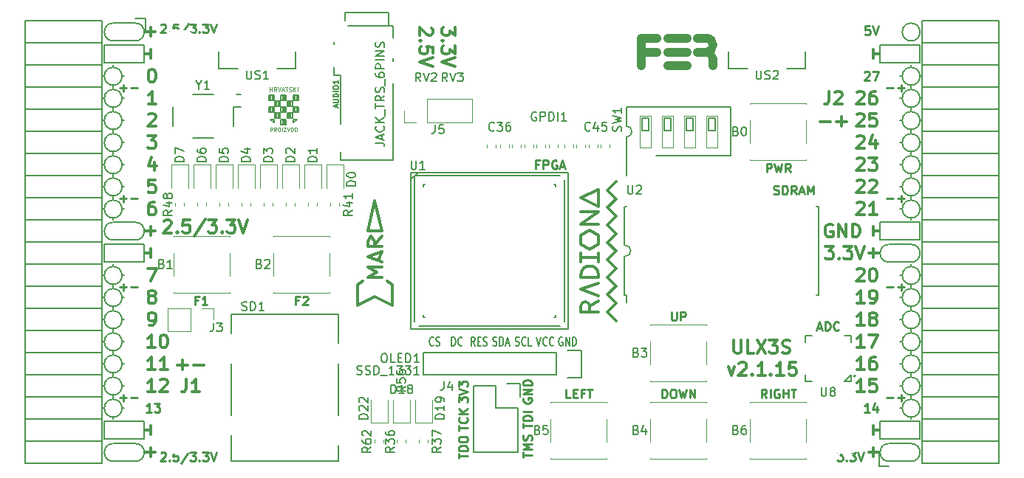
<source format=gto>
G04 #@! TF.GenerationSoftware,KiCad,Pcbnew,5.0.0+dfsg1-2*
G04 #@! TF.CreationDate,2018-09-17T11:23:49+02:00*
G04 #@! TF.ProjectId,ulx3s,756C7833732E6B696361645F70636200,rev?*
G04 #@! TF.SameCoordinates,Original*
G04 #@! TF.FileFunction,Legend,Top*
G04 #@! TF.FilePolarity,Positive*
%FSLAX46Y46*%
G04 Gerber Fmt 4.6, Leading zero omitted, Abs format (unit mm)*
G04 Created by KiCad (PCBNEW 5.0.0+dfsg1-2) date Mon Sep 17 11:23:49 2018*
%MOMM*%
%LPD*%
G01*
G04 APERTURE LIST*
%ADD10C,0.250000*%
%ADD11C,0.300000*%
%ADD12C,0.200000*%
%ADD13C,0.150000*%
%ADD14C,0.120000*%
%ADD15C,1.000000*%
%ADD16C,0.152400*%
%ADD17C,0.075000*%
%ADD18C,0.500000*%
%ADD19O,0.227000X0.608000*%
%ADD20O,0.608000X0.227000*%
%ADD21R,1.725000X1.725000*%
%ADD22O,0.400000X1.050000*%
%ADD23O,1.050000X0.400000*%
%ADD24R,1.050000X0.400000*%
%ADD25C,0.100000*%
%ADD26C,0.975000*%
%ADD27C,1.075000*%
%ADD28O,0.660000X1.200000*%
%ADD29R,0.660000X1.200000*%
%ADD30R,1.220000X2.540000*%
%ADD31R,1.900000X2.000000*%
%ADD32R,0.500000X1.450000*%
%ADD33R,2.000000X2.000000*%
%ADD34R,2.200000X1.700000*%
%ADD35R,2.900000X2.100000*%
%ADD36R,2.900000X2.300000*%
%ADD37R,2.900000X2.900000*%
%ADD38C,1.800000*%
%ADD39R,0.400000X2.000000*%
%ADD40C,2.100000*%
%ADD41R,0.800000X1.600000*%
%ADD42R,1.550000X1.000000*%
%ADD43R,1.550000X2.100000*%
%ADD44R,2.300000X1.900000*%
%ADD45R,1.827200X2.132000*%
%ADD46O,1.827200X2.132000*%
%ADD47O,1.827200X1.827200*%
%ADD48R,1.827200X1.827200*%
%ADD49C,5.600000*%
%ADD50R,1.800000X1.800000*%
%ADD51O,1.800000X1.800000*%
%ADD52R,1.395000X1.500000*%
%ADD53R,1.650000X1.400000*%
G04 APERTURE END LIST*
D10*
X116641666Y-93497571D02*
X116308333Y-93497571D01*
X116308333Y-94021380D02*
X116308333Y-93021380D01*
X116784523Y-93021380D01*
X117117857Y-93116619D02*
X117165476Y-93069000D01*
X117260714Y-93021380D01*
X117498809Y-93021380D01*
X117594047Y-93069000D01*
X117641666Y-93116619D01*
X117689285Y-93211857D01*
X117689285Y-93307095D01*
X117641666Y-93449952D01*
X117070238Y-94021380D01*
X117689285Y-94021380D01*
X105084666Y-93497571D02*
X104751333Y-93497571D01*
X104751333Y-94021380D02*
X104751333Y-93021380D01*
X105227523Y-93021380D01*
X106132285Y-94021380D02*
X105560857Y-94021380D01*
X105846571Y-94021380D02*
X105846571Y-93021380D01*
X105751333Y-93164238D01*
X105656095Y-93259476D01*
X105560857Y-93307095D01*
X170236666Y-104689380D02*
X169903333Y-104213190D01*
X169665238Y-104689380D02*
X169665238Y-103689380D01*
X170046190Y-103689380D01*
X170141428Y-103737000D01*
X170189047Y-103784619D01*
X170236666Y-103879857D01*
X170236666Y-104022714D01*
X170189047Y-104117952D01*
X170141428Y-104165571D01*
X170046190Y-104213190D01*
X169665238Y-104213190D01*
X170665238Y-104689380D02*
X170665238Y-103689380D01*
X171665238Y-103737000D02*
X171570000Y-103689380D01*
X171427142Y-103689380D01*
X171284285Y-103737000D01*
X171189047Y-103832238D01*
X171141428Y-103927476D01*
X171093809Y-104117952D01*
X171093809Y-104260809D01*
X171141428Y-104451285D01*
X171189047Y-104546523D01*
X171284285Y-104641761D01*
X171427142Y-104689380D01*
X171522380Y-104689380D01*
X171665238Y-104641761D01*
X171712857Y-104594142D01*
X171712857Y-104260809D01*
X171522380Y-104260809D01*
X172141428Y-104689380D02*
X172141428Y-103689380D01*
X172141428Y-104165571D02*
X172712857Y-104165571D01*
X172712857Y-104689380D02*
X172712857Y-103689380D01*
X173046190Y-103689380D02*
X173617619Y-103689380D01*
X173331904Y-104689380D02*
X173331904Y-103689380D01*
X159354285Y-94799380D02*
X159354285Y-95608904D01*
X159401904Y-95704142D01*
X159449523Y-95751761D01*
X159544761Y-95799380D01*
X159735238Y-95799380D01*
X159830476Y-95751761D01*
X159878095Y-95704142D01*
X159925714Y-95608904D01*
X159925714Y-94799380D01*
X160401904Y-95799380D02*
X160401904Y-94799380D01*
X160782857Y-94799380D01*
X160878095Y-94847000D01*
X160925714Y-94894619D01*
X160973333Y-94989857D01*
X160973333Y-95132714D01*
X160925714Y-95227952D01*
X160878095Y-95275571D01*
X160782857Y-95323190D01*
X160401904Y-95323190D01*
X158259047Y-104689380D02*
X158259047Y-103689380D01*
X158497142Y-103689380D01*
X158640000Y-103737000D01*
X158735238Y-103832238D01*
X158782857Y-103927476D01*
X158830476Y-104117952D01*
X158830476Y-104260809D01*
X158782857Y-104451285D01*
X158735238Y-104546523D01*
X158640000Y-104641761D01*
X158497142Y-104689380D01*
X158259047Y-104689380D01*
X159449523Y-103689380D02*
X159640000Y-103689380D01*
X159735238Y-103737000D01*
X159830476Y-103832238D01*
X159878095Y-104022714D01*
X159878095Y-104356047D01*
X159830476Y-104546523D01*
X159735238Y-104641761D01*
X159640000Y-104689380D01*
X159449523Y-104689380D01*
X159354285Y-104641761D01*
X159259047Y-104546523D01*
X159211428Y-104356047D01*
X159211428Y-104022714D01*
X159259047Y-103832238D01*
X159354285Y-103737000D01*
X159449523Y-103689380D01*
X160211428Y-103689380D02*
X160449523Y-104689380D01*
X160640000Y-103975095D01*
X160830476Y-104689380D01*
X161068571Y-103689380D01*
X161449523Y-104689380D02*
X161449523Y-103689380D01*
X162020952Y-104689380D01*
X162020952Y-103689380D01*
X147757619Y-104689380D02*
X147281428Y-104689380D01*
X147281428Y-103689380D01*
X148090952Y-104165571D02*
X148424285Y-104165571D01*
X148567142Y-104689380D02*
X148090952Y-104689380D01*
X148090952Y-103689380D01*
X148567142Y-103689380D01*
X149329047Y-104165571D02*
X148995714Y-104165571D01*
X148995714Y-104689380D02*
X148995714Y-103689380D01*
X149471904Y-103689380D01*
X149710000Y-103689380D02*
X150281428Y-103689380D01*
X149995714Y-104689380D02*
X149995714Y-103689380D01*
X170251666Y-78781380D02*
X170251666Y-77781380D01*
X170632619Y-77781380D01*
X170727857Y-77829000D01*
X170775476Y-77876619D01*
X170823095Y-77971857D01*
X170823095Y-78114714D01*
X170775476Y-78209952D01*
X170727857Y-78257571D01*
X170632619Y-78305190D01*
X170251666Y-78305190D01*
X171156428Y-77781380D02*
X171394523Y-78781380D01*
X171585000Y-78067095D01*
X171775476Y-78781380D01*
X172013571Y-77781380D01*
X172965952Y-78781380D02*
X172632619Y-78305190D01*
X172394523Y-78781380D02*
X172394523Y-77781380D01*
X172775476Y-77781380D01*
X172870714Y-77829000D01*
X172918333Y-77876619D01*
X172965952Y-77971857D01*
X172965952Y-78114714D01*
X172918333Y-78209952D01*
X172870714Y-78257571D01*
X172775476Y-78305190D01*
X172394523Y-78305190D01*
D11*
X134560428Y-62144714D02*
X134560428Y-63073285D01*
X133989000Y-62573285D01*
X133989000Y-62787571D01*
X133917571Y-62930428D01*
X133846142Y-63001857D01*
X133703285Y-63073285D01*
X133346142Y-63073285D01*
X133203285Y-63001857D01*
X133131857Y-62930428D01*
X133060428Y-62787571D01*
X133060428Y-62359000D01*
X133131857Y-62216142D01*
X133203285Y-62144714D01*
X133203285Y-63716142D02*
X133131857Y-63787571D01*
X133060428Y-63716142D01*
X133131857Y-63644714D01*
X133203285Y-63716142D01*
X133060428Y-63716142D01*
X134560428Y-64287571D02*
X134560428Y-65216142D01*
X133989000Y-64716142D01*
X133989000Y-64930428D01*
X133917571Y-65073285D01*
X133846142Y-65144714D01*
X133703285Y-65216142D01*
X133346142Y-65216142D01*
X133203285Y-65144714D01*
X133131857Y-65073285D01*
X133060428Y-64930428D01*
X133060428Y-64501857D01*
X133131857Y-64359000D01*
X133203285Y-64287571D01*
X134560428Y-65644714D02*
X133060428Y-66144714D01*
X134560428Y-66644714D01*
X131877571Y-62216142D02*
X131949000Y-62287571D01*
X132020428Y-62430428D01*
X132020428Y-62787571D01*
X131949000Y-62930428D01*
X131877571Y-63001857D01*
X131734714Y-63073285D01*
X131591857Y-63073285D01*
X131377571Y-63001857D01*
X130520428Y-62144714D01*
X130520428Y-63073285D01*
X130663285Y-63716142D02*
X130591857Y-63787571D01*
X130520428Y-63716142D01*
X130591857Y-63644714D01*
X130663285Y-63716142D01*
X130520428Y-63716142D01*
X132020428Y-65144714D02*
X132020428Y-64430428D01*
X131306142Y-64359000D01*
X131377571Y-64430428D01*
X131449000Y-64573285D01*
X131449000Y-64930428D01*
X131377571Y-65073285D01*
X131306142Y-65144714D01*
X131163285Y-65216142D01*
X130806142Y-65216142D01*
X130663285Y-65144714D01*
X130591857Y-65073285D01*
X130520428Y-64930428D01*
X130520428Y-64573285D01*
X130591857Y-64430428D01*
X130663285Y-64359000D01*
X132020428Y-65644714D02*
X130520428Y-66144714D01*
X132020428Y-66644714D01*
X102760000Y-100897142D02*
X103902857Y-100897142D01*
X103331428Y-101468571D02*
X103331428Y-100325714D01*
X104617142Y-100897142D02*
X105760000Y-100897142D01*
X165878428Y-101121571D02*
X166235571Y-102121571D01*
X166592714Y-101121571D01*
X167092714Y-100764428D02*
X167164142Y-100693000D01*
X167307000Y-100621571D01*
X167664142Y-100621571D01*
X167807000Y-100693000D01*
X167878428Y-100764428D01*
X167949857Y-100907285D01*
X167949857Y-101050142D01*
X167878428Y-101264428D01*
X167021285Y-102121571D01*
X167949857Y-102121571D01*
X168592714Y-101978714D02*
X168664142Y-102050142D01*
X168592714Y-102121571D01*
X168521285Y-102050142D01*
X168592714Y-101978714D01*
X168592714Y-102121571D01*
X170092714Y-102121571D02*
X169235571Y-102121571D01*
X169664142Y-102121571D02*
X169664142Y-100621571D01*
X169521285Y-100835857D01*
X169378428Y-100978714D01*
X169235571Y-101050142D01*
X170735571Y-101978714D02*
X170807000Y-102050142D01*
X170735571Y-102121571D01*
X170664142Y-102050142D01*
X170735571Y-101978714D01*
X170735571Y-102121571D01*
X172235571Y-102121571D02*
X171378428Y-102121571D01*
X171807000Y-102121571D02*
X171807000Y-100621571D01*
X171664142Y-100835857D01*
X171521285Y-100978714D01*
X171378428Y-101050142D01*
X173592714Y-100621571D02*
X172878428Y-100621571D01*
X172807000Y-101335857D01*
X172878428Y-101264428D01*
X173021285Y-101193000D01*
X173378428Y-101193000D01*
X173521285Y-101264428D01*
X173592714Y-101335857D01*
X173664142Y-101478714D01*
X173664142Y-101835857D01*
X173592714Y-101978714D01*
X173521285Y-102050142D01*
X173378428Y-102121571D01*
X173021285Y-102121571D01*
X172878428Y-102050142D01*
X172807000Y-101978714D01*
X182492000Y-87582000D02*
X182492000Y-88598000D01*
X181984000Y-88090000D02*
X183254000Y-88090000D01*
X182492000Y-110442000D02*
X182492000Y-111458000D01*
X183254000Y-110950000D02*
X181984000Y-110950000D01*
X99688000Y-110442000D02*
X99688000Y-111458000D01*
X98926000Y-110950000D02*
X100196000Y-110950000D01*
X99688000Y-62182000D02*
X99688000Y-63198000D01*
X98926000Y-62690000D02*
X100196000Y-62690000D01*
X99688000Y-85042000D02*
X99688000Y-86058000D01*
X98926000Y-85550000D02*
X100196000Y-85550000D01*
D12*
X97910000Y-63706000D02*
G75*
G03X97910000Y-61674000I0J1016000D01*
G01*
X184270000Y-109934000D02*
G75*
G03X184270000Y-111966000I0J-1016000D01*
G01*
X95370000Y-111966000D02*
X97910000Y-111966000D01*
X95370000Y-109934000D02*
X97910000Y-109934000D01*
X97910000Y-111966000D02*
G75*
G03X97910000Y-109934000I0J1016000D01*
G01*
X95370000Y-109934000D02*
G75*
G03X95370000Y-111966000I0J-1016000D01*
G01*
X95370000Y-61674000D02*
X97910000Y-61674000D01*
X95370000Y-63706000D02*
X97910000Y-63706000D01*
X95370000Y-61674000D02*
G75*
G03X95370000Y-63706000I0J-1016000D01*
G01*
X95370000Y-84534000D02*
X97910000Y-84534000D01*
X95370000Y-86566000D02*
X97910000Y-86566000D01*
X95370000Y-84534000D02*
G75*
G03X95370000Y-86566000I0J-1016000D01*
G01*
X97910000Y-86566000D02*
G75*
G03X97910000Y-84534000I0J1016000D01*
G01*
X187826000Y-62690000D02*
G75*
G03X187826000Y-62690000I-1016000J0D01*
G01*
X184270000Y-89106000D02*
X186810000Y-89106000D01*
X184270000Y-87074000D02*
X186810000Y-87074000D01*
X184270000Y-87074000D02*
G75*
G03X184270000Y-89106000I0J-1016000D01*
G01*
X186810000Y-89106000D02*
G75*
G03X186810000Y-87074000I0J1016000D01*
G01*
X186810000Y-111966000D02*
X184270000Y-111966000D01*
X186810000Y-109934000D02*
X184270000Y-109934000D01*
X186810000Y-111966000D02*
G75*
G03X186810000Y-109934000I0J1016000D01*
G01*
X94354000Y-66246000D02*
X94354000Y-64214000D01*
X98926000Y-66246000D02*
X94354000Y-66246000D01*
X98926000Y-64214000D02*
X98926000Y-66246000D01*
X94354000Y-64214000D02*
X98926000Y-64214000D01*
X94354000Y-87074000D02*
X98926000Y-87074000D01*
X94354000Y-89106000D02*
X94354000Y-87074000D01*
X98926000Y-89106000D02*
X94354000Y-89106000D01*
X98926000Y-87074000D02*
X98926000Y-89106000D01*
X94354000Y-109426000D02*
X98926000Y-109426000D01*
X94354000Y-107394000D02*
X94354000Y-109426000D01*
X98926000Y-107394000D02*
X94354000Y-107394000D01*
X98926000Y-109426000D02*
X98926000Y-107394000D01*
X183254000Y-109426000D02*
X187826000Y-109426000D01*
X183254000Y-107394000D02*
X183254000Y-109426000D01*
X187826000Y-107394000D02*
X187826000Y-109426000D01*
X183254000Y-107394000D02*
X187826000Y-107394000D01*
X183254000Y-66246000D02*
X187826000Y-66246000D01*
X183254000Y-64214000D02*
X183254000Y-66246000D01*
X187826000Y-64214000D02*
X183254000Y-64214000D01*
X187826000Y-66246000D02*
X187826000Y-64214000D01*
X183254000Y-84534000D02*
X187826000Y-84534000D01*
X183254000Y-86566000D02*
X183254000Y-84534000D01*
X187826000Y-86566000D02*
X183254000Y-86566000D01*
X187826000Y-84534000D02*
X187826000Y-86566000D01*
D10*
X96148000Y-69111428D02*
X96909904Y-69111428D01*
X96528952Y-69492380D02*
X96528952Y-68730476D01*
X97386095Y-69111428D02*
X98148000Y-69111428D01*
X96148000Y-81811428D02*
X96909904Y-81811428D01*
X96528952Y-82192380D02*
X96528952Y-81430476D01*
X97386095Y-81811428D02*
X98148000Y-81811428D01*
X96148000Y-91971428D02*
X96909904Y-91971428D01*
X96528952Y-92352380D02*
X96528952Y-91590476D01*
X97386095Y-91971428D02*
X98148000Y-91971428D01*
X96148000Y-104671428D02*
X96909904Y-104671428D01*
X96528952Y-105052380D02*
X96528952Y-104290476D01*
X97386095Y-104671428D02*
X98148000Y-104671428D01*
X184032000Y-104671428D02*
X184793904Y-104671428D01*
X185270095Y-104671428D02*
X186032000Y-104671428D01*
X185651047Y-105052380D02*
X185651047Y-104290476D01*
X184032000Y-91971428D02*
X184793904Y-91971428D01*
X185270095Y-91971428D02*
X186032000Y-91971428D01*
X185651047Y-92352380D02*
X185651047Y-91590476D01*
X184032000Y-81811428D02*
X184793904Y-81811428D01*
X185270095Y-81811428D02*
X186032000Y-81811428D01*
X185651047Y-82192380D02*
X185651047Y-81430476D01*
X184032000Y-69111428D02*
X184793904Y-69111428D01*
X185270095Y-69111428D02*
X186032000Y-69111428D01*
X185651047Y-69492380D02*
X185651047Y-68730476D01*
D11*
X176420000Y-72957142D02*
X177562857Y-72957142D01*
X178277142Y-72957142D02*
X179420000Y-72957142D01*
X178848571Y-73528571D02*
X178848571Y-72385714D01*
D12*
X187826000Y-67770000D02*
G75*
G03X187826000Y-67770000I-1016000J0D01*
G01*
X187826000Y-70310000D02*
G75*
G03X187826000Y-70310000I-1016000J0D01*
G01*
X187826000Y-72850000D02*
G75*
G03X187826000Y-72850000I-1016000J0D01*
G01*
X187826000Y-75390000D02*
G75*
G03X187826000Y-75390000I-1016000J0D01*
G01*
X187826000Y-77930000D02*
G75*
G03X187826000Y-77930000I-1016000J0D01*
G01*
X187826000Y-80470000D02*
G75*
G03X187826000Y-80470000I-1016000J0D01*
G01*
X187826000Y-83010000D02*
G75*
G03X187826000Y-83010000I-1016000J0D01*
G01*
X187826000Y-90630000D02*
G75*
G03X187826000Y-90630000I-1016000J0D01*
G01*
X187826000Y-93170000D02*
G75*
G03X187826000Y-93170000I-1016000J0D01*
G01*
X187826000Y-95710000D02*
G75*
G03X187826000Y-95710000I-1016000J0D01*
G01*
X187826000Y-98250000D02*
G75*
G03X187826000Y-98250000I-1016000J0D01*
G01*
X187826000Y-100790000D02*
G75*
G03X187826000Y-100790000I-1016000J0D01*
G01*
X187826000Y-103330000D02*
G75*
G03X187826000Y-103330000I-1016000J0D01*
G01*
X187826000Y-105870000D02*
G75*
G03X187826000Y-105870000I-1016000J0D01*
G01*
X96386000Y-105870000D02*
G75*
G03X96386000Y-105870000I-1016000J0D01*
G01*
X96386000Y-103330000D02*
G75*
G03X96386000Y-103330000I-1016000J0D01*
G01*
X96386000Y-100790000D02*
G75*
G03X96386000Y-100790000I-1016000J0D01*
G01*
X96386000Y-98250000D02*
G75*
G03X96386000Y-98250000I-1016000J0D01*
G01*
X96386000Y-95710000D02*
G75*
G03X96386000Y-95710000I-1016000J0D01*
G01*
X96386000Y-93170000D02*
G75*
G03X96386000Y-93170000I-1016000J0D01*
G01*
X96386000Y-90630000D02*
G75*
G03X96386000Y-90630000I-1016000J0D01*
G01*
X96386000Y-83010000D02*
G75*
G03X96386000Y-83010000I-1016000J0D01*
G01*
X96386000Y-80470000D02*
G75*
G03X96386000Y-80470000I-1016000J0D01*
G01*
X96386000Y-77930000D02*
G75*
G03X96386000Y-77930000I-1016000J0D01*
G01*
X96386000Y-75390000D02*
G75*
G03X96386000Y-75390000I-1016000J0D01*
G01*
X96386000Y-72850000D02*
G75*
G03X96386000Y-72850000I-1016000J0D01*
G01*
X96386000Y-70310000D02*
G75*
G03X96386000Y-70310000I-1016000J0D01*
G01*
X96386000Y-67770000D02*
G75*
G03X96386000Y-67770000I-1016000J0D01*
G01*
D11*
X177793142Y-84800000D02*
X177650285Y-84728571D01*
X177436000Y-84728571D01*
X177221714Y-84800000D01*
X177078857Y-84942857D01*
X177007428Y-85085714D01*
X176936000Y-85371428D01*
X176936000Y-85585714D01*
X177007428Y-85871428D01*
X177078857Y-86014285D01*
X177221714Y-86157142D01*
X177436000Y-86228571D01*
X177578857Y-86228571D01*
X177793142Y-86157142D01*
X177864571Y-86085714D01*
X177864571Y-85585714D01*
X177578857Y-85585714D01*
X178507428Y-86228571D02*
X178507428Y-84728571D01*
X179364571Y-86228571D01*
X179364571Y-84728571D01*
X180078857Y-86228571D02*
X180078857Y-84728571D01*
X180436000Y-84728571D01*
X180650285Y-84800000D01*
X180793142Y-84942857D01*
X180864571Y-85085714D01*
X180936000Y-85371428D01*
X180936000Y-85585714D01*
X180864571Y-85871428D01*
X180793142Y-86014285D01*
X180650285Y-86157142D01*
X180436000Y-86228571D01*
X180078857Y-86228571D01*
X182492000Y-86058000D02*
X182492000Y-85042000D01*
X183254000Y-85550000D02*
X182492000Y-85550000D01*
X182492000Y-107902000D02*
X182492000Y-108918000D01*
X182492000Y-108410000D02*
X183254000Y-108410000D01*
D10*
X182047523Y-106322380D02*
X181476095Y-106322380D01*
X181761809Y-106322380D02*
X181761809Y-105322380D01*
X181666571Y-105465238D01*
X181571333Y-105560476D01*
X181476095Y-105608095D01*
X182904666Y-105655714D02*
X182904666Y-106322380D01*
X182666571Y-105274761D02*
X182428476Y-105989047D01*
X183047523Y-105989047D01*
X181476095Y-67317619D02*
X181523714Y-67270000D01*
X181618952Y-67222380D01*
X181857047Y-67222380D01*
X181952285Y-67270000D01*
X181999904Y-67317619D01*
X182047523Y-67412857D01*
X182047523Y-67508095D01*
X181999904Y-67650952D01*
X181428476Y-68222380D01*
X182047523Y-68222380D01*
X182380857Y-67222380D02*
X183047523Y-67222380D01*
X182618952Y-68222380D01*
D11*
X182492000Y-64722000D02*
X182492000Y-65738000D01*
X182492000Y-65230000D02*
X183254000Y-65230000D01*
X99688000Y-107902000D02*
X99688000Y-108918000D01*
X98926000Y-108410000D02*
X99688000Y-108410000D01*
X99315000Y-74568571D02*
X100243571Y-74568571D01*
X99743571Y-75140000D01*
X99957857Y-75140000D01*
X100100714Y-75211428D01*
X100172142Y-75282857D01*
X100243571Y-75425714D01*
X100243571Y-75782857D01*
X100172142Y-75925714D01*
X100100714Y-75997142D01*
X99957857Y-76068571D01*
X99529285Y-76068571D01*
X99386428Y-75997142D01*
X99315000Y-75925714D01*
X100100714Y-77608571D02*
X100100714Y-78608571D01*
X99743571Y-77037142D02*
X99386428Y-78108571D01*
X100315000Y-78108571D01*
X100172142Y-79648571D02*
X99457857Y-79648571D01*
X99386428Y-80362857D01*
X99457857Y-80291428D01*
X99600714Y-80220000D01*
X99957857Y-80220000D01*
X100100714Y-80291428D01*
X100172142Y-80362857D01*
X100243571Y-80505714D01*
X100243571Y-80862857D01*
X100172142Y-81005714D01*
X100100714Y-81077142D01*
X99957857Y-81148571D01*
X99600714Y-81148571D01*
X99457857Y-81077142D01*
X99386428Y-81005714D01*
D10*
X99751523Y-106322380D02*
X99180095Y-106322380D01*
X99465809Y-106322380D02*
X99465809Y-105322380D01*
X99370571Y-105465238D01*
X99275333Y-105560476D01*
X99180095Y-105608095D01*
X100084857Y-105322380D02*
X100703904Y-105322380D01*
X100370571Y-105703333D01*
X100513428Y-105703333D01*
X100608666Y-105750952D01*
X100656285Y-105798571D01*
X100703904Y-105893809D01*
X100703904Y-106131904D01*
X100656285Y-106227142D01*
X100608666Y-106274761D01*
X100513428Y-106322380D01*
X100227714Y-106322380D01*
X100132476Y-106274761D01*
X100084857Y-106227142D01*
D11*
X99315000Y-89808571D02*
X100315000Y-89808571D01*
X99672142Y-91308571D01*
X99688000Y-87582000D02*
X99688000Y-88598000D01*
X98926000Y-88090000D02*
X99688000Y-88090000D01*
X99688000Y-64722000D02*
X99688000Y-65738000D01*
X98926000Y-65230000D02*
X99688000Y-65230000D01*
D10*
X100817976Y-61874619D02*
X100865595Y-61827000D01*
X100960833Y-61779380D01*
X101198928Y-61779380D01*
X101294166Y-61827000D01*
X101341785Y-61874619D01*
X101389404Y-61969857D01*
X101389404Y-62065095D01*
X101341785Y-62207952D01*
X100770357Y-62779380D01*
X101389404Y-62779380D01*
X101817976Y-62684142D02*
X101865595Y-62731761D01*
X101817976Y-62779380D01*
X101770357Y-62731761D01*
X101817976Y-62684142D01*
X101817976Y-62779380D01*
X102770357Y-61779380D02*
X102294166Y-61779380D01*
X102246547Y-62255571D01*
X102294166Y-62207952D01*
X102389404Y-62160333D01*
X102627500Y-62160333D01*
X102722738Y-62207952D01*
X102770357Y-62255571D01*
X102817976Y-62350809D01*
X102817976Y-62588904D01*
X102770357Y-62684142D01*
X102722738Y-62731761D01*
X102627500Y-62779380D01*
X102389404Y-62779380D01*
X102294166Y-62731761D01*
X102246547Y-62684142D01*
X103960833Y-61731761D02*
X103103690Y-63017476D01*
X104198928Y-61779380D02*
X104817976Y-61779380D01*
X104484642Y-62160333D01*
X104627500Y-62160333D01*
X104722738Y-62207952D01*
X104770357Y-62255571D01*
X104817976Y-62350809D01*
X104817976Y-62588904D01*
X104770357Y-62684142D01*
X104722738Y-62731761D01*
X104627500Y-62779380D01*
X104341785Y-62779380D01*
X104246547Y-62731761D01*
X104198928Y-62684142D01*
X105246547Y-62684142D02*
X105294166Y-62731761D01*
X105246547Y-62779380D01*
X105198928Y-62731761D01*
X105246547Y-62684142D01*
X105246547Y-62779380D01*
X105627500Y-61779380D02*
X106246547Y-61779380D01*
X105913214Y-62160333D01*
X106056071Y-62160333D01*
X106151309Y-62207952D01*
X106198928Y-62255571D01*
X106246547Y-62350809D01*
X106246547Y-62588904D01*
X106198928Y-62684142D01*
X106151309Y-62731761D01*
X106056071Y-62779380D01*
X105770357Y-62779380D01*
X105675119Y-62731761D01*
X105627500Y-62684142D01*
X106532261Y-61779380D02*
X106865595Y-62779380D01*
X107198928Y-61779380D01*
X178360261Y-110910380D02*
X178979309Y-110910380D01*
X178645976Y-111291333D01*
X178788833Y-111291333D01*
X178884071Y-111338952D01*
X178931690Y-111386571D01*
X178979309Y-111481809D01*
X178979309Y-111719904D01*
X178931690Y-111815142D01*
X178884071Y-111862761D01*
X178788833Y-111910380D01*
X178503119Y-111910380D01*
X178407880Y-111862761D01*
X178360261Y-111815142D01*
X179407880Y-111815142D02*
X179455500Y-111862761D01*
X179407880Y-111910380D01*
X179360261Y-111862761D01*
X179407880Y-111815142D01*
X179407880Y-111910380D01*
X179788833Y-110910380D02*
X180407880Y-110910380D01*
X180074547Y-111291333D01*
X180217404Y-111291333D01*
X180312642Y-111338952D01*
X180360261Y-111386571D01*
X180407880Y-111481809D01*
X180407880Y-111719904D01*
X180360261Y-111815142D01*
X180312642Y-111862761D01*
X180217404Y-111910380D01*
X179931690Y-111910380D01*
X179836452Y-111862761D01*
X179788833Y-111815142D01*
X180693595Y-110910380D02*
X181026928Y-111910380D01*
X181360261Y-110910380D01*
D11*
X101199714Y-84381428D02*
X101271142Y-84310000D01*
X101414000Y-84238571D01*
X101771142Y-84238571D01*
X101914000Y-84310000D01*
X101985428Y-84381428D01*
X102056857Y-84524285D01*
X102056857Y-84667142D01*
X101985428Y-84881428D01*
X101128285Y-85738571D01*
X102056857Y-85738571D01*
X102699714Y-85595714D02*
X102771142Y-85667142D01*
X102699714Y-85738571D01*
X102628285Y-85667142D01*
X102699714Y-85595714D01*
X102699714Y-85738571D01*
X104128285Y-84238571D02*
X103414000Y-84238571D01*
X103342571Y-84952857D01*
X103414000Y-84881428D01*
X103556857Y-84810000D01*
X103914000Y-84810000D01*
X104056857Y-84881428D01*
X104128285Y-84952857D01*
X104199714Y-85095714D01*
X104199714Y-85452857D01*
X104128285Y-85595714D01*
X104056857Y-85667142D01*
X103914000Y-85738571D01*
X103556857Y-85738571D01*
X103414000Y-85667142D01*
X103342571Y-85595714D01*
X105914000Y-84167142D02*
X104628285Y-86095714D01*
X106271142Y-84238571D02*
X107199714Y-84238571D01*
X106699714Y-84810000D01*
X106914000Y-84810000D01*
X107056857Y-84881428D01*
X107128285Y-84952857D01*
X107199714Y-85095714D01*
X107199714Y-85452857D01*
X107128285Y-85595714D01*
X107056857Y-85667142D01*
X106914000Y-85738571D01*
X106485428Y-85738571D01*
X106342571Y-85667142D01*
X106271142Y-85595714D01*
X107842571Y-85595714D02*
X107914000Y-85667142D01*
X107842571Y-85738571D01*
X107771142Y-85667142D01*
X107842571Y-85595714D01*
X107842571Y-85738571D01*
X108414000Y-84238571D02*
X109342571Y-84238571D01*
X108842571Y-84810000D01*
X109056857Y-84810000D01*
X109199714Y-84881428D01*
X109271142Y-84952857D01*
X109342571Y-85095714D01*
X109342571Y-85452857D01*
X109271142Y-85595714D01*
X109199714Y-85667142D01*
X109056857Y-85738571D01*
X108628285Y-85738571D01*
X108485428Y-85667142D01*
X108414000Y-85595714D01*
X109771142Y-84238571D02*
X110271142Y-85738571D01*
X110771142Y-84238571D01*
D10*
X100817976Y-111023619D02*
X100865595Y-110976000D01*
X100960833Y-110928380D01*
X101198928Y-110928380D01*
X101294166Y-110976000D01*
X101341785Y-111023619D01*
X101389404Y-111118857D01*
X101389404Y-111214095D01*
X101341785Y-111356952D01*
X100770357Y-111928380D01*
X101389404Y-111928380D01*
X101817976Y-111833142D02*
X101865595Y-111880761D01*
X101817976Y-111928380D01*
X101770357Y-111880761D01*
X101817976Y-111833142D01*
X101817976Y-111928380D01*
X102770357Y-110928380D02*
X102294166Y-110928380D01*
X102246547Y-111404571D01*
X102294166Y-111356952D01*
X102389404Y-111309333D01*
X102627500Y-111309333D01*
X102722738Y-111356952D01*
X102770357Y-111404571D01*
X102817976Y-111499809D01*
X102817976Y-111737904D01*
X102770357Y-111833142D01*
X102722738Y-111880761D01*
X102627500Y-111928380D01*
X102389404Y-111928380D01*
X102294166Y-111880761D01*
X102246547Y-111833142D01*
X103960833Y-110880761D02*
X103103690Y-112166476D01*
X104198928Y-110928380D02*
X104817976Y-110928380D01*
X104484642Y-111309333D01*
X104627500Y-111309333D01*
X104722738Y-111356952D01*
X104770357Y-111404571D01*
X104817976Y-111499809D01*
X104817976Y-111737904D01*
X104770357Y-111833142D01*
X104722738Y-111880761D01*
X104627500Y-111928380D01*
X104341785Y-111928380D01*
X104246547Y-111880761D01*
X104198928Y-111833142D01*
X105246547Y-111833142D02*
X105294166Y-111880761D01*
X105246547Y-111928380D01*
X105198928Y-111880761D01*
X105246547Y-111833142D01*
X105246547Y-111928380D01*
X105627500Y-110928380D02*
X106246547Y-110928380D01*
X105913214Y-111309333D01*
X106056071Y-111309333D01*
X106151309Y-111356952D01*
X106198928Y-111404571D01*
X106246547Y-111499809D01*
X106246547Y-111737904D01*
X106198928Y-111833142D01*
X106151309Y-111880761D01*
X106056071Y-111928380D01*
X105770357Y-111928380D01*
X105675119Y-111880761D01*
X105627500Y-111833142D01*
X106532261Y-110928380D02*
X106865595Y-111928380D01*
X107198928Y-110928380D01*
X182047523Y-62015380D02*
X181571333Y-62015380D01*
X181523714Y-62491571D01*
X181571333Y-62443952D01*
X181666571Y-62396333D01*
X181904666Y-62396333D01*
X181999904Y-62443952D01*
X182047523Y-62491571D01*
X182095142Y-62586809D01*
X182095142Y-62824904D01*
X182047523Y-62920142D01*
X181999904Y-62967761D01*
X181904666Y-63015380D01*
X181666571Y-63015380D01*
X181571333Y-62967761D01*
X181523714Y-62920142D01*
X182380857Y-62015380D02*
X182714190Y-63015380D01*
X183047523Y-62015380D01*
D11*
X180587142Y-69631428D02*
X180658571Y-69560000D01*
X180801428Y-69488571D01*
X181158571Y-69488571D01*
X181301428Y-69560000D01*
X181372857Y-69631428D01*
X181444285Y-69774285D01*
X181444285Y-69917142D01*
X181372857Y-70131428D01*
X180515714Y-70988571D01*
X181444285Y-70988571D01*
X182730000Y-69488571D02*
X182444285Y-69488571D01*
X182301428Y-69560000D01*
X182230000Y-69631428D01*
X182087142Y-69845714D01*
X182015714Y-70131428D01*
X182015714Y-70702857D01*
X182087142Y-70845714D01*
X182158571Y-70917142D01*
X182301428Y-70988571D01*
X182587142Y-70988571D01*
X182730000Y-70917142D01*
X182801428Y-70845714D01*
X182872857Y-70702857D01*
X182872857Y-70345714D01*
X182801428Y-70202857D01*
X182730000Y-70131428D01*
X182587142Y-70060000D01*
X182301428Y-70060000D01*
X182158571Y-70131428D01*
X182087142Y-70202857D01*
X182015714Y-70345714D01*
X180587142Y-72171428D02*
X180658571Y-72100000D01*
X180801428Y-72028571D01*
X181158571Y-72028571D01*
X181301428Y-72100000D01*
X181372857Y-72171428D01*
X181444285Y-72314285D01*
X181444285Y-72457142D01*
X181372857Y-72671428D01*
X180515714Y-73528571D01*
X181444285Y-73528571D01*
X182801428Y-72028571D02*
X182087142Y-72028571D01*
X182015714Y-72742857D01*
X182087142Y-72671428D01*
X182230000Y-72600000D01*
X182587142Y-72600000D01*
X182730000Y-72671428D01*
X182801428Y-72742857D01*
X182872857Y-72885714D01*
X182872857Y-73242857D01*
X182801428Y-73385714D01*
X182730000Y-73457142D01*
X182587142Y-73528571D01*
X182230000Y-73528571D01*
X182087142Y-73457142D01*
X182015714Y-73385714D01*
X180587142Y-74711428D02*
X180658571Y-74640000D01*
X180801428Y-74568571D01*
X181158571Y-74568571D01*
X181301428Y-74640000D01*
X181372857Y-74711428D01*
X181444285Y-74854285D01*
X181444285Y-74997142D01*
X181372857Y-75211428D01*
X180515714Y-76068571D01*
X181444285Y-76068571D01*
X182730000Y-75068571D02*
X182730000Y-76068571D01*
X182372857Y-74497142D02*
X182015714Y-75568571D01*
X182944285Y-75568571D01*
X180587142Y-77251428D02*
X180658571Y-77180000D01*
X180801428Y-77108571D01*
X181158571Y-77108571D01*
X181301428Y-77180000D01*
X181372857Y-77251428D01*
X181444285Y-77394285D01*
X181444285Y-77537142D01*
X181372857Y-77751428D01*
X180515714Y-78608571D01*
X181444285Y-78608571D01*
X181944285Y-77108571D02*
X182872857Y-77108571D01*
X182372857Y-77680000D01*
X182587142Y-77680000D01*
X182730000Y-77751428D01*
X182801428Y-77822857D01*
X182872857Y-77965714D01*
X182872857Y-78322857D01*
X182801428Y-78465714D01*
X182730000Y-78537142D01*
X182587142Y-78608571D01*
X182158571Y-78608571D01*
X182015714Y-78537142D01*
X181944285Y-78465714D01*
X180587142Y-79791428D02*
X180658571Y-79720000D01*
X180801428Y-79648571D01*
X181158571Y-79648571D01*
X181301428Y-79720000D01*
X181372857Y-79791428D01*
X181444285Y-79934285D01*
X181444285Y-80077142D01*
X181372857Y-80291428D01*
X180515714Y-81148571D01*
X181444285Y-81148571D01*
X182015714Y-79791428D02*
X182087142Y-79720000D01*
X182230000Y-79648571D01*
X182587142Y-79648571D01*
X182730000Y-79720000D01*
X182801428Y-79791428D01*
X182872857Y-79934285D01*
X182872857Y-80077142D01*
X182801428Y-80291428D01*
X181944285Y-81148571D01*
X182872857Y-81148571D01*
X180587142Y-82331428D02*
X180658571Y-82260000D01*
X180801428Y-82188571D01*
X181158571Y-82188571D01*
X181301428Y-82260000D01*
X181372857Y-82331428D01*
X181444285Y-82474285D01*
X181444285Y-82617142D01*
X181372857Y-82831428D01*
X180515714Y-83688571D01*
X181444285Y-83688571D01*
X182872857Y-83688571D02*
X182015714Y-83688571D01*
X182444285Y-83688571D02*
X182444285Y-82188571D01*
X182301428Y-82402857D01*
X182158571Y-82545714D01*
X182015714Y-82617142D01*
X176975714Y-87268571D02*
X177904285Y-87268571D01*
X177404285Y-87840000D01*
X177618571Y-87840000D01*
X177761428Y-87911428D01*
X177832857Y-87982857D01*
X177904285Y-88125714D01*
X177904285Y-88482857D01*
X177832857Y-88625714D01*
X177761428Y-88697142D01*
X177618571Y-88768571D01*
X177190000Y-88768571D01*
X177047142Y-88697142D01*
X176975714Y-88625714D01*
X178547142Y-88625714D02*
X178618571Y-88697142D01*
X178547142Y-88768571D01*
X178475714Y-88697142D01*
X178547142Y-88625714D01*
X178547142Y-88768571D01*
X179118571Y-87268571D02*
X180047142Y-87268571D01*
X179547142Y-87840000D01*
X179761428Y-87840000D01*
X179904285Y-87911428D01*
X179975714Y-87982857D01*
X180047142Y-88125714D01*
X180047142Y-88482857D01*
X179975714Y-88625714D01*
X179904285Y-88697142D01*
X179761428Y-88768571D01*
X179332857Y-88768571D01*
X179190000Y-88697142D01*
X179118571Y-88625714D01*
X180475714Y-87268571D02*
X180975714Y-88768571D01*
X181475714Y-87268571D01*
X180587142Y-89951428D02*
X180658571Y-89880000D01*
X180801428Y-89808571D01*
X181158571Y-89808571D01*
X181301428Y-89880000D01*
X181372857Y-89951428D01*
X181444285Y-90094285D01*
X181444285Y-90237142D01*
X181372857Y-90451428D01*
X180515714Y-91308571D01*
X181444285Y-91308571D01*
X182372857Y-89808571D02*
X182515714Y-89808571D01*
X182658571Y-89880000D01*
X182730000Y-89951428D01*
X182801428Y-90094285D01*
X182872857Y-90380000D01*
X182872857Y-90737142D01*
X182801428Y-91022857D01*
X182730000Y-91165714D01*
X182658571Y-91237142D01*
X182515714Y-91308571D01*
X182372857Y-91308571D01*
X182230000Y-91237142D01*
X182158571Y-91165714D01*
X182087142Y-91022857D01*
X182015714Y-90737142D01*
X182015714Y-90380000D01*
X182087142Y-90094285D01*
X182158571Y-89951428D01*
X182230000Y-89880000D01*
X182372857Y-89808571D01*
X181444285Y-93848571D02*
X180587142Y-93848571D01*
X181015714Y-93848571D02*
X181015714Y-92348571D01*
X180872857Y-92562857D01*
X180730000Y-92705714D01*
X180587142Y-92777142D01*
X182158571Y-93848571D02*
X182444285Y-93848571D01*
X182587142Y-93777142D01*
X182658571Y-93705714D01*
X182801428Y-93491428D01*
X182872857Y-93205714D01*
X182872857Y-92634285D01*
X182801428Y-92491428D01*
X182730000Y-92420000D01*
X182587142Y-92348571D01*
X182301428Y-92348571D01*
X182158571Y-92420000D01*
X182087142Y-92491428D01*
X182015714Y-92634285D01*
X182015714Y-92991428D01*
X182087142Y-93134285D01*
X182158571Y-93205714D01*
X182301428Y-93277142D01*
X182587142Y-93277142D01*
X182730000Y-93205714D01*
X182801428Y-93134285D01*
X182872857Y-92991428D01*
X181444285Y-96388571D02*
X180587142Y-96388571D01*
X181015714Y-96388571D02*
X181015714Y-94888571D01*
X180872857Y-95102857D01*
X180730000Y-95245714D01*
X180587142Y-95317142D01*
X182301428Y-95531428D02*
X182158571Y-95460000D01*
X182087142Y-95388571D01*
X182015714Y-95245714D01*
X182015714Y-95174285D01*
X182087142Y-95031428D01*
X182158571Y-94960000D01*
X182301428Y-94888571D01*
X182587142Y-94888571D01*
X182730000Y-94960000D01*
X182801428Y-95031428D01*
X182872857Y-95174285D01*
X182872857Y-95245714D01*
X182801428Y-95388571D01*
X182730000Y-95460000D01*
X182587142Y-95531428D01*
X182301428Y-95531428D01*
X182158571Y-95602857D01*
X182087142Y-95674285D01*
X182015714Y-95817142D01*
X182015714Y-96102857D01*
X182087142Y-96245714D01*
X182158571Y-96317142D01*
X182301428Y-96388571D01*
X182587142Y-96388571D01*
X182730000Y-96317142D01*
X182801428Y-96245714D01*
X182872857Y-96102857D01*
X182872857Y-95817142D01*
X182801428Y-95674285D01*
X182730000Y-95602857D01*
X182587142Y-95531428D01*
X181444285Y-98928571D02*
X180587142Y-98928571D01*
X181015714Y-98928571D02*
X181015714Y-97428571D01*
X180872857Y-97642857D01*
X180730000Y-97785714D01*
X180587142Y-97857142D01*
X181944285Y-97428571D02*
X182944285Y-97428571D01*
X182301428Y-98928571D01*
X181444285Y-101468571D02*
X180587142Y-101468571D01*
X181015714Y-101468571D02*
X181015714Y-99968571D01*
X180872857Y-100182857D01*
X180730000Y-100325714D01*
X180587142Y-100397142D01*
X182730000Y-99968571D02*
X182444285Y-99968571D01*
X182301428Y-100040000D01*
X182230000Y-100111428D01*
X182087142Y-100325714D01*
X182015714Y-100611428D01*
X182015714Y-101182857D01*
X182087142Y-101325714D01*
X182158571Y-101397142D01*
X182301428Y-101468571D01*
X182587142Y-101468571D01*
X182730000Y-101397142D01*
X182801428Y-101325714D01*
X182872857Y-101182857D01*
X182872857Y-100825714D01*
X182801428Y-100682857D01*
X182730000Y-100611428D01*
X182587142Y-100540000D01*
X182301428Y-100540000D01*
X182158571Y-100611428D01*
X182087142Y-100682857D01*
X182015714Y-100825714D01*
X181444285Y-104008571D02*
X180587142Y-104008571D01*
X181015714Y-104008571D02*
X181015714Y-102508571D01*
X180872857Y-102722857D01*
X180730000Y-102865714D01*
X180587142Y-102937142D01*
X182801428Y-102508571D02*
X182087142Y-102508571D01*
X182015714Y-103222857D01*
X182087142Y-103151428D01*
X182230000Y-103080000D01*
X182587142Y-103080000D01*
X182730000Y-103151428D01*
X182801428Y-103222857D01*
X182872857Y-103365714D01*
X182872857Y-103722857D01*
X182801428Y-103865714D01*
X182730000Y-103937142D01*
X182587142Y-104008571D01*
X182230000Y-104008571D01*
X182087142Y-103937142D01*
X182015714Y-103865714D01*
D12*
X186810000Y-66500000D02*
X186810000Y-66754000D01*
X187826000Y-67770000D02*
X188080000Y-67770000D01*
X185540000Y-67770000D02*
X185794000Y-67770000D01*
X186810000Y-69294000D02*
X186810000Y-68786000D01*
X187826000Y-70310000D02*
X188080000Y-70310000D01*
X185540000Y-70310000D02*
X185794000Y-70310000D01*
X186810000Y-71326000D02*
X186810000Y-71834000D01*
X187826000Y-72850000D02*
X188080000Y-72850000D01*
X185540000Y-72850000D02*
X185794000Y-72850000D01*
X186810000Y-73866000D02*
X186810000Y-74374000D01*
X187826000Y-75390000D02*
X188080000Y-75390000D01*
X185540000Y-75390000D02*
X185794000Y-75390000D01*
X186810000Y-76406000D02*
X186810000Y-76914000D01*
X187826000Y-77930000D02*
X188080000Y-77930000D01*
X185540000Y-77930000D02*
X185794000Y-77930000D01*
X186810000Y-79454000D02*
X186810000Y-78946000D01*
X187826000Y-80470000D02*
X188080000Y-80470000D01*
X185540000Y-80470000D02*
X185794000Y-80470000D01*
X186810000Y-81994000D02*
X186810000Y-81486000D01*
X187826000Y-83010000D02*
X188080000Y-83010000D01*
X185540000Y-83010000D02*
X185794000Y-83010000D01*
X186810000Y-84026000D02*
X186810000Y-84280000D01*
X186810000Y-89360000D02*
X186810000Y-89614000D01*
X187826000Y-90630000D02*
X188080000Y-90630000D01*
X185540000Y-90630000D02*
X185794000Y-90630000D01*
X186810000Y-91646000D02*
X186810000Y-92154000D01*
X187826000Y-93170000D02*
X188080000Y-93170000D01*
X185540000Y-93170000D02*
X185794000Y-93170000D01*
X186810000Y-94186000D02*
X186810000Y-94694000D01*
X187826000Y-95710000D02*
X188080000Y-95710000D01*
X185540000Y-95710000D02*
X185794000Y-95710000D01*
X186810000Y-97234000D02*
X186810000Y-96726000D01*
X187826000Y-98250000D02*
X188080000Y-98250000D01*
X185540000Y-98250000D02*
X185794000Y-98250000D01*
X187826000Y-100790000D02*
X188080000Y-100790000D01*
X185540000Y-100790000D02*
X185794000Y-100790000D01*
X186810000Y-99266000D02*
X186810000Y-99774000D01*
X186810000Y-102314000D02*
X186810000Y-101806000D01*
X187826000Y-103330000D02*
X188080000Y-103330000D01*
X185540000Y-103330000D02*
X185794000Y-103330000D01*
X186810000Y-104346000D02*
X186810000Y-104854000D01*
X185540000Y-105870000D02*
X185794000Y-105870000D01*
X187826000Y-105870000D02*
X188080000Y-105870000D01*
X186810000Y-106886000D02*
X186810000Y-107140000D01*
X95370000Y-66754000D02*
X95370000Y-66500000D01*
X96386000Y-67770000D02*
X96640000Y-67770000D01*
X94100000Y-67770000D02*
X94354000Y-67770000D01*
X95370000Y-68786000D02*
X95370000Y-69294000D01*
X96386000Y-70310000D02*
X96640000Y-70310000D01*
X94100000Y-70310000D02*
X94354000Y-70310000D01*
X95370000Y-71326000D02*
X95370000Y-71834000D01*
X96386000Y-72850000D02*
X96640000Y-72850000D01*
X94100000Y-72850000D02*
X94354000Y-72850000D01*
X95370000Y-73866000D02*
X95370000Y-74374000D01*
X96386000Y-75390000D02*
X96640000Y-75390000D01*
X95370000Y-76406000D02*
X95370000Y-76914000D01*
X96386000Y-77930000D02*
X96640000Y-77930000D01*
X94100000Y-77930000D02*
X94354000Y-77930000D01*
X95370000Y-79454000D02*
X95370000Y-78946000D01*
X96386000Y-80470000D02*
X96640000Y-80470000D01*
X94100000Y-80470000D02*
X94354000Y-80470000D01*
X95370000Y-81486000D02*
X95370000Y-81994000D01*
X96386000Y-83010000D02*
X96640000Y-83010000D01*
X95370000Y-84026000D02*
X95370000Y-84280000D01*
X94100000Y-83010000D02*
X94354000Y-83010000D01*
X95370000Y-106886000D02*
X95370000Y-107140000D01*
X95370000Y-89360000D02*
X95370000Y-89614000D01*
X96386000Y-93170000D02*
X96640000Y-93170000D01*
X94100000Y-93170000D02*
X94354000Y-93170000D01*
X95370000Y-94186000D02*
X95370000Y-94694000D01*
X94100000Y-90630000D02*
X94354000Y-90630000D01*
X96386000Y-90630000D02*
X96640000Y-90630000D01*
X95370000Y-92154000D02*
X95370000Y-91646000D01*
X96386000Y-95710000D02*
X96640000Y-95710000D01*
X94100000Y-95710000D02*
X94354000Y-95710000D01*
X96386000Y-98250000D02*
X96640000Y-98250000D01*
X94354000Y-98250000D02*
X94100000Y-98250000D01*
X95370000Y-96726000D02*
X95370000Y-97234000D01*
X95370000Y-99266000D02*
X95370000Y-99774000D01*
X94100000Y-100790000D02*
X94354000Y-100790000D01*
X96386000Y-100790000D02*
X96640000Y-100790000D01*
X94100000Y-103330000D02*
X94354000Y-103330000D01*
X96386000Y-103330000D02*
X96640000Y-103330000D01*
X95370000Y-101806000D02*
X95370000Y-102314000D01*
X95370000Y-104346000D02*
X95370000Y-104854000D01*
X96386000Y-105870000D02*
X96640000Y-105870000D01*
X94100000Y-105870000D02*
X94354000Y-105870000D01*
D11*
X100164285Y-104008571D02*
X99307142Y-104008571D01*
X99735714Y-104008571D02*
X99735714Y-102508571D01*
X99592857Y-102722857D01*
X99450000Y-102865714D01*
X99307142Y-102937142D01*
X100735714Y-102651428D02*
X100807142Y-102580000D01*
X100950000Y-102508571D01*
X101307142Y-102508571D01*
X101450000Y-102580000D01*
X101521428Y-102651428D01*
X101592857Y-102794285D01*
X101592857Y-102937142D01*
X101521428Y-103151428D01*
X100664285Y-104008571D01*
X101592857Y-104008571D01*
X100164285Y-101468571D02*
X99307142Y-101468571D01*
X99735714Y-101468571D02*
X99735714Y-99968571D01*
X99592857Y-100182857D01*
X99450000Y-100325714D01*
X99307142Y-100397142D01*
X101592857Y-101468571D02*
X100735714Y-101468571D01*
X101164285Y-101468571D02*
X101164285Y-99968571D01*
X101021428Y-100182857D01*
X100878571Y-100325714D01*
X100735714Y-100397142D01*
X100164285Y-98928571D02*
X99307142Y-98928571D01*
X99735714Y-98928571D02*
X99735714Y-97428571D01*
X99592857Y-97642857D01*
X99450000Y-97785714D01*
X99307142Y-97857142D01*
X101092857Y-97428571D02*
X101235714Y-97428571D01*
X101378571Y-97500000D01*
X101450000Y-97571428D01*
X101521428Y-97714285D01*
X101592857Y-98000000D01*
X101592857Y-98357142D01*
X101521428Y-98642857D01*
X101450000Y-98785714D01*
X101378571Y-98857142D01*
X101235714Y-98928571D01*
X101092857Y-98928571D01*
X100950000Y-98857142D01*
X100878571Y-98785714D01*
X100807142Y-98642857D01*
X100735714Y-98357142D01*
X100735714Y-98000000D01*
X100807142Y-97714285D01*
X100878571Y-97571428D01*
X100950000Y-97500000D01*
X101092857Y-97428571D01*
X99529285Y-96388571D02*
X99815000Y-96388571D01*
X99957857Y-96317142D01*
X100029285Y-96245714D01*
X100172142Y-96031428D01*
X100243571Y-95745714D01*
X100243571Y-95174285D01*
X100172142Y-95031428D01*
X100100714Y-94960000D01*
X99957857Y-94888571D01*
X99672142Y-94888571D01*
X99529285Y-94960000D01*
X99457857Y-95031428D01*
X99386428Y-95174285D01*
X99386428Y-95531428D01*
X99457857Y-95674285D01*
X99529285Y-95745714D01*
X99672142Y-95817142D01*
X99957857Y-95817142D01*
X100100714Y-95745714D01*
X100172142Y-95674285D01*
X100243571Y-95531428D01*
X99672142Y-92991428D02*
X99529285Y-92920000D01*
X99457857Y-92848571D01*
X99386428Y-92705714D01*
X99386428Y-92634285D01*
X99457857Y-92491428D01*
X99529285Y-92420000D01*
X99672142Y-92348571D01*
X99957857Y-92348571D01*
X100100714Y-92420000D01*
X100172142Y-92491428D01*
X100243571Y-92634285D01*
X100243571Y-92705714D01*
X100172142Y-92848571D01*
X100100714Y-92920000D01*
X99957857Y-92991428D01*
X99672142Y-92991428D01*
X99529285Y-93062857D01*
X99457857Y-93134285D01*
X99386428Y-93277142D01*
X99386428Y-93562857D01*
X99457857Y-93705714D01*
X99529285Y-93777142D01*
X99672142Y-93848571D01*
X99957857Y-93848571D01*
X100100714Y-93777142D01*
X100172142Y-93705714D01*
X100243571Y-93562857D01*
X100243571Y-93277142D01*
X100172142Y-93134285D01*
X100100714Y-93062857D01*
X99957857Y-92991428D01*
X100100714Y-82188571D02*
X99815000Y-82188571D01*
X99672142Y-82260000D01*
X99600714Y-82331428D01*
X99457857Y-82545714D01*
X99386428Y-82831428D01*
X99386428Y-83402857D01*
X99457857Y-83545714D01*
X99529285Y-83617142D01*
X99672142Y-83688571D01*
X99957857Y-83688571D01*
X100100714Y-83617142D01*
X100172142Y-83545714D01*
X100243571Y-83402857D01*
X100243571Y-83045714D01*
X100172142Y-82902857D01*
X100100714Y-82831428D01*
X99957857Y-82760000D01*
X99672142Y-82760000D01*
X99529285Y-82831428D01*
X99457857Y-82902857D01*
X99386428Y-83045714D01*
X99386428Y-72171428D02*
X99457857Y-72100000D01*
X99600714Y-72028571D01*
X99957857Y-72028571D01*
X100100714Y-72100000D01*
X100172142Y-72171428D01*
X100243571Y-72314285D01*
X100243571Y-72457142D01*
X100172142Y-72671428D01*
X99315000Y-73528571D01*
X100243571Y-73528571D01*
X100243571Y-70988571D02*
X99386428Y-70988571D01*
X99815000Y-70988571D02*
X99815000Y-69488571D01*
X99672142Y-69702857D01*
X99529285Y-69845714D01*
X99386428Y-69917142D01*
X99743571Y-66948571D02*
X99886428Y-66948571D01*
X100029285Y-67020000D01*
X100100714Y-67091428D01*
X100172142Y-67234285D01*
X100243571Y-67520000D01*
X100243571Y-67877142D01*
X100172142Y-68162857D01*
X100100714Y-68305714D01*
X100029285Y-68377142D01*
X99886428Y-68448571D01*
X99743571Y-68448571D01*
X99600714Y-68377142D01*
X99529285Y-68305714D01*
X99457857Y-68162857D01*
X99386428Y-67877142D01*
X99386428Y-67520000D01*
X99457857Y-67234285D01*
X99529285Y-67091428D01*
X99600714Y-67020000D01*
X99743571Y-66948571D01*
X166501428Y-98081571D02*
X166501428Y-99295857D01*
X166572857Y-99438714D01*
X166644285Y-99510142D01*
X166787142Y-99581571D01*
X167072857Y-99581571D01*
X167215714Y-99510142D01*
X167287142Y-99438714D01*
X167358571Y-99295857D01*
X167358571Y-98081571D01*
X168787142Y-99581571D02*
X168072857Y-99581571D01*
X168072857Y-98081571D01*
X169144285Y-98081571D02*
X170144285Y-99581571D01*
X170144285Y-98081571D02*
X169144285Y-99581571D01*
X170572857Y-98081571D02*
X171501428Y-98081571D01*
X171001428Y-98653000D01*
X171215714Y-98653000D01*
X171358571Y-98724428D01*
X171430000Y-98795857D01*
X171501428Y-98938714D01*
X171501428Y-99295857D01*
X171430000Y-99438714D01*
X171358571Y-99510142D01*
X171215714Y-99581571D01*
X170787142Y-99581571D01*
X170644285Y-99510142D01*
X170572857Y-99438714D01*
X172072857Y-99510142D02*
X172287142Y-99581571D01*
X172644285Y-99581571D01*
X172787142Y-99510142D01*
X172858571Y-99438714D01*
X172930000Y-99295857D01*
X172930000Y-99153000D01*
X172858571Y-99010142D01*
X172787142Y-98938714D01*
X172644285Y-98867285D01*
X172358571Y-98795857D01*
X172215714Y-98724428D01*
X172144285Y-98653000D01*
X172072857Y-98510142D01*
X172072857Y-98367285D01*
X172144285Y-98224428D01*
X172215714Y-98153000D01*
X172358571Y-98081571D01*
X172715714Y-98081571D01*
X172930000Y-98153000D01*
D10*
X144137285Y-77876571D02*
X143803952Y-77876571D01*
X143803952Y-78400380D02*
X143803952Y-77400380D01*
X144280142Y-77400380D01*
X144661095Y-78400380D02*
X144661095Y-77400380D01*
X145042047Y-77400380D01*
X145137285Y-77448000D01*
X145184904Y-77495619D01*
X145232523Y-77590857D01*
X145232523Y-77733714D01*
X145184904Y-77828952D01*
X145137285Y-77876571D01*
X145042047Y-77924190D01*
X144661095Y-77924190D01*
X146184904Y-77448000D02*
X146089666Y-77400380D01*
X145946809Y-77400380D01*
X145803952Y-77448000D01*
X145708714Y-77543238D01*
X145661095Y-77638476D01*
X145613476Y-77828952D01*
X145613476Y-77971809D01*
X145661095Y-78162285D01*
X145708714Y-78257523D01*
X145803952Y-78352761D01*
X145946809Y-78400380D01*
X146042047Y-78400380D01*
X146184904Y-78352761D01*
X146232523Y-78305142D01*
X146232523Y-77971809D01*
X146042047Y-77971809D01*
X146613476Y-78114666D02*
X147089666Y-78114666D01*
X146518238Y-78400380D02*
X146851571Y-77400380D01*
X147184904Y-78400380D01*
X171077285Y-81273761D02*
X171220142Y-81321380D01*
X171458238Y-81321380D01*
X171553476Y-81273761D01*
X171601095Y-81226142D01*
X171648714Y-81130904D01*
X171648714Y-81035666D01*
X171601095Y-80940428D01*
X171553476Y-80892809D01*
X171458238Y-80845190D01*
X171267761Y-80797571D01*
X171172523Y-80749952D01*
X171124904Y-80702333D01*
X171077285Y-80607095D01*
X171077285Y-80511857D01*
X171124904Y-80416619D01*
X171172523Y-80369000D01*
X171267761Y-80321380D01*
X171505857Y-80321380D01*
X171648714Y-80369000D01*
X172077285Y-81321380D02*
X172077285Y-80321380D01*
X172315380Y-80321380D01*
X172458238Y-80369000D01*
X172553476Y-80464238D01*
X172601095Y-80559476D01*
X172648714Y-80749952D01*
X172648714Y-80892809D01*
X172601095Y-81083285D01*
X172553476Y-81178523D01*
X172458238Y-81273761D01*
X172315380Y-81321380D01*
X172077285Y-81321380D01*
X173648714Y-81321380D02*
X173315380Y-80845190D01*
X173077285Y-81321380D02*
X173077285Y-80321380D01*
X173458238Y-80321380D01*
X173553476Y-80369000D01*
X173601095Y-80416619D01*
X173648714Y-80511857D01*
X173648714Y-80654714D01*
X173601095Y-80749952D01*
X173553476Y-80797571D01*
X173458238Y-80845190D01*
X173077285Y-80845190D01*
X174029666Y-81035666D02*
X174505857Y-81035666D01*
X173934428Y-81321380D02*
X174267761Y-80321380D01*
X174601095Y-81321380D01*
X174934428Y-81321380D02*
X174934428Y-80321380D01*
X175267761Y-81035666D01*
X175601095Y-80321380D01*
X175601095Y-81321380D01*
X176061904Y-96656666D02*
X176538095Y-96656666D01*
X175966666Y-96942380D02*
X176300000Y-95942380D01*
X176633333Y-96942380D01*
X176966666Y-96942380D02*
X176966666Y-95942380D01*
X177204761Y-95942380D01*
X177347619Y-95990000D01*
X177442857Y-96085238D01*
X177490476Y-96180476D01*
X177538095Y-96370952D01*
X177538095Y-96513809D01*
X177490476Y-96704285D01*
X177442857Y-96799523D01*
X177347619Y-96894761D01*
X177204761Y-96942380D01*
X176966666Y-96942380D01*
X178538095Y-96847142D02*
X178490476Y-96894761D01*
X178347619Y-96942380D01*
X178252380Y-96942380D01*
X178109523Y-96894761D01*
X178014285Y-96799523D01*
X177966666Y-96704285D01*
X177919047Y-96513809D01*
X177919047Y-96370952D01*
X177966666Y-96180476D01*
X178014285Y-96085238D01*
X178109523Y-95990000D01*
X178252380Y-95942380D01*
X178347619Y-95942380D01*
X178490476Y-95990000D01*
X178538095Y-96037619D01*
X142335380Y-111521333D02*
X142335380Y-110949904D01*
X143335380Y-111235619D02*
X142335380Y-111235619D01*
X143335380Y-110616571D02*
X142335380Y-110616571D01*
X143049666Y-110283238D01*
X142335380Y-109949904D01*
X143335380Y-109949904D01*
X143287761Y-109521333D02*
X143335380Y-109378476D01*
X143335380Y-109140380D01*
X143287761Y-109045142D01*
X143240142Y-108997523D01*
X143144904Y-108949904D01*
X143049666Y-108949904D01*
X142954428Y-108997523D01*
X142906809Y-109045142D01*
X142859190Y-109140380D01*
X142811571Y-109330857D01*
X142763952Y-109426095D01*
X142716333Y-109473714D01*
X142621095Y-109521333D01*
X142525857Y-109521333D01*
X142430619Y-109473714D01*
X142383000Y-109426095D01*
X142335380Y-109330857D01*
X142335380Y-109092761D01*
X142383000Y-108949904D01*
X142335380Y-108163809D02*
X142335380Y-107592380D01*
X143335380Y-107878095D02*
X142335380Y-107878095D01*
X143335380Y-107259047D02*
X142335380Y-107259047D01*
X142335380Y-107020952D01*
X142383000Y-106878095D01*
X142478238Y-106782857D01*
X142573476Y-106735238D01*
X142763952Y-106687619D01*
X142906809Y-106687619D01*
X143097285Y-106735238D01*
X143192523Y-106782857D01*
X143287761Y-106878095D01*
X143335380Y-107020952D01*
X143335380Y-107259047D01*
X143335380Y-106259047D02*
X142335380Y-106259047D01*
X142383000Y-104726904D02*
X142335380Y-104822142D01*
X142335380Y-104965000D01*
X142383000Y-105107857D01*
X142478238Y-105203095D01*
X142573476Y-105250714D01*
X142763952Y-105298333D01*
X142906809Y-105298333D01*
X143097285Y-105250714D01*
X143192523Y-105203095D01*
X143287761Y-105107857D01*
X143335380Y-104965000D01*
X143335380Y-104869761D01*
X143287761Y-104726904D01*
X143240142Y-104679285D01*
X142906809Y-104679285D01*
X142906809Y-104869761D01*
X143335380Y-104250714D02*
X142335380Y-104250714D01*
X143335380Y-103679285D01*
X142335380Y-103679285D01*
X143335380Y-103203095D02*
X142335380Y-103203095D01*
X142335380Y-102965000D01*
X142383000Y-102822142D01*
X142478238Y-102726904D01*
X142573476Y-102679285D01*
X142763952Y-102631666D01*
X142906809Y-102631666D01*
X143097285Y-102679285D01*
X143192523Y-102726904D01*
X143287761Y-102822142D01*
X143335380Y-102965000D01*
X143335380Y-103203095D01*
X134969380Y-111624523D02*
X134969380Y-111053095D01*
X135969380Y-111338809D02*
X134969380Y-111338809D01*
X135969380Y-110719761D02*
X134969380Y-110719761D01*
X134969380Y-110481666D01*
X135017000Y-110338809D01*
X135112238Y-110243571D01*
X135207476Y-110195952D01*
X135397952Y-110148333D01*
X135540809Y-110148333D01*
X135731285Y-110195952D01*
X135826523Y-110243571D01*
X135921761Y-110338809D01*
X135969380Y-110481666D01*
X135969380Y-110719761D01*
X134969380Y-109529285D02*
X134969380Y-109338809D01*
X135017000Y-109243571D01*
X135112238Y-109148333D01*
X135302714Y-109100714D01*
X135636047Y-109100714D01*
X135826523Y-109148333D01*
X135921761Y-109243571D01*
X135969380Y-109338809D01*
X135969380Y-109529285D01*
X135921761Y-109624523D01*
X135826523Y-109719761D01*
X135636047Y-109767380D01*
X135302714Y-109767380D01*
X135112238Y-109719761D01*
X135017000Y-109624523D01*
X134969380Y-109529285D01*
X134969380Y-108425714D02*
X134969380Y-107854285D01*
X135969380Y-108140000D02*
X134969380Y-108140000D01*
X135874142Y-106949523D02*
X135921761Y-106997142D01*
X135969380Y-107140000D01*
X135969380Y-107235238D01*
X135921761Y-107378095D01*
X135826523Y-107473333D01*
X135731285Y-107520952D01*
X135540809Y-107568571D01*
X135397952Y-107568571D01*
X135207476Y-107520952D01*
X135112238Y-107473333D01*
X135017000Y-107378095D01*
X134969380Y-107235238D01*
X134969380Y-107140000D01*
X135017000Y-106997142D01*
X135064619Y-106949523D01*
X135969380Y-106520952D02*
X134969380Y-106520952D01*
X135969380Y-105949523D02*
X135397952Y-106378095D01*
X134969380Y-105949523D02*
X135540809Y-106520952D01*
X134969380Y-105203095D02*
X134969380Y-104584047D01*
X135350333Y-104917380D01*
X135350333Y-104774523D01*
X135397952Y-104679285D01*
X135445571Y-104631666D01*
X135540809Y-104584047D01*
X135778904Y-104584047D01*
X135874142Y-104631666D01*
X135921761Y-104679285D01*
X135969380Y-104774523D01*
X135969380Y-105060238D01*
X135921761Y-105155476D01*
X135874142Y-105203095D01*
X134969380Y-104298333D02*
X135969380Y-103965000D01*
X134969380Y-103631666D01*
X134969380Y-103393571D02*
X134969380Y-102774523D01*
X135350333Y-103107857D01*
X135350333Y-102965000D01*
X135397952Y-102869761D01*
X135445571Y-102822142D01*
X135540809Y-102774523D01*
X135778904Y-102774523D01*
X135874142Y-102822142D01*
X135921761Y-102869761D01*
X135969380Y-102965000D01*
X135969380Y-103250714D01*
X135921761Y-103345952D01*
X135874142Y-103393571D01*
D13*
G04 #@! TO.C,U1*
X129880000Y-79200000D02*
X146580000Y-79200000D01*
X147080000Y-79700000D02*
X147080000Y-95900000D01*
X146580000Y-96400000D02*
X130380000Y-96400000D01*
X129880000Y-95900000D02*
X129880000Y-79200000D01*
X129480000Y-78800000D02*
X147480000Y-78800000D01*
X147480000Y-78800000D02*
X147480000Y-96800000D01*
X147480000Y-96800000D02*
X129480000Y-96800000D01*
X129480000Y-96800000D02*
X129480000Y-78800000D01*
X130280000Y-78800000D02*
X129480000Y-79600000D01*
X130880000Y-95200000D02*
X130880000Y-95400000D01*
X130880000Y-95400000D02*
X131080000Y-95400000D01*
X145880000Y-95400000D02*
X146080000Y-95400000D01*
X146080000Y-95400000D02*
X146080000Y-95200000D01*
X145880000Y-80200000D02*
X146080000Y-80200000D01*
X146080000Y-80200000D02*
X146080000Y-80400000D01*
X130880000Y-80400000D02*
X130880000Y-80200000D01*
X130880000Y-80200000D02*
X131080000Y-80200000D01*
G04 #@! TO.C,U8*
X179910000Y-102030000D02*
X179160000Y-102780000D01*
X174660000Y-102780000D02*
X175410000Y-102780000D01*
X174660000Y-97530000D02*
X175410000Y-97530000D01*
X179910000Y-97530000D02*
X179160000Y-97530000D01*
X179910000Y-102780000D02*
X179910000Y-102030000D01*
X174660000Y-97530000D02*
X174660000Y-98280000D01*
X179910000Y-97530000D02*
X179910000Y-98280000D01*
X174660000Y-102780000D02*
X174660000Y-102030000D01*
X179910000Y-102780000D02*
X179160000Y-102780000D01*
X180434600Y-102187000D02*
G75*
G03X180434600Y-102187000I-101600J0D01*
G01*
D14*
G04 #@! TO.C,C37*
X152268000Y-75933779D02*
X152268000Y-75608221D01*
X151248000Y-75933779D02*
X151248000Y-75608221D01*
G04 #@! TO.C,C36*
X150871000Y-75933779D02*
X150871000Y-75608221D01*
X149851000Y-75933779D02*
X149851000Y-75608221D01*
G04 #@! TO.C,C41*
X149474000Y-75933779D02*
X149474000Y-75608221D01*
X148454000Y-75933779D02*
X148454000Y-75608221D01*
G04 #@! TO.C,C45*
X148077000Y-75921779D02*
X148077000Y-75596221D01*
X147057000Y-75921779D02*
X147057000Y-75596221D01*
G04 #@! TO.C,C40*
X146299000Y-75933779D02*
X146299000Y-75608221D01*
X145279000Y-75933779D02*
X145279000Y-75608221D01*
G04 #@! TO.C,C44*
X144902000Y-75933779D02*
X144902000Y-75608221D01*
X143882000Y-75933779D02*
X143882000Y-75608221D01*
G04 #@! TO.C,C39*
X143505000Y-75933779D02*
X143505000Y-75608221D01*
X142485000Y-75933779D02*
X142485000Y-75608221D01*
G04 #@! TO.C,C43*
X142108000Y-75933779D02*
X142108000Y-75608221D01*
X141088000Y-75933779D02*
X141088000Y-75608221D01*
G04 #@! TO.C,C38*
X140711000Y-75933779D02*
X140711000Y-75608221D01*
X139691000Y-75933779D02*
X139691000Y-75608221D01*
G04 #@! TO.C,C42*
X139252800Y-75926379D02*
X139252800Y-75600821D01*
X138232800Y-75926379D02*
X138232800Y-75600821D01*
G04 #@! TO.C,R37*
X131440000Y-109842779D02*
X131440000Y-109517221D01*
X130420000Y-109842779D02*
X130420000Y-109517221D01*
G04 #@! TO.C,R36*
X127880000Y-109517221D02*
X127880000Y-109842779D01*
X128900000Y-109517221D02*
X128900000Y-109842779D01*
G04 #@! TO.C,R62*
X125340000Y-109517221D02*
X125340000Y-109842779D01*
X126360000Y-109517221D02*
X126360000Y-109842779D01*
G04 #@! TO.C,D19*
X131890000Y-107555000D02*
X131890000Y-104870000D01*
X129970000Y-107555000D02*
X131890000Y-107555000D01*
X129970000Y-104870000D02*
X129970000Y-107555000D01*
G04 #@! TO.C,D18*
X129350000Y-107555000D02*
X129350000Y-104870000D01*
X127430000Y-107555000D02*
X129350000Y-107555000D01*
X127430000Y-104870000D02*
X127430000Y-107555000D01*
G04 #@! TO.C,D22*
X126810000Y-107555000D02*
X126810000Y-104870000D01*
X124890000Y-107555000D02*
X126810000Y-107555000D01*
X124890000Y-104870000D02*
X124890000Y-107555000D01*
G04 #@! TO.C,R41*
X121280000Y-82664779D02*
X121280000Y-82339221D01*
X120260000Y-82664779D02*
X120260000Y-82339221D01*
G04 #@! TO.C,D0*
X119810000Y-77914000D02*
X119810000Y-80599000D01*
X121730000Y-77914000D02*
X119810000Y-77914000D01*
X121730000Y-80599000D02*
X121730000Y-77914000D01*
G04 #@! TO.C,R42*
X118740000Y-82664779D02*
X118740000Y-82339221D01*
X117720000Y-82664779D02*
X117720000Y-82339221D01*
G04 #@! TO.C,D1*
X117270000Y-77914000D02*
X117270000Y-80599000D01*
X119190000Y-77914000D02*
X117270000Y-77914000D01*
X119190000Y-80599000D02*
X119190000Y-77914000D01*
G04 #@! TO.C,R43*
X116200000Y-82664779D02*
X116200000Y-82339221D01*
X115180000Y-82664779D02*
X115180000Y-82339221D01*
G04 #@! TO.C,D2*
X114730000Y-77914000D02*
X114730000Y-80599000D01*
X116650000Y-77914000D02*
X114730000Y-77914000D01*
X116650000Y-80599000D02*
X116650000Y-77914000D01*
G04 #@! TO.C,R44*
X113660000Y-82664779D02*
X113660000Y-82339221D01*
X112640000Y-82664779D02*
X112640000Y-82339221D01*
G04 #@! TO.C,D3*
X112190000Y-77914000D02*
X112190000Y-80599000D01*
X114110000Y-77914000D02*
X112190000Y-77914000D01*
X114110000Y-80599000D02*
X114110000Y-77914000D01*
G04 #@! TO.C,R45*
X111120000Y-82664779D02*
X111120000Y-82339221D01*
X110100000Y-82664779D02*
X110100000Y-82339221D01*
G04 #@! TO.C,D4*
X109650000Y-77914000D02*
X109650000Y-80599000D01*
X111570000Y-77914000D02*
X109650000Y-77914000D01*
X111570000Y-80599000D02*
X111570000Y-77914000D01*
G04 #@! TO.C,R46*
X108580000Y-82664779D02*
X108580000Y-82339221D01*
X107560000Y-82664779D02*
X107560000Y-82339221D01*
G04 #@! TO.C,D5*
X107110000Y-77914000D02*
X107110000Y-80599000D01*
X109030000Y-77914000D02*
X107110000Y-77914000D01*
X109030000Y-80599000D02*
X109030000Y-77914000D01*
G04 #@! TO.C,R47*
X106040000Y-82664779D02*
X106040000Y-82339221D01*
X105020000Y-82664779D02*
X105020000Y-82339221D01*
G04 #@! TO.C,D6*
X104585000Y-77914000D02*
X104585000Y-80599000D01*
X106505000Y-77914000D02*
X104585000Y-77914000D01*
X106505000Y-80599000D02*
X106505000Y-77914000D01*
G04 #@! TO.C,R48*
X103500000Y-82664779D02*
X103500000Y-82339221D01*
X102480000Y-82664779D02*
X102480000Y-82339221D01*
G04 #@! TO.C,D7*
X102030000Y-77914000D02*
X102030000Y-80599000D01*
X103950000Y-77914000D02*
X102030000Y-77914000D01*
X103950000Y-80599000D02*
X103950000Y-77914000D01*
D13*
G04 #@! TO.C,U2*
X176193000Y-92880000D02*
X175993000Y-92880000D01*
X176193000Y-82720000D02*
X175993000Y-82720000D01*
X154193000Y-92880000D02*
X154193000Y-93700000D01*
X153993000Y-92880000D02*
X154193000Y-92880000D01*
X153993000Y-82720000D02*
X154193000Y-82720000D01*
X176203000Y-82720000D02*
X176203000Y-92880000D01*
X153983000Y-92880000D02*
X153983000Y-88435000D01*
X154044000Y-87165000D02*
G75*
G02X154044000Y-88435000I0J-635000D01*
G01*
X153983000Y-87165000D02*
X153983000Y-82720000D01*
D14*
G04 #@! TO.C,SW1*
X163315000Y-72310000D02*
X163315000Y-75930000D01*
X164585000Y-72310000D02*
X163315000Y-72310000D01*
X164585000Y-75930000D02*
X164585000Y-72310000D01*
X163315000Y-75930000D02*
X164585000Y-75930000D01*
X160775000Y-72310000D02*
X160775000Y-75930000D01*
X162045000Y-72310000D02*
X160775000Y-72310000D01*
X162045000Y-75930000D02*
X162045000Y-72310000D01*
X160775000Y-75930000D02*
X162045000Y-75930000D01*
X158235000Y-72310000D02*
X158235000Y-75930000D01*
X159505000Y-72310000D02*
X158235000Y-72310000D01*
X159505000Y-75930000D02*
X159505000Y-72310000D01*
X158235000Y-75930000D02*
X159505000Y-75930000D01*
X155695000Y-72310000D02*
X155695000Y-75930000D01*
X156965000Y-72310000D02*
X155695000Y-72310000D01*
X156965000Y-75930000D02*
X156965000Y-72310000D01*
X155695000Y-75930000D02*
X156965000Y-75930000D01*
D13*
X154171000Y-73485000D02*
X154171000Y-71326000D01*
X154171000Y-71326000D02*
X166109000Y-71326000D01*
X166109000Y-71326000D02*
X166109000Y-76914000D01*
X166109000Y-76914000D02*
X157600000Y-76914000D01*
X154171000Y-74755000D02*
X154171000Y-79200000D01*
X155949000Y-73993000D02*
X156711000Y-73993000D01*
X156711000Y-73993000D02*
X156711000Y-72596000D01*
X156711000Y-72596000D02*
X155949000Y-72596000D01*
X155949000Y-72596000D02*
X155949000Y-73993000D01*
X158489000Y-73993000D02*
X159251000Y-73993000D01*
X159251000Y-73993000D02*
X159251000Y-72596000D01*
X159251000Y-72596000D02*
X158489000Y-72596000D01*
X158489000Y-72596000D02*
X158489000Y-73993000D01*
X161029000Y-73993000D02*
X161791000Y-73993000D01*
X161791000Y-73993000D02*
X161791000Y-72596000D01*
X161791000Y-72596000D02*
X161029000Y-72596000D01*
X161029000Y-72596000D02*
X161029000Y-73993000D01*
X163569000Y-73993000D02*
X164331000Y-73993000D01*
X164331000Y-73993000D02*
X164331000Y-72596000D01*
X164331000Y-72596000D02*
X163569000Y-72596000D01*
X163569000Y-72596000D02*
X163569000Y-73993000D01*
X154171000Y-73485000D02*
G75*
G02X154171000Y-74755000I0J-635000D01*
G01*
G04 #@! TO.C,US1*
X107480000Y-66925000D02*
X107480000Y-64975000D01*
X109630000Y-66925000D02*
X107480000Y-66925000D01*
X116280000Y-66925000D02*
X114130000Y-66925000D01*
X116280000Y-64925000D02*
X116280000Y-66925000D01*
G04 #@! TO.C,AUDIO1*
X121968000Y-60418000D02*
X121968000Y-61418000D01*
X126968000Y-60418000D02*
X121968000Y-60418000D01*
X126968000Y-62018000D02*
X126968000Y-60418000D01*
X127468000Y-62018000D02*
X122268000Y-62018000D01*
X120668000Y-64118000D02*
X120668000Y-63818000D01*
X120668000Y-67618000D02*
X120668000Y-66718000D01*
X121468000Y-67618000D02*
X120668000Y-67618000D01*
X121468000Y-73218000D02*
X121468000Y-67618000D01*
X121468000Y-77418000D02*
X121468000Y-76418000D01*
X121468000Y-77418000D02*
X127468000Y-77418000D01*
X127468000Y-68618000D02*
X127468000Y-77418000D01*
X127468000Y-65718000D02*
X127468000Y-66018000D01*
X127468000Y-62018000D02*
X127468000Y-63318000D01*
G04 #@! TO.C,SD1*
X108900000Y-95100000D02*
X108900000Y-97250000D01*
X121200000Y-95100000D02*
X108900000Y-95100000D01*
X121200000Y-98350000D02*
X121200000Y-95100000D01*
X121200000Y-106650000D02*
X121200000Y-100750000D01*
X108900000Y-100750000D02*
X108900000Y-106650000D01*
X121200000Y-111900000D02*
X121200000Y-110150000D01*
X108900000Y-111900000D02*
X121200000Y-111900000D01*
X108900000Y-109000000D02*
X108900000Y-111900000D01*
G04 #@! TO.C,Y1*
X109472000Y-69860000D02*
X110022000Y-69860000D01*
X109172000Y-73460000D02*
X109172000Y-71260000D01*
X106872000Y-69860000D02*
X104472000Y-69860000D01*
X109172000Y-71260000D02*
X110022000Y-71260000D01*
X106872000Y-74860000D02*
X104472000Y-74860000D01*
X102172000Y-71260000D02*
X102172000Y-73460000D01*
G04 #@! TO.C,OLED1*
X146170000Y-99520000D02*
X130930000Y-99520000D01*
X130930000Y-99520000D02*
X130930000Y-102060000D01*
X130930000Y-102060000D02*
X146170000Y-102060000D01*
X148990000Y-99240000D02*
X147440000Y-99240000D01*
X146170000Y-99520000D02*
X146170000Y-102060000D01*
X147440000Y-102340000D02*
X148990000Y-102340000D01*
X148990000Y-102340000D02*
X148990000Y-99240000D01*
D15*
G04 #@! TO.C,fer*
X164101000Y-65994000D02*
X164101000Y-66594000D01*
X164101000Y-65794000D02*
G75*
G03X163301000Y-64994000I-800000J0D01*
G01*
X163301000Y-64994000D02*
G75*
G03X163301000Y-63394000I0J800000D01*
G01*
X162301000Y-64994000D02*
X163301000Y-64994000D01*
X162301000Y-63394000D02*
X163301000Y-63394000D01*
X155901000Y-63394000D02*
X155901000Y-66594000D01*
X158901000Y-66594000D02*
X161101000Y-66594000D01*
X158901000Y-64994000D02*
X161101000Y-64994000D01*
X158901000Y-63394000D02*
X161101000Y-63394000D01*
X155901000Y-63394000D02*
X157701000Y-63394000D01*
X155901000Y-64994000D02*
X157701000Y-64994000D01*
D13*
G04 #@! TO.C,J1*
X85270000Y-112220000D02*
X94100000Y-112220000D01*
X85270000Y-109680000D02*
X85270000Y-112220000D01*
X94100000Y-109680000D02*
X94100000Y-112220000D01*
X94100000Y-112220000D02*
X85270000Y-112220000D01*
X94100000Y-109680000D02*
X85270000Y-109680000D01*
X94100000Y-107140000D02*
X94100000Y-109680000D01*
X85270000Y-107140000D02*
X85270000Y-109680000D01*
X85270000Y-109680000D02*
X94100000Y-109680000D01*
X85270000Y-91900000D02*
X94100000Y-91900000D01*
X85270000Y-89360000D02*
X85270000Y-91900000D01*
X94100000Y-89360000D02*
X94100000Y-91900000D01*
X94100000Y-91900000D02*
X85270000Y-91900000D01*
X94100000Y-94440000D02*
X85270000Y-94440000D01*
X94100000Y-91900000D02*
X94100000Y-94440000D01*
X85270000Y-91900000D02*
X85270000Y-94440000D01*
X85270000Y-94440000D02*
X94100000Y-94440000D01*
X85270000Y-107140000D02*
X94100000Y-107140000D01*
X85270000Y-104600000D02*
X85270000Y-107140000D01*
X94100000Y-104600000D02*
X94100000Y-107140000D01*
X94100000Y-107140000D02*
X85270000Y-107140000D01*
X94100000Y-104600000D02*
X85270000Y-104600000D01*
X94100000Y-102060000D02*
X94100000Y-104600000D01*
X85270000Y-102060000D02*
X85270000Y-104600000D01*
X85270000Y-104600000D02*
X94100000Y-104600000D01*
X85270000Y-102060000D02*
X94100000Y-102060000D01*
X85270000Y-99520000D02*
X85270000Y-102060000D01*
X94100000Y-99520000D02*
X94100000Y-102060000D01*
X94100000Y-102060000D02*
X85270000Y-102060000D01*
X94100000Y-99520000D02*
X85270000Y-99520000D01*
X94100000Y-96980000D02*
X94100000Y-99520000D01*
X85270000Y-96980000D02*
X85270000Y-99520000D01*
X85270000Y-99520000D02*
X94100000Y-99520000D01*
X85270000Y-96980000D02*
X94100000Y-96980000D01*
X85270000Y-94440000D02*
X85270000Y-96980000D01*
X94100000Y-94440000D02*
X94100000Y-96980000D01*
X94100000Y-96980000D02*
X85270000Y-96980000D01*
X94100000Y-79200000D02*
X85270000Y-79200000D01*
X94100000Y-76660000D02*
X94100000Y-79200000D01*
X85270000Y-76660000D02*
X85270000Y-79200000D01*
X85270000Y-79200000D02*
X94100000Y-79200000D01*
X85270000Y-81740000D02*
X94100000Y-81740000D01*
X85270000Y-79200000D02*
X85270000Y-81740000D01*
X94100000Y-79200000D02*
X94100000Y-81740000D01*
X94100000Y-81740000D02*
X85270000Y-81740000D01*
X94100000Y-84280000D02*
X85270000Y-84280000D01*
X94100000Y-81740000D02*
X94100000Y-84280000D01*
X85270000Y-81740000D02*
X85270000Y-84280000D01*
X85270000Y-84280000D02*
X94100000Y-84280000D01*
X85270000Y-86820000D02*
X94100000Y-86820000D01*
X85270000Y-84280000D02*
X85270000Y-86820000D01*
X94100000Y-84280000D02*
X94100000Y-86820000D01*
X94100000Y-86820000D02*
X85270000Y-86820000D01*
X94100000Y-89360000D02*
X85270000Y-89360000D01*
X94100000Y-86820000D02*
X94100000Y-89360000D01*
X85270000Y-86820000D02*
X85270000Y-89360000D01*
X85270000Y-89360000D02*
X94100000Y-89360000D01*
X85270000Y-76660000D02*
X94100000Y-76660000D01*
X85270000Y-74120000D02*
X85270000Y-76660000D01*
X94100000Y-74120000D02*
X94100000Y-76660000D01*
X94100000Y-76660000D02*
X85270000Y-76660000D01*
X94100000Y-74120000D02*
X85270000Y-74120000D01*
X94100000Y-71580000D02*
X94100000Y-74120000D01*
X85270000Y-71580000D02*
X85270000Y-74120000D01*
X85270000Y-74120000D02*
X94100000Y-74120000D01*
X85270000Y-71580000D02*
X94100000Y-71580000D01*
X85270000Y-69040000D02*
X85270000Y-71580000D01*
X94100000Y-69040000D02*
X94100000Y-71580000D01*
X94100000Y-71580000D02*
X85270000Y-71580000D01*
X94100000Y-69040000D02*
X85270000Y-69040000D01*
X94100000Y-66500000D02*
X94100000Y-69040000D01*
X85270000Y-66500000D02*
X85270000Y-69040000D01*
X85270000Y-69040000D02*
X94100000Y-69040000D01*
X85270000Y-66500000D02*
X94100000Y-66500000D01*
X85270000Y-63960000D02*
X85270000Y-66500000D01*
X94100000Y-63960000D02*
X94100000Y-66500000D01*
X94100000Y-66500000D02*
X85270000Y-66500000D01*
X94100000Y-63960000D02*
X85270000Y-63960000D01*
X94100000Y-61420000D02*
X94100000Y-63960000D01*
X99060000Y-62690000D02*
X99060000Y-61140000D01*
X99060000Y-61140000D02*
X97910000Y-61140000D01*
X94100000Y-61420000D02*
X85270000Y-61420000D01*
X85270000Y-61420000D02*
X85270000Y-63960000D01*
X85270000Y-63960000D02*
X94100000Y-63960000D01*
G04 #@! TO.C,J2*
X196910000Y-61420000D02*
X188080000Y-61420000D01*
X196910000Y-63960000D02*
X196910000Y-61420000D01*
X188080000Y-63960000D02*
X188080000Y-61420000D01*
X188080000Y-61420000D02*
X196910000Y-61420000D01*
X188080000Y-63960000D02*
X196910000Y-63960000D01*
X188080000Y-66500000D02*
X188080000Y-63960000D01*
X196910000Y-66500000D02*
X196910000Y-63960000D01*
X196910000Y-63960000D02*
X188080000Y-63960000D01*
X196910000Y-81740000D02*
X188080000Y-81740000D01*
X196910000Y-84280000D02*
X196910000Y-81740000D01*
X188080000Y-84280000D02*
X188080000Y-81740000D01*
X188080000Y-81740000D02*
X196910000Y-81740000D01*
X188080000Y-79200000D02*
X196910000Y-79200000D01*
X188080000Y-81740000D02*
X188080000Y-79200000D01*
X196910000Y-81740000D02*
X196910000Y-79200000D01*
X196910000Y-79200000D02*
X188080000Y-79200000D01*
X196910000Y-66500000D02*
X188080000Y-66500000D01*
X196910000Y-69040000D02*
X196910000Y-66500000D01*
X188080000Y-69040000D02*
X188080000Y-66500000D01*
X188080000Y-66500000D02*
X196910000Y-66500000D01*
X188080000Y-69040000D02*
X196910000Y-69040000D01*
X188080000Y-71580000D02*
X188080000Y-69040000D01*
X196910000Y-71580000D02*
X196910000Y-69040000D01*
X196910000Y-69040000D02*
X188080000Y-69040000D01*
X196910000Y-71580000D02*
X188080000Y-71580000D01*
X196910000Y-74120000D02*
X196910000Y-71580000D01*
X188080000Y-74120000D02*
X188080000Y-71580000D01*
X188080000Y-71580000D02*
X196910000Y-71580000D01*
X188080000Y-74120000D02*
X196910000Y-74120000D01*
X188080000Y-76660000D02*
X188080000Y-74120000D01*
X196910000Y-76660000D02*
X196910000Y-74120000D01*
X196910000Y-74120000D02*
X188080000Y-74120000D01*
X196910000Y-76660000D02*
X188080000Y-76660000D01*
X196910000Y-79200000D02*
X196910000Y-76660000D01*
X188080000Y-79200000D02*
X188080000Y-76660000D01*
X188080000Y-76660000D02*
X196910000Y-76660000D01*
X188080000Y-94440000D02*
X196910000Y-94440000D01*
X188080000Y-96980000D02*
X188080000Y-94440000D01*
X196910000Y-96980000D02*
X196910000Y-94440000D01*
X196910000Y-94440000D02*
X188080000Y-94440000D01*
X196910000Y-91900000D02*
X188080000Y-91900000D01*
X196910000Y-94440000D02*
X196910000Y-91900000D01*
X188080000Y-94440000D02*
X188080000Y-91900000D01*
X188080000Y-91900000D02*
X196910000Y-91900000D01*
X188080000Y-89360000D02*
X196910000Y-89360000D01*
X188080000Y-91900000D02*
X188080000Y-89360000D01*
X196910000Y-91900000D02*
X196910000Y-89360000D01*
X196910000Y-89360000D02*
X188080000Y-89360000D01*
X196910000Y-86820000D02*
X188080000Y-86820000D01*
X196910000Y-89360000D02*
X196910000Y-86820000D01*
X188080000Y-89360000D02*
X188080000Y-86820000D01*
X188080000Y-86820000D02*
X196910000Y-86820000D01*
X188080000Y-84280000D02*
X196910000Y-84280000D01*
X188080000Y-86820000D02*
X188080000Y-84280000D01*
X196910000Y-86820000D02*
X196910000Y-84280000D01*
X196910000Y-84280000D02*
X188080000Y-84280000D01*
X196910000Y-96980000D02*
X188080000Y-96980000D01*
X196910000Y-99520000D02*
X196910000Y-96980000D01*
X188080000Y-99520000D02*
X188080000Y-96980000D01*
X188080000Y-96980000D02*
X196910000Y-96980000D01*
X188080000Y-99520000D02*
X196910000Y-99520000D01*
X188080000Y-102060000D02*
X188080000Y-99520000D01*
X196910000Y-102060000D02*
X196910000Y-99520000D01*
X196910000Y-99520000D02*
X188080000Y-99520000D01*
X196910000Y-102060000D02*
X188080000Y-102060000D01*
X196910000Y-104600000D02*
X196910000Y-102060000D01*
X188080000Y-104600000D02*
X188080000Y-102060000D01*
X188080000Y-102060000D02*
X196910000Y-102060000D01*
X188080000Y-104600000D02*
X196910000Y-104600000D01*
X188080000Y-107140000D02*
X188080000Y-104600000D01*
X196910000Y-107140000D02*
X196910000Y-104600000D01*
X196910000Y-104600000D02*
X188080000Y-104600000D01*
X196910000Y-107140000D02*
X188080000Y-107140000D01*
X196910000Y-109680000D02*
X196910000Y-107140000D01*
X188080000Y-109680000D02*
X188080000Y-107140000D01*
X188080000Y-107140000D02*
X196910000Y-107140000D01*
X188080000Y-109680000D02*
X196910000Y-109680000D01*
X188080000Y-112220000D02*
X188080000Y-109680000D01*
X183120000Y-110950000D02*
X183120000Y-112500000D01*
X183120000Y-112500000D02*
X184270000Y-112500000D01*
X188080000Y-112220000D02*
X196910000Y-112220000D01*
X196910000Y-112220000D02*
X196910000Y-109680000D01*
X196910000Y-109680000D02*
X188080000Y-109680000D01*
G04 #@! TO.C,J4*
X141725000Y-110950000D02*
X141725000Y-105870000D01*
X142005000Y-103050000D02*
X142005000Y-104600000D01*
X139185000Y-103330000D02*
X139185000Y-105870000D01*
X139185000Y-105870000D02*
X141725000Y-105870000D01*
X141725000Y-110950000D02*
X136645000Y-110950000D01*
X136645000Y-110950000D02*
X136645000Y-105870000D01*
X142005000Y-103050000D02*
X140455000Y-103050000D01*
X136645000Y-103330000D02*
X139185000Y-103330000D01*
X136645000Y-105870000D02*
X136645000Y-103330000D01*
D11*
G04 #@! TO.C,radiona*
X149980000Y-94836000D02*
X149980000Y-94136000D01*
X148980000Y-94836000D02*
X148980000Y-94136000D01*
X151980000Y-80836000D02*
X152980000Y-79836000D01*
X152980000Y-81836000D02*
X151980000Y-80836000D01*
X151980000Y-82836000D02*
X152980000Y-81836000D01*
X152980000Y-83836000D02*
X151980000Y-82836000D01*
X151980000Y-84836000D02*
X152980000Y-83836000D01*
X152980000Y-85836000D02*
X151980000Y-84836000D01*
X151980000Y-86836000D02*
X152980000Y-85836000D01*
X152980000Y-87836000D02*
X151980000Y-86836000D01*
X151980000Y-88836000D02*
X152980000Y-87836000D01*
X152980000Y-89836000D02*
X151980000Y-88836000D01*
X151980000Y-90836000D02*
X152980000Y-89836000D01*
X152980000Y-91836000D02*
X151980000Y-90836000D01*
X151980000Y-92836000D02*
X152980000Y-91836000D01*
X152980000Y-93836000D02*
X151980000Y-92836000D01*
X151980000Y-94836000D02*
X152980000Y-93836000D01*
X152980000Y-95836000D02*
X151980000Y-94836000D01*
X150980000Y-90836000D02*
X150980000Y-90536000D01*
X148980000Y-90836000D02*
X148980000Y-90536000D01*
X148980000Y-89036000D02*
X148980000Y-88036000D01*
X150980000Y-89036000D02*
X150980000Y-88036000D01*
X150980000Y-83336000D02*
X148980000Y-83336000D01*
X148980000Y-84736000D02*
X150980000Y-83336000D01*
X149980000Y-94136000D02*
X150980000Y-93536000D01*
X149980000Y-85436000D02*
X150980000Y-86036000D01*
X148980000Y-86036000D02*
X149980000Y-85436000D01*
X149980000Y-87636000D02*
X148980000Y-87036000D01*
X150980000Y-87036000D02*
X149980000Y-87636000D01*
X148980000Y-86036000D02*
X148980000Y-87036000D01*
X150980000Y-87036000D02*
X150980000Y-86036000D01*
X150980000Y-80736000D02*
X150980000Y-82736000D01*
X148980000Y-81736000D02*
X150980000Y-80736000D01*
X150980000Y-82736000D02*
X148980000Y-81736000D01*
X150980000Y-84736000D02*
X148980000Y-84736000D01*
X148980000Y-88536000D02*
X150980000Y-88536000D01*
X150980000Y-90536000D02*
G75*
G03X148980000Y-90536000I-1000000J0D01*
G01*
X150980000Y-90836000D02*
X148980000Y-90836000D01*
X148980000Y-92236000D02*
X150980000Y-91536000D01*
X150980000Y-92936000D02*
X148980000Y-92236000D01*
X149980000Y-94136000D02*
G75*
G03X148980000Y-94136000I-500000J0D01*
G01*
X150980000Y-94836000D02*
X148980000Y-94836000D01*
G04 #@! TO.C,REF\002A\002A*
X124542000Y-89689000D02*
X126142000Y-89689000D01*
X125542000Y-90289000D02*
X124542000Y-89689000D01*
X124542000Y-90889000D02*
X125542000Y-90289000D01*
X126142000Y-90889000D02*
X124542000Y-90889000D01*
X127342000Y-91689000D02*
X126742000Y-91289000D01*
X123342000Y-91689000D02*
X123942000Y-91289000D01*
X123342000Y-94089000D02*
X123342000Y-91689000D01*
X125342000Y-82089000D02*
X124542000Y-85489000D01*
X126142000Y-85489000D02*
X125342000Y-82089000D01*
X124542000Y-85489000D02*
X126142000Y-85489000D01*
X125342000Y-87089000D02*
X126142000Y-86089000D01*
X125342000Y-86689000D02*
X125342000Y-87289000D01*
X124942000Y-86089000D02*
X125342000Y-86689000D01*
X124542000Y-86689000D02*
X124942000Y-86089000D01*
X124542000Y-87289000D02*
X124542000Y-86689000D01*
X124542000Y-87289000D02*
X126142000Y-87289000D01*
X126142000Y-87889000D02*
X125742000Y-88889000D01*
X124542000Y-88489000D02*
X126142000Y-87889000D01*
X126142000Y-89089000D02*
X124542000Y-88489000D01*
X127342000Y-94089000D02*
X127342000Y-91689000D01*
X125342000Y-93089000D02*
X127342000Y-94089000D01*
X123342000Y-94089000D02*
X125342000Y-93089000D01*
D12*
G04 #@! TO.C,HR*
X115000000Y-72798000D02*
X115000000Y-73198000D01*
X115700000Y-72098000D02*
X115700000Y-72498000D01*
X114300000Y-72098000D02*
X114300000Y-72498000D01*
X116400000Y-71398000D02*
X116400000Y-71798000D01*
X113600000Y-71398000D02*
X113600000Y-71798000D01*
X115000000Y-71398000D02*
X115000000Y-71798000D01*
X115700000Y-70698000D02*
X115700000Y-71098000D01*
X116400000Y-69998000D02*
X116400000Y-70398000D01*
X115000000Y-69998000D02*
X115000000Y-70398000D01*
X114300000Y-70698000D02*
X114300000Y-71098000D01*
X113600000Y-69998000D02*
X113600000Y-70398000D01*
X113400000Y-71798000D02*
X113400000Y-71398000D01*
X113400000Y-70398000D02*
X113400000Y-69998000D01*
X114100000Y-71098000D02*
X114100000Y-70698000D01*
X114800000Y-70398000D02*
X114800000Y-69998000D01*
X116200000Y-70398000D02*
X116200000Y-69998000D01*
X115500000Y-71098000D02*
X115500000Y-70698000D01*
X114800000Y-71798000D02*
X114800000Y-71398000D01*
X114100000Y-72498000D02*
X114100000Y-72098000D01*
X116200000Y-71798000D02*
X116200000Y-71398000D01*
X115500000Y-72498000D02*
X115500000Y-72098000D01*
X114800000Y-73198000D02*
X114800000Y-72798000D01*
X116400000Y-72698000D02*
X116000000Y-72698000D01*
X116000000Y-73098000D02*
X116400000Y-72698000D01*
X116000000Y-72698000D02*
X116000000Y-73098000D01*
X115200000Y-72698000D02*
X114600000Y-72698000D01*
X115200000Y-73298000D02*
X115200000Y-72698000D01*
X114600000Y-73298000D02*
X115200000Y-73298000D01*
X114600000Y-72698000D02*
X114600000Y-73298000D01*
X113800000Y-73098000D02*
X113400000Y-72698000D01*
X113800000Y-72698000D02*
X113800000Y-73098000D01*
X113400000Y-72698000D02*
X113800000Y-72698000D01*
X115300000Y-72598000D02*
X115300000Y-71998000D01*
X115900000Y-72598000D02*
X115300000Y-72598000D01*
X115900000Y-71998000D02*
X115900000Y-72598000D01*
X115300000Y-71998000D02*
X115900000Y-71998000D01*
X113900000Y-72598000D02*
X113900000Y-71998000D01*
X114500000Y-72598000D02*
X113900000Y-72598000D01*
X114500000Y-71998000D02*
X114500000Y-72598000D01*
X113900000Y-71998000D02*
X114500000Y-71998000D01*
X116600000Y-71298000D02*
X116000000Y-71298000D01*
X116600000Y-71898000D02*
X116600000Y-71298000D01*
X116000000Y-71898000D02*
X116600000Y-71898000D01*
X116000000Y-71298000D02*
X116000000Y-71898000D01*
X115200000Y-71298000D02*
X114600000Y-71298000D01*
X115200000Y-71898000D02*
X115200000Y-71298000D01*
X114600000Y-71898000D02*
X115200000Y-71898000D01*
X114600000Y-71298000D02*
X114600000Y-71898000D01*
X113200000Y-71898000D02*
X113200000Y-71298000D01*
X113800000Y-71898000D02*
X113200000Y-71898000D01*
X113800000Y-71298000D02*
X113800000Y-71898000D01*
X113200000Y-71298000D02*
X113800000Y-71298000D01*
X115900000Y-70598000D02*
X115300000Y-70598000D01*
X115900000Y-71198000D02*
X115900000Y-70598000D01*
X115300000Y-71198000D02*
X115900000Y-71198000D01*
X115300000Y-70598000D02*
X115300000Y-71198000D01*
X114500000Y-70598000D02*
X113900000Y-70598000D01*
X114500000Y-71198000D02*
X114500000Y-70598000D01*
X113900000Y-71198000D02*
X114500000Y-71198000D01*
X113900000Y-70598000D02*
X113900000Y-71198000D01*
X116600000Y-69898000D02*
X116000000Y-69898000D01*
X116600000Y-70498000D02*
X116600000Y-69898000D01*
X116000000Y-70498000D02*
X116600000Y-70498000D01*
X116000000Y-69898000D02*
X116000000Y-70498000D01*
X114600000Y-70498000D02*
X114600000Y-69898000D01*
X115200000Y-70498000D02*
X114600000Y-70498000D01*
X115200000Y-69898000D02*
X115200000Y-70498000D01*
X114600000Y-69898000D02*
X115200000Y-69898000D01*
X113200000Y-70498000D02*
X113200000Y-69898000D01*
X113800000Y-70498000D02*
X113200000Y-70498000D01*
X113800000Y-69898000D02*
X113800000Y-70498000D01*
X113200000Y-69898000D02*
X113800000Y-69898000D01*
D14*
G04 #@! TO.C,J3*
X101660000Y-94380000D02*
X101660000Y-97040000D01*
X104260000Y-94380000D02*
X101660000Y-94380000D01*
X104260000Y-97040000D02*
X101660000Y-97040000D01*
X104260000Y-94380000D02*
X104260000Y-97040000D01*
X105530000Y-94380000D02*
X106860000Y-94380000D01*
X106860000Y-94380000D02*
X106860000Y-95710000D01*
G04 #@! TO.C,J5*
X136466000Y-73055000D02*
X136466000Y-70395000D01*
X131326000Y-73055000D02*
X136466000Y-73055000D01*
X131326000Y-70395000D02*
X136466000Y-70395000D01*
X131326000Y-73055000D02*
X131326000Y-70395000D01*
X130056000Y-73055000D02*
X128726000Y-73055000D01*
X128726000Y-73055000D02*
X128726000Y-71725000D01*
D13*
G04 #@! TO.C,US2*
X174700000Y-64925000D02*
X174700000Y-66925000D01*
X174700000Y-66925000D02*
X172550000Y-66925000D01*
X168050000Y-66925000D02*
X165900000Y-66925000D01*
X165900000Y-66925000D02*
X165900000Y-64975000D01*
D14*
G04 #@! TO.C,B0*
X168340000Y-77350000D02*
X168340000Y-77320000D01*
X168340000Y-70890000D02*
X168340000Y-70920000D01*
X174800000Y-70890000D02*
X174800000Y-70920000D01*
X174800000Y-77320000D02*
X174800000Y-77350000D01*
X168340000Y-75420000D02*
X168340000Y-72820000D01*
X174800000Y-77350000D02*
X168340000Y-77350000D01*
X174800000Y-75420000D02*
X174800000Y-72820000D01*
X174800000Y-70890000D02*
X168340000Y-70890000D01*
G04 #@! TO.C,B1*
X102300000Y-92590000D02*
X108760000Y-92590000D01*
X102300000Y-88060000D02*
X102300000Y-90660000D01*
X102300000Y-86130000D02*
X108760000Y-86130000D01*
X108760000Y-88060000D02*
X108760000Y-90660000D01*
X102300000Y-86160000D02*
X102300000Y-86130000D01*
X102300000Y-92590000D02*
X102300000Y-92560000D01*
X108760000Y-92590000D02*
X108760000Y-92560000D01*
X108760000Y-86130000D02*
X108760000Y-86160000D01*
G04 #@! TO.C,B2*
X120190000Y-86130000D02*
X120190000Y-86160000D01*
X120190000Y-92590000D02*
X120190000Y-92560000D01*
X113730000Y-92590000D02*
X113730000Y-92560000D01*
X113730000Y-86160000D02*
X113730000Y-86130000D01*
X120190000Y-88060000D02*
X120190000Y-90660000D01*
X113730000Y-86130000D02*
X120190000Y-86130000D01*
X113730000Y-88060000D02*
X113730000Y-90660000D01*
X113730000Y-92590000D02*
X120190000Y-92590000D01*
G04 #@! TO.C,B3*
X156910000Y-102750000D02*
X163370000Y-102750000D01*
X156910000Y-98220000D02*
X156910000Y-100820000D01*
X156910000Y-96290000D02*
X163370000Y-96290000D01*
X163370000Y-98220000D02*
X163370000Y-100820000D01*
X156910000Y-96320000D02*
X156910000Y-96290000D01*
X156910000Y-102750000D02*
X156910000Y-102720000D01*
X163370000Y-102750000D02*
X163370000Y-102720000D01*
X163370000Y-96290000D02*
X163370000Y-96320000D01*
G04 #@! TO.C,B4*
X156910000Y-111640000D02*
X156910000Y-111610000D01*
X156910000Y-105180000D02*
X156910000Y-105210000D01*
X163370000Y-105180000D02*
X163370000Y-105210000D01*
X163370000Y-111610000D02*
X163370000Y-111640000D01*
X156910000Y-109710000D02*
X156910000Y-107110000D01*
X163370000Y-111640000D02*
X156910000Y-111640000D01*
X163370000Y-109710000D02*
X163370000Y-107110000D01*
X163370000Y-105180000D02*
X156910000Y-105180000D01*
G04 #@! TO.C,B5*
X151940000Y-105180000D02*
X145480000Y-105180000D01*
X151940000Y-109710000D02*
X151940000Y-107110000D01*
X151940000Y-111640000D02*
X145480000Y-111640000D01*
X145480000Y-109710000D02*
X145480000Y-107110000D01*
X151940000Y-111610000D02*
X151940000Y-111640000D01*
X151940000Y-105180000D02*
X151940000Y-105210000D01*
X145480000Y-105180000D02*
X145480000Y-105210000D01*
X145480000Y-111640000D02*
X145480000Y-111610000D01*
G04 #@! TO.C,B6*
X168340000Y-111640000D02*
X168340000Y-111610000D01*
X168340000Y-105180000D02*
X168340000Y-105210000D01*
X174800000Y-105180000D02*
X174800000Y-105210000D01*
X174800000Y-111610000D02*
X174800000Y-111640000D01*
X168340000Y-109710000D02*
X168340000Y-107110000D01*
X174800000Y-111640000D02*
X168340000Y-111640000D01*
X174800000Y-109710000D02*
X174800000Y-107110000D01*
X174800000Y-105180000D02*
X168340000Y-105180000D01*
G04 #@! TO.C,U1*
D13*
X129518095Y-77452380D02*
X129518095Y-78261904D01*
X129565714Y-78357142D01*
X129613333Y-78404761D01*
X129708571Y-78452380D01*
X129899047Y-78452380D01*
X129994285Y-78404761D01*
X130041904Y-78357142D01*
X130089523Y-78261904D01*
X130089523Y-77452380D01*
X131089523Y-78452380D02*
X130518095Y-78452380D01*
X130803809Y-78452380D02*
X130803809Y-77452380D01*
X130708571Y-77595238D01*
X130613333Y-77690476D01*
X130518095Y-77738095D01*
G04 #@! TO.C,U8*
X176523095Y-103482380D02*
X176523095Y-104291904D01*
X176570714Y-104387142D01*
X176618333Y-104434761D01*
X176713571Y-104482380D01*
X176904047Y-104482380D01*
X176999285Y-104434761D01*
X177046904Y-104387142D01*
X177094523Y-104291904D01*
X177094523Y-103482380D01*
X177713571Y-103910952D02*
X177618333Y-103863333D01*
X177570714Y-103815714D01*
X177523095Y-103720476D01*
X177523095Y-103672857D01*
X177570714Y-103577619D01*
X177618333Y-103530000D01*
X177713571Y-103482380D01*
X177904047Y-103482380D01*
X177999285Y-103530000D01*
X178046904Y-103577619D01*
X178094523Y-103672857D01*
X178094523Y-103720476D01*
X178046904Y-103815714D01*
X177999285Y-103863333D01*
X177904047Y-103910952D01*
X177713571Y-103910952D01*
X177618333Y-103958571D01*
X177570714Y-104006190D01*
X177523095Y-104101428D01*
X177523095Y-104291904D01*
X177570714Y-104387142D01*
X177618333Y-104434761D01*
X177713571Y-104482380D01*
X177904047Y-104482380D01*
X177999285Y-104434761D01*
X178046904Y-104387142D01*
X178094523Y-104291904D01*
X178094523Y-104101428D01*
X178046904Y-104006190D01*
X177999285Y-103958571D01*
X177904047Y-103910952D01*
G04 #@! TO.C,C36*
X139037142Y-73957142D02*
X138989523Y-74004761D01*
X138846666Y-74052380D01*
X138751428Y-74052380D01*
X138608571Y-74004761D01*
X138513333Y-73909523D01*
X138465714Y-73814285D01*
X138418095Y-73623809D01*
X138418095Y-73480952D01*
X138465714Y-73290476D01*
X138513333Y-73195238D01*
X138608571Y-73100000D01*
X138751428Y-73052380D01*
X138846666Y-73052380D01*
X138989523Y-73100000D01*
X139037142Y-73147619D01*
X139370476Y-73052380D02*
X139989523Y-73052380D01*
X139656190Y-73433333D01*
X139799047Y-73433333D01*
X139894285Y-73480952D01*
X139941904Y-73528571D01*
X139989523Y-73623809D01*
X139989523Y-73861904D01*
X139941904Y-73957142D01*
X139894285Y-74004761D01*
X139799047Y-74052380D01*
X139513333Y-74052380D01*
X139418095Y-74004761D01*
X139370476Y-73957142D01*
X140846666Y-73052380D02*
X140656190Y-73052380D01*
X140560952Y-73100000D01*
X140513333Y-73147619D01*
X140418095Y-73290476D01*
X140370476Y-73480952D01*
X140370476Y-73861904D01*
X140418095Y-73957142D01*
X140465714Y-74004761D01*
X140560952Y-74052380D01*
X140751428Y-74052380D01*
X140846666Y-74004761D01*
X140894285Y-73957142D01*
X140941904Y-73861904D01*
X140941904Y-73623809D01*
X140894285Y-73528571D01*
X140846666Y-73480952D01*
X140751428Y-73433333D01*
X140560952Y-73433333D01*
X140465714Y-73480952D01*
X140418095Y-73528571D01*
X140370476Y-73623809D01*
G04 #@! TO.C,C45*
X150037142Y-73957142D02*
X149989523Y-74004761D01*
X149846666Y-74052380D01*
X149751428Y-74052380D01*
X149608571Y-74004761D01*
X149513333Y-73909523D01*
X149465714Y-73814285D01*
X149418095Y-73623809D01*
X149418095Y-73480952D01*
X149465714Y-73290476D01*
X149513333Y-73195238D01*
X149608571Y-73100000D01*
X149751428Y-73052380D01*
X149846666Y-73052380D01*
X149989523Y-73100000D01*
X150037142Y-73147619D01*
X150894285Y-73385714D02*
X150894285Y-74052380D01*
X150656190Y-73004761D02*
X150418095Y-73719047D01*
X151037142Y-73719047D01*
X151894285Y-73052380D02*
X151418095Y-73052380D01*
X151370476Y-73528571D01*
X151418095Y-73480952D01*
X151513333Y-73433333D01*
X151751428Y-73433333D01*
X151846666Y-73480952D01*
X151894285Y-73528571D01*
X151941904Y-73623809D01*
X151941904Y-73861904D01*
X151894285Y-73957142D01*
X151846666Y-74004761D01*
X151751428Y-74052380D01*
X151513333Y-74052380D01*
X151418095Y-74004761D01*
X151370476Y-73957142D01*
G04 #@! TO.C,R37*
X132921380Y-110322857D02*
X132445190Y-110656190D01*
X132921380Y-110894285D02*
X131921380Y-110894285D01*
X131921380Y-110513333D01*
X131969000Y-110418095D01*
X132016619Y-110370476D01*
X132111857Y-110322857D01*
X132254714Y-110322857D01*
X132349952Y-110370476D01*
X132397571Y-110418095D01*
X132445190Y-110513333D01*
X132445190Y-110894285D01*
X131921380Y-109989523D02*
X131921380Y-109370476D01*
X132302333Y-109703809D01*
X132302333Y-109560952D01*
X132349952Y-109465714D01*
X132397571Y-109418095D01*
X132492809Y-109370476D01*
X132730904Y-109370476D01*
X132826142Y-109418095D01*
X132873761Y-109465714D01*
X132921380Y-109560952D01*
X132921380Y-109846666D01*
X132873761Y-109941904D01*
X132826142Y-109989523D01*
X131921380Y-109037142D02*
X131921380Y-108370476D01*
X132921380Y-108799047D01*
G04 #@! TO.C,R36*
X127587380Y-110340857D02*
X127111190Y-110674190D01*
X127587380Y-110912285D02*
X126587380Y-110912285D01*
X126587380Y-110531333D01*
X126635000Y-110436095D01*
X126682619Y-110388476D01*
X126777857Y-110340857D01*
X126920714Y-110340857D01*
X127015952Y-110388476D01*
X127063571Y-110436095D01*
X127111190Y-110531333D01*
X127111190Y-110912285D01*
X126587380Y-110007523D02*
X126587380Y-109388476D01*
X126968333Y-109721809D01*
X126968333Y-109578952D01*
X127015952Y-109483714D01*
X127063571Y-109436095D01*
X127158809Y-109388476D01*
X127396904Y-109388476D01*
X127492142Y-109436095D01*
X127539761Y-109483714D01*
X127587380Y-109578952D01*
X127587380Y-109864666D01*
X127539761Y-109959904D01*
X127492142Y-110007523D01*
X126587380Y-108531333D02*
X126587380Y-108721809D01*
X126635000Y-108817047D01*
X126682619Y-108864666D01*
X126825476Y-108959904D01*
X127015952Y-109007523D01*
X127396904Y-109007523D01*
X127492142Y-108959904D01*
X127539761Y-108912285D01*
X127587380Y-108817047D01*
X127587380Y-108626571D01*
X127539761Y-108531333D01*
X127492142Y-108483714D01*
X127396904Y-108436095D01*
X127158809Y-108436095D01*
X127063571Y-108483714D01*
X127015952Y-108531333D01*
X126968333Y-108626571D01*
X126968333Y-108817047D01*
X127015952Y-108912285D01*
X127063571Y-108959904D01*
X127158809Y-109007523D01*
G04 #@! TO.C,R62*
X124920380Y-110340857D02*
X124444190Y-110674190D01*
X124920380Y-110912285D02*
X123920380Y-110912285D01*
X123920380Y-110531333D01*
X123968000Y-110436095D01*
X124015619Y-110388476D01*
X124110857Y-110340857D01*
X124253714Y-110340857D01*
X124348952Y-110388476D01*
X124396571Y-110436095D01*
X124444190Y-110531333D01*
X124444190Y-110912285D01*
X123920380Y-109483714D02*
X123920380Y-109674190D01*
X123968000Y-109769428D01*
X124015619Y-109817047D01*
X124158476Y-109912285D01*
X124348952Y-109959904D01*
X124729904Y-109959904D01*
X124825142Y-109912285D01*
X124872761Y-109864666D01*
X124920380Y-109769428D01*
X124920380Y-109578952D01*
X124872761Y-109483714D01*
X124825142Y-109436095D01*
X124729904Y-109388476D01*
X124491809Y-109388476D01*
X124396571Y-109436095D01*
X124348952Y-109483714D01*
X124301333Y-109578952D01*
X124301333Y-109769428D01*
X124348952Y-109864666D01*
X124396571Y-109912285D01*
X124491809Y-109959904D01*
X124015619Y-109007523D02*
X123968000Y-108959904D01*
X123920380Y-108864666D01*
X123920380Y-108626571D01*
X123968000Y-108531333D01*
X124015619Y-108483714D01*
X124110857Y-108436095D01*
X124206095Y-108436095D01*
X124348952Y-108483714D01*
X124920380Y-109055142D01*
X124920380Y-108436095D01*
G04 #@! TO.C,D19*
X133302380Y-107084285D02*
X132302380Y-107084285D01*
X132302380Y-106846190D01*
X132350000Y-106703333D01*
X132445238Y-106608095D01*
X132540476Y-106560476D01*
X132730952Y-106512857D01*
X132873809Y-106512857D01*
X133064285Y-106560476D01*
X133159523Y-106608095D01*
X133254761Y-106703333D01*
X133302380Y-106846190D01*
X133302380Y-107084285D01*
X133302380Y-105560476D02*
X133302380Y-106131904D01*
X133302380Y-105846190D02*
X132302380Y-105846190D01*
X132445238Y-105941428D01*
X132540476Y-106036666D01*
X132588095Y-106131904D01*
X133302380Y-105084285D02*
X133302380Y-104893809D01*
X133254761Y-104798571D01*
X133207142Y-104750952D01*
X133064285Y-104655714D01*
X132873809Y-104608095D01*
X132492857Y-104608095D01*
X132397619Y-104655714D01*
X132350000Y-104703333D01*
X132302380Y-104798571D01*
X132302380Y-104989047D01*
X132350000Y-105084285D01*
X132397619Y-105131904D01*
X132492857Y-105179523D01*
X132730952Y-105179523D01*
X132826190Y-105131904D01*
X132873809Y-105084285D01*
X132921428Y-104989047D01*
X132921428Y-104798571D01*
X132873809Y-104703333D01*
X132826190Y-104655714D01*
X132730952Y-104608095D01*
G04 #@! TO.C,D18*
X127190714Y-104181380D02*
X127190714Y-103181380D01*
X127428809Y-103181380D01*
X127571666Y-103229000D01*
X127666904Y-103324238D01*
X127714523Y-103419476D01*
X127762142Y-103609952D01*
X127762142Y-103752809D01*
X127714523Y-103943285D01*
X127666904Y-104038523D01*
X127571666Y-104133761D01*
X127428809Y-104181380D01*
X127190714Y-104181380D01*
X128714523Y-104181380D02*
X128143095Y-104181380D01*
X128428809Y-104181380D02*
X128428809Y-103181380D01*
X128333571Y-103324238D01*
X128238333Y-103419476D01*
X128143095Y-103467095D01*
X129285952Y-103609952D02*
X129190714Y-103562333D01*
X129143095Y-103514714D01*
X129095476Y-103419476D01*
X129095476Y-103371857D01*
X129143095Y-103276619D01*
X129190714Y-103229000D01*
X129285952Y-103181380D01*
X129476428Y-103181380D01*
X129571666Y-103229000D01*
X129619285Y-103276619D01*
X129666904Y-103371857D01*
X129666904Y-103419476D01*
X129619285Y-103514714D01*
X129571666Y-103562333D01*
X129476428Y-103609952D01*
X129285952Y-103609952D01*
X129190714Y-103657571D01*
X129143095Y-103705190D01*
X129095476Y-103800428D01*
X129095476Y-103990904D01*
X129143095Y-104086142D01*
X129190714Y-104133761D01*
X129285952Y-104181380D01*
X129476428Y-104181380D01*
X129571666Y-104133761D01*
X129619285Y-104086142D01*
X129666904Y-103990904D01*
X129666904Y-103800428D01*
X129619285Y-103705190D01*
X129571666Y-103657571D01*
X129476428Y-103609952D01*
G04 #@! TO.C,D22*
X124539380Y-107102285D02*
X123539380Y-107102285D01*
X123539380Y-106864190D01*
X123587000Y-106721333D01*
X123682238Y-106626095D01*
X123777476Y-106578476D01*
X123967952Y-106530857D01*
X124110809Y-106530857D01*
X124301285Y-106578476D01*
X124396523Y-106626095D01*
X124491761Y-106721333D01*
X124539380Y-106864190D01*
X124539380Y-107102285D01*
X123634619Y-106149904D02*
X123587000Y-106102285D01*
X123539380Y-106007047D01*
X123539380Y-105768952D01*
X123587000Y-105673714D01*
X123634619Y-105626095D01*
X123729857Y-105578476D01*
X123825095Y-105578476D01*
X123967952Y-105626095D01*
X124539380Y-106197523D01*
X124539380Y-105578476D01*
X123634619Y-105197523D02*
X123587000Y-105149904D01*
X123539380Y-105054666D01*
X123539380Y-104816571D01*
X123587000Y-104721333D01*
X123634619Y-104673714D01*
X123729857Y-104626095D01*
X123825095Y-104626095D01*
X123967952Y-104673714D01*
X124539380Y-105245142D01*
X124539380Y-104626095D01*
G04 #@! TO.C,R41*
X122761380Y-83144857D02*
X122285190Y-83478190D01*
X122761380Y-83716285D02*
X121761380Y-83716285D01*
X121761380Y-83335333D01*
X121809000Y-83240095D01*
X121856619Y-83192476D01*
X121951857Y-83144857D01*
X122094714Y-83144857D01*
X122189952Y-83192476D01*
X122237571Y-83240095D01*
X122285190Y-83335333D01*
X122285190Y-83716285D01*
X122094714Y-82287714D02*
X122761380Y-82287714D01*
X121713761Y-82525809D02*
X122428047Y-82763904D01*
X122428047Y-82144857D01*
X122761380Y-81240095D02*
X122761380Y-81811523D01*
X122761380Y-81525809D02*
X121761380Y-81525809D01*
X121904238Y-81621047D01*
X121999476Y-81716285D01*
X122047095Y-81811523D01*
G04 #@! TO.C,D0*
X123142380Y-80337095D02*
X122142380Y-80337095D01*
X122142380Y-80099000D01*
X122190000Y-79956142D01*
X122285238Y-79860904D01*
X122380476Y-79813285D01*
X122570952Y-79765666D01*
X122713809Y-79765666D01*
X122904285Y-79813285D01*
X122999523Y-79860904D01*
X123094761Y-79956142D01*
X123142380Y-80099000D01*
X123142380Y-80337095D01*
X122142380Y-79146619D02*
X122142380Y-79051380D01*
X122190000Y-78956142D01*
X122237619Y-78908523D01*
X122332857Y-78860904D01*
X122523333Y-78813285D01*
X122761428Y-78813285D01*
X122951904Y-78860904D01*
X123047142Y-78908523D01*
X123094761Y-78956142D01*
X123142380Y-79051380D01*
X123142380Y-79146619D01*
X123094761Y-79241857D01*
X123047142Y-79289476D01*
X122951904Y-79337095D01*
X122761428Y-79384714D01*
X122523333Y-79384714D01*
X122332857Y-79337095D01*
X122237619Y-79289476D01*
X122190000Y-79241857D01*
X122142380Y-79146619D01*
G04 #@! TO.C,D1*
X118697380Y-77543095D02*
X117697380Y-77543095D01*
X117697380Y-77305000D01*
X117745000Y-77162142D01*
X117840238Y-77066904D01*
X117935476Y-77019285D01*
X118125952Y-76971666D01*
X118268809Y-76971666D01*
X118459285Y-77019285D01*
X118554523Y-77066904D01*
X118649761Y-77162142D01*
X118697380Y-77305000D01*
X118697380Y-77543095D01*
X118697380Y-76019285D02*
X118697380Y-76590714D01*
X118697380Y-76305000D02*
X117697380Y-76305000D01*
X117840238Y-76400238D01*
X117935476Y-76495476D01*
X117983095Y-76590714D01*
G04 #@! TO.C,D2*
X116157380Y-77543095D02*
X115157380Y-77543095D01*
X115157380Y-77305000D01*
X115205000Y-77162142D01*
X115300238Y-77066904D01*
X115395476Y-77019285D01*
X115585952Y-76971666D01*
X115728809Y-76971666D01*
X115919285Y-77019285D01*
X116014523Y-77066904D01*
X116109761Y-77162142D01*
X116157380Y-77305000D01*
X116157380Y-77543095D01*
X115252619Y-76590714D02*
X115205000Y-76543095D01*
X115157380Y-76447857D01*
X115157380Y-76209761D01*
X115205000Y-76114523D01*
X115252619Y-76066904D01*
X115347857Y-76019285D01*
X115443095Y-76019285D01*
X115585952Y-76066904D01*
X116157380Y-76638333D01*
X116157380Y-76019285D01*
G04 #@! TO.C,D3*
X113617380Y-77543095D02*
X112617380Y-77543095D01*
X112617380Y-77305000D01*
X112665000Y-77162142D01*
X112760238Y-77066904D01*
X112855476Y-77019285D01*
X113045952Y-76971666D01*
X113188809Y-76971666D01*
X113379285Y-77019285D01*
X113474523Y-77066904D01*
X113569761Y-77162142D01*
X113617380Y-77305000D01*
X113617380Y-77543095D01*
X112617380Y-76638333D02*
X112617380Y-76019285D01*
X112998333Y-76352619D01*
X112998333Y-76209761D01*
X113045952Y-76114523D01*
X113093571Y-76066904D01*
X113188809Y-76019285D01*
X113426904Y-76019285D01*
X113522142Y-76066904D01*
X113569761Y-76114523D01*
X113617380Y-76209761D01*
X113617380Y-76495476D01*
X113569761Y-76590714D01*
X113522142Y-76638333D01*
G04 #@! TO.C,D4*
X111077380Y-77543095D02*
X110077380Y-77543095D01*
X110077380Y-77305000D01*
X110125000Y-77162142D01*
X110220238Y-77066904D01*
X110315476Y-77019285D01*
X110505952Y-76971666D01*
X110648809Y-76971666D01*
X110839285Y-77019285D01*
X110934523Y-77066904D01*
X111029761Y-77162142D01*
X111077380Y-77305000D01*
X111077380Y-77543095D01*
X110410714Y-76114523D02*
X111077380Y-76114523D01*
X110029761Y-76352619D02*
X110744047Y-76590714D01*
X110744047Y-75971666D01*
G04 #@! TO.C,D5*
X108537380Y-77543095D02*
X107537380Y-77543095D01*
X107537380Y-77305000D01*
X107585000Y-77162142D01*
X107680238Y-77066904D01*
X107775476Y-77019285D01*
X107965952Y-76971666D01*
X108108809Y-76971666D01*
X108299285Y-77019285D01*
X108394523Y-77066904D01*
X108489761Y-77162142D01*
X108537380Y-77305000D01*
X108537380Y-77543095D01*
X107537380Y-76066904D02*
X107537380Y-76543095D01*
X108013571Y-76590714D01*
X107965952Y-76543095D01*
X107918333Y-76447857D01*
X107918333Y-76209761D01*
X107965952Y-76114523D01*
X108013571Y-76066904D01*
X108108809Y-76019285D01*
X108346904Y-76019285D01*
X108442142Y-76066904D01*
X108489761Y-76114523D01*
X108537380Y-76209761D01*
X108537380Y-76447857D01*
X108489761Y-76543095D01*
X108442142Y-76590714D01*
G04 #@! TO.C,D6*
X105997380Y-77543095D02*
X104997380Y-77543095D01*
X104997380Y-77305000D01*
X105045000Y-77162142D01*
X105140238Y-77066904D01*
X105235476Y-77019285D01*
X105425952Y-76971666D01*
X105568809Y-76971666D01*
X105759285Y-77019285D01*
X105854523Y-77066904D01*
X105949761Y-77162142D01*
X105997380Y-77305000D01*
X105997380Y-77543095D01*
X104997380Y-76114523D02*
X104997380Y-76305000D01*
X105045000Y-76400238D01*
X105092619Y-76447857D01*
X105235476Y-76543095D01*
X105425952Y-76590714D01*
X105806904Y-76590714D01*
X105902142Y-76543095D01*
X105949761Y-76495476D01*
X105997380Y-76400238D01*
X105997380Y-76209761D01*
X105949761Y-76114523D01*
X105902142Y-76066904D01*
X105806904Y-76019285D01*
X105568809Y-76019285D01*
X105473571Y-76066904D01*
X105425952Y-76114523D01*
X105378333Y-76209761D01*
X105378333Y-76400238D01*
X105425952Y-76495476D01*
X105473571Y-76543095D01*
X105568809Y-76590714D01*
G04 #@! TO.C,R48*
X102132380Y-83144857D02*
X101656190Y-83478190D01*
X102132380Y-83716285D02*
X101132380Y-83716285D01*
X101132380Y-83335333D01*
X101180000Y-83240095D01*
X101227619Y-83192476D01*
X101322857Y-83144857D01*
X101465714Y-83144857D01*
X101560952Y-83192476D01*
X101608571Y-83240095D01*
X101656190Y-83335333D01*
X101656190Y-83716285D01*
X101465714Y-82287714D02*
X102132380Y-82287714D01*
X101084761Y-82525809D02*
X101799047Y-82763904D01*
X101799047Y-82144857D01*
X101560952Y-81621047D02*
X101513333Y-81716285D01*
X101465714Y-81763904D01*
X101370476Y-81811523D01*
X101322857Y-81811523D01*
X101227619Y-81763904D01*
X101180000Y-81716285D01*
X101132380Y-81621047D01*
X101132380Y-81430571D01*
X101180000Y-81335333D01*
X101227619Y-81287714D01*
X101322857Y-81240095D01*
X101370476Y-81240095D01*
X101465714Y-81287714D01*
X101513333Y-81335333D01*
X101560952Y-81430571D01*
X101560952Y-81621047D01*
X101608571Y-81716285D01*
X101656190Y-81763904D01*
X101751428Y-81811523D01*
X101941904Y-81811523D01*
X102037142Y-81763904D01*
X102084761Y-81716285D01*
X102132380Y-81621047D01*
X102132380Y-81430571D01*
X102084761Y-81335333D01*
X102037142Y-81287714D01*
X101941904Y-81240095D01*
X101751428Y-81240095D01*
X101656190Y-81287714D01*
X101608571Y-81335333D01*
X101560952Y-81430571D01*
G04 #@! TO.C,D7*
X103457380Y-77543095D02*
X102457380Y-77543095D01*
X102457380Y-77305000D01*
X102505000Y-77162142D01*
X102600238Y-77066904D01*
X102695476Y-77019285D01*
X102885952Y-76971666D01*
X103028809Y-76971666D01*
X103219285Y-77019285D01*
X103314523Y-77066904D01*
X103409761Y-77162142D01*
X103457380Y-77305000D01*
X103457380Y-77543095D01*
X102457380Y-76638333D02*
X102457380Y-75971666D01*
X103457380Y-76400238D01*
G04 #@! TO.C,R56*
X128857380Y-103355857D02*
X128381190Y-103689190D01*
X128857380Y-103927285D02*
X127857380Y-103927285D01*
X127857380Y-103546333D01*
X127905000Y-103451095D01*
X127952619Y-103403476D01*
X128047857Y-103355857D01*
X128190714Y-103355857D01*
X128285952Y-103403476D01*
X128333571Y-103451095D01*
X128381190Y-103546333D01*
X128381190Y-103927285D01*
X127857380Y-102451095D02*
X127857380Y-102927285D01*
X128333571Y-102974904D01*
X128285952Y-102927285D01*
X128238333Y-102832047D01*
X128238333Y-102593952D01*
X128285952Y-102498714D01*
X128333571Y-102451095D01*
X128428809Y-102403476D01*
X128666904Y-102403476D01*
X128762142Y-102451095D01*
X128809761Y-102498714D01*
X128857380Y-102593952D01*
X128857380Y-102832047D01*
X128809761Y-102927285D01*
X128762142Y-102974904D01*
X127857380Y-101546333D02*
X127857380Y-101736809D01*
X127905000Y-101832047D01*
X127952619Y-101879666D01*
X128095476Y-101974904D01*
X128285952Y-102022523D01*
X128666904Y-102022523D01*
X128762142Y-101974904D01*
X128809761Y-101927285D01*
X128857380Y-101832047D01*
X128857380Y-101641571D01*
X128809761Y-101546333D01*
X128762142Y-101498714D01*
X128666904Y-101451095D01*
X128428809Y-101451095D01*
X128333571Y-101498714D01*
X128285952Y-101546333D01*
X128238333Y-101641571D01*
X128238333Y-101832047D01*
X128285952Y-101927285D01*
X128333571Y-101974904D01*
X128428809Y-102022523D01*
G04 #@! TO.C,U2*
X154338095Y-80272380D02*
X154338095Y-81081904D01*
X154385714Y-81177142D01*
X154433333Y-81224761D01*
X154528571Y-81272380D01*
X154719047Y-81272380D01*
X154814285Y-81224761D01*
X154861904Y-81177142D01*
X154909523Y-81081904D01*
X154909523Y-80272380D01*
X155338095Y-80367619D02*
X155385714Y-80320000D01*
X155480952Y-80272380D01*
X155719047Y-80272380D01*
X155814285Y-80320000D01*
X155861904Y-80367619D01*
X155909523Y-80462857D01*
X155909523Y-80558095D01*
X155861904Y-80700952D01*
X155290476Y-81272380D01*
X155909523Y-81272380D01*
G04 #@! TO.C,SW1*
X153574761Y-74074333D02*
X153622380Y-73931476D01*
X153622380Y-73693380D01*
X153574761Y-73598142D01*
X153527142Y-73550523D01*
X153431904Y-73502904D01*
X153336666Y-73502904D01*
X153241428Y-73550523D01*
X153193809Y-73598142D01*
X153146190Y-73693380D01*
X153098571Y-73883857D01*
X153050952Y-73979095D01*
X153003333Y-74026714D01*
X152908095Y-74074333D01*
X152812857Y-74074333D01*
X152717619Y-74026714D01*
X152670000Y-73979095D01*
X152622380Y-73883857D01*
X152622380Y-73645761D01*
X152670000Y-73502904D01*
X152622380Y-73169571D02*
X153622380Y-72931476D01*
X152908095Y-72741000D01*
X153622380Y-72550523D01*
X152622380Y-72312428D01*
X153622380Y-71407666D02*
X153622380Y-71979095D01*
X153622380Y-71693380D02*
X152622380Y-71693380D01*
X152765238Y-71788619D01*
X152860476Y-71883857D01*
X152908095Y-71979095D01*
G04 #@! TO.C,US1*
X110641904Y-67113380D02*
X110641904Y-67922904D01*
X110689523Y-68018142D01*
X110737142Y-68065761D01*
X110832380Y-68113380D01*
X111022857Y-68113380D01*
X111118095Y-68065761D01*
X111165714Y-68018142D01*
X111213333Y-67922904D01*
X111213333Y-67113380D01*
X111641904Y-68065761D02*
X111784761Y-68113380D01*
X112022857Y-68113380D01*
X112118095Y-68065761D01*
X112165714Y-68018142D01*
X112213333Y-67922904D01*
X112213333Y-67827666D01*
X112165714Y-67732428D01*
X112118095Y-67684809D01*
X112022857Y-67637190D01*
X111832380Y-67589571D01*
X111737142Y-67541952D01*
X111689523Y-67494333D01*
X111641904Y-67399095D01*
X111641904Y-67303857D01*
X111689523Y-67208619D01*
X111737142Y-67161000D01*
X111832380Y-67113380D01*
X112070476Y-67113380D01*
X112213333Y-67161000D01*
X113165714Y-68113380D02*
X112594285Y-68113380D01*
X112880000Y-68113380D02*
X112880000Y-67113380D01*
X112784761Y-67256238D01*
X112689523Y-67351476D01*
X112594285Y-67399095D01*
G04 #@! TO.C,AUDIO1*
D16*
X121009098Y-71325350D02*
X121009098Y-71035064D01*
X121183269Y-71383407D02*
X120573669Y-71180207D01*
X121183269Y-70977007D01*
X120573669Y-70773807D02*
X121067155Y-70773807D01*
X121125212Y-70744778D01*
X121154240Y-70715750D01*
X121183269Y-70657692D01*
X121183269Y-70541578D01*
X121154240Y-70483521D01*
X121125212Y-70454492D01*
X121067155Y-70425464D01*
X120573669Y-70425464D01*
X121183269Y-70135178D02*
X120573669Y-70135178D01*
X120573669Y-69990035D01*
X120602698Y-69902950D01*
X120660755Y-69844892D01*
X120718812Y-69815864D01*
X120834926Y-69786835D01*
X120922012Y-69786835D01*
X121038126Y-69815864D01*
X121096183Y-69844892D01*
X121154240Y-69902950D01*
X121183269Y-69990035D01*
X121183269Y-70135178D01*
X121183269Y-69525578D02*
X120573669Y-69525578D01*
X120573669Y-69119178D02*
X120573669Y-69003064D01*
X120602698Y-68945007D01*
X120660755Y-68886950D01*
X120776869Y-68857921D01*
X120980069Y-68857921D01*
X121096183Y-68886950D01*
X121154240Y-68945007D01*
X121183269Y-69003064D01*
X121183269Y-69119178D01*
X121154240Y-69177235D01*
X121096183Y-69235292D01*
X120980069Y-69264321D01*
X120776869Y-69264321D01*
X120660755Y-69235292D01*
X120602698Y-69177235D01*
X120573669Y-69119178D01*
X121183269Y-68277350D02*
X121183269Y-68625692D01*
X121183269Y-68451521D02*
X120573669Y-68451521D01*
X120660755Y-68509578D01*
X120718812Y-68567635D01*
X120747840Y-68625692D01*
D13*
X125439878Y-75420397D02*
X126154164Y-75420397D01*
X126297021Y-75468016D01*
X126392259Y-75563254D01*
X126439878Y-75706111D01*
X126439878Y-75801350D01*
X126154164Y-74991826D02*
X126154164Y-74515635D01*
X126439878Y-75087064D02*
X125439878Y-74753730D01*
X126439878Y-74420397D01*
X126344640Y-73515635D02*
X126392259Y-73563254D01*
X126439878Y-73706111D01*
X126439878Y-73801350D01*
X126392259Y-73944207D01*
X126297021Y-74039445D01*
X126201783Y-74087064D01*
X126011307Y-74134683D01*
X125868450Y-74134683D01*
X125677974Y-74087064D01*
X125582736Y-74039445D01*
X125487498Y-73944207D01*
X125439878Y-73801350D01*
X125439878Y-73706111D01*
X125487498Y-73563254D01*
X125535117Y-73515635D01*
X126439878Y-73087064D02*
X125439878Y-73087064D01*
X126439878Y-72515635D02*
X125868450Y-72944207D01*
X125439878Y-72515635D02*
X126011307Y-73087064D01*
X126535117Y-72325159D02*
X126535117Y-71563254D01*
X125439878Y-71468016D02*
X125439878Y-70896588D01*
X126439878Y-71182302D02*
X125439878Y-71182302D01*
X126439878Y-69991826D02*
X125963688Y-70325159D01*
X126439878Y-70563254D02*
X125439878Y-70563254D01*
X125439878Y-70182302D01*
X125487498Y-70087064D01*
X125535117Y-70039445D01*
X125630355Y-69991826D01*
X125773212Y-69991826D01*
X125868450Y-70039445D01*
X125916069Y-70087064D01*
X125963688Y-70182302D01*
X125963688Y-70563254D01*
X126392259Y-69610873D02*
X126439878Y-69468016D01*
X126439878Y-69229921D01*
X126392259Y-69134683D01*
X126344640Y-69087064D01*
X126249402Y-69039445D01*
X126154164Y-69039445D01*
X126058926Y-69087064D01*
X126011307Y-69134683D01*
X125963688Y-69229921D01*
X125916069Y-69420397D01*
X125868450Y-69515635D01*
X125820831Y-69563254D01*
X125725593Y-69610873D01*
X125630355Y-69610873D01*
X125535117Y-69563254D01*
X125487498Y-69515635D01*
X125439878Y-69420397D01*
X125439878Y-69182302D01*
X125487498Y-69039445D01*
X126535117Y-68848969D02*
X126535117Y-68087064D01*
X125439878Y-67420397D02*
X125439878Y-67610873D01*
X125487498Y-67706111D01*
X125535117Y-67753730D01*
X125677974Y-67848969D01*
X125868450Y-67896588D01*
X126249402Y-67896588D01*
X126344640Y-67848969D01*
X126392259Y-67801350D01*
X126439878Y-67706111D01*
X126439878Y-67515635D01*
X126392259Y-67420397D01*
X126344640Y-67372778D01*
X126249402Y-67325159D01*
X126011307Y-67325159D01*
X125916069Y-67372778D01*
X125868450Y-67420397D01*
X125820831Y-67515635D01*
X125820831Y-67706111D01*
X125868450Y-67801350D01*
X125916069Y-67848969D01*
X126011307Y-67896588D01*
X126439878Y-66896588D02*
X125439878Y-66896588D01*
X125439878Y-66515635D01*
X125487498Y-66420397D01*
X125535117Y-66372778D01*
X125630355Y-66325159D01*
X125773212Y-66325159D01*
X125868450Y-66372778D01*
X125916069Y-66420397D01*
X125963688Y-66515635D01*
X125963688Y-66896588D01*
X126439878Y-65896588D02*
X125439878Y-65896588D01*
X126439878Y-65420397D02*
X125439878Y-65420397D01*
X126439878Y-64848969D01*
X125439878Y-64848969D01*
X126392259Y-64420397D02*
X126439878Y-64277540D01*
X126439878Y-64039445D01*
X126392259Y-63944207D01*
X126344640Y-63896588D01*
X126249402Y-63848969D01*
X126154164Y-63848969D01*
X126058926Y-63896588D01*
X126011307Y-63944207D01*
X125963688Y-64039445D01*
X125916069Y-64229921D01*
X125868450Y-64325159D01*
X125820831Y-64372778D01*
X125725593Y-64420397D01*
X125630355Y-64420397D01*
X125535117Y-64372778D01*
X125487498Y-64325159D01*
X125439878Y-64229921D01*
X125439878Y-63991826D01*
X125487498Y-63848969D01*
G04 #@! TO.C,GPDI1*
X143843619Y-71923500D02*
X143748380Y-71875880D01*
X143605523Y-71875880D01*
X143462666Y-71923500D01*
X143367428Y-72018738D01*
X143319809Y-72113976D01*
X143272190Y-72304452D01*
X143272190Y-72447309D01*
X143319809Y-72637785D01*
X143367428Y-72733023D01*
X143462666Y-72828261D01*
X143605523Y-72875880D01*
X143700761Y-72875880D01*
X143843619Y-72828261D01*
X143891238Y-72780642D01*
X143891238Y-72447309D01*
X143700761Y-72447309D01*
X144319809Y-72875880D02*
X144319809Y-71875880D01*
X144700761Y-71875880D01*
X144796000Y-71923500D01*
X144843619Y-71971119D01*
X144891238Y-72066357D01*
X144891238Y-72209214D01*
X144843619Y-72304452D01*
X144796000Y-72352071D01*
X144700761Y-72399690D01*
X144319809Y-72399690D01*
X145319809Y-72875880D02*
X145319809Y-71875880D01*
X145557904Y-71875880D01*
X145700761Y-71923500D01*
X145796000Y-72018738D01*
X145843619Y-72113976D01*
X145891238Y-72304452D01*
X145891238Y-72447309D01*
X145843619Y-72637785D01*
X145796000Y-72733023D01*
X145700761Y-72828261D01*
X145557904Y-72875880D01*
X145319809Y-72875880D01*
X146319809Y-72875880D02*
X146319809Y-71875880D01*
X147319809Y-72875880D02*
X146748380Y-72875880D01*
X147034095Y-72875880D02*
X147034095Y-71875880D01*
X146938857Y-72018738D01*
X146843619Y-72113976D01*
X146748380Y-72161595D01*
G04 #@! TO.C,SD1*
X110125095Y-94608761D02*
X110267952Y-94656380D01*
X110506047Y-94656380D01*
X110601285Y-94608761D01*
X110648904Y-94561142D01*
X110696523Y-94465904D01*
X110696523Y-94370666D01*
X110648904Y-94275428D01*
X110601285Y-94227809D01*
X110506047Y-94180190D01*
X110315571Y-94132571D01*
X110220333Y-94084952D01*
X110172714Y-94037333D01*
X110125095Y-93942095D01*
X110125095Y-93846857D01*
X110172714Y-93751619D01*
X110220333Y-93704000D01*
X110315571Y-93656380D01*
X110553666Y-93656380D01*
X110696523Y-93704000D01*
X111125095Y-94656380D02*
X111125095Y-93656380D01*
X111363190Y-93656380D01*
X111506047Y-93704000D01*
X111601285Y-93799238D01*
X111648904Y-93894476D01*
X111696523Y-94084952D01*
X111696523Y-94227809D01*
X111648904Y-94418285D01*
X111601285Y-94513523D01*
X111506047Y-94608761D01*
X111363190Y-94656380D01*
X111125095Y-94656380D01*
X112648904Y-94656380D02*
X112077476Y-94656380D01*
X112363190Y-94656380D02*
X112363190Y-93656380D01*
X112267952Y-93799238D01*
X112172714Y-93894476D01*
X112077476Y-93942095D01*
G04 #@! TO.C,Y1*
X105195809Y-68780190D02*
X105195809Y-69256380D01*
X104862476Y-68256380D02*
X105195809Y-68780190D01*
X105529142Y-68256380D01*
X106386285Y-69256380D02*
X105814857Y-69256380D01*
X106100571Y-69256380D02*
X106100571Y-68256380D01*
X106005333Y-68399238D01*
X105910095Y-68494476D01*
X105814857Y-68542095D01*
G04 #@! TO.C,OLED1*
X126334428Y-99607380D02*
X126524904Y-99607380D01*
X126620142Y-99655000D01*
X126715380Y-99750238D01*
X126763000Y-99940714D01*
X126763000Y-100274047D01*
X126715380Y-100464523D01*
X126620142Y-100559761D01*
X126524904Y-100607380D01*
X126334428Y-100607380D01*
X126239190Y-100559761D01*
X126143952Y-100464523D01*
X126096333Y-100274047D01*
X126096333Y-99940714D01*
X126143952Y-99750238D01*
X126239190Y-99655000D01*
X126334428Y-99607380D01*
X127667761Y-100607380D02*
X127191571Y-100607380D01*
X127191571Y-99607380D01*
X128001095Y-100083571D02*
X128334428Y-100083571D01*
X128477285Y-100607380D02*
X128001095Y-100607380D01*
X128001095Y-99607380D01*
X128477285Y-99607380D01*
X128905857Y-100607380D02*
X128905857Y-99607380D01*
X129143952Y-99607380D01*
X129286809Y-99655000D01*
X129382047Y-99750238D01*
X129429666Y-99845476D01*
X129477285Y-100035952D01*
X129477285Y-100178809D01*
X129429666Y-100369285D01*
X129382047Y-100464523D01*
X129286809Y-100559761D01*
X129143952Y-100607380D01*
X128905857Y-100607380D01*
X130429666Y-100607380D02*
X129858238Y-100607380D01*
X130143952Y-100607380D02*
X130143952Y-99607380D01*
X130048714Y-99750238D01*
X129953476Y-99845476D01*
X129858238Y-99893095D01*
X123318380Y-101956761D02*
X123461238Y-102004380D01*
X123699333Y-102004380D01*
X123794571Y-101956761D01*
X123842190Y-101909142D01*
X123889809Y-101813904D01*
X123889809Y-101718666D01*
X123842190Y-101623428D01*
X123794571Y-101575809D01*
X123699333Y-101528190D01*
X123508857Y-101480571D01*
X123413619Y-101432952D01*
X123366000Y-101385333D01*
X123318380Y-101290095D01*
X123318380Y-101194857D01*
X123366000Y-101099619D01*
X123413619Y-101052000D01*
X123508857Y-101004380D01*
X123746952Y-101004380D01*
X123889809Y-101052000D01*
X124270761Y-101956761D02*
X124413619Y-102004380D01*
X124651714Y-102004380D01*
X124746952Y-101956761D01*
X124794571Y-101909142D01*
X124842190Y-101813904D01*
X124842190Y-101718666D01*
X124794571Y-101623428D01*
X124746952Y-101575809D01*
X124651714Y-101528190D01*
X124461238Y-101480571D01*
X124366000Y-101432952D01*
X124318380Y-101385333D01*
X124270761Y-101290095D01*
X124270761Y-101194857D01*
X124318380Y-101099619D01*
X124366000Y-101052000D01*
X124461238Y-101004380D01*
X124699333Y-101004380D01*
X124842190Y-101052000D01*
X125270761Y-102004380D02*
X125270761Y-101004380D01*
X125508857Y-101004380D01*
X125651714Y-101052000D01*
X125746952Y-101147238D01*
X125794571Y-101242476D01*
X125842190Y-101432952D01*
X125842190Y-101575809D01*
X125794571Y-101766285D01*
X125746952Y-101861523D01*
X125651714Y-101956761D01*
X125508857Y-102004380D01*
X125270761Y-102004380D01*
X126032666Y-102099619D02*
X126794571Y-102099619D01*
X127556476Y-102004380D02*
X126985047Y-102004380D01*
X127270761Y-102004380D02*
X127270761Y-101004380D01*
X127175523Y-101147238D01*
X127080285Y-101242476D01*
X126985047Y-101290095D01*
X127889809Y-101004380D02*
X128508857Y-101004380D01*
X128175523Y-101385333D01*
X128318380Y-101385333D01*
X128413619Y-101432952D01*
X128461238Y-101480571D01*
X128508857Y-101575809D01*
X128508857Y-101813904D01*
X128461238Y-101909142D01*
X128413619Y-101956761D01*
X128318380Y-102004380D01*
X128032666Y-102004380D01*
X127937428Y-101956761D01*
X127889809Y-101909142D01*
X128842190Y-101004380D02*
X129461238Y-101004380D01*
X129127904Y-101385333D01*
X129270761Y-101385333D01*
X129366000Y-101432952D01*
X129413619Y-101480571D01*
X129461238Y-101575809D01*
X129461238Y-101813904D01*
X129413619Y-101909142D01*
X129366000Y-101956761D01*
X129270761Y-102004380D01*
X128985047Y-102004380D01*
X128889809Y-101956761D01*
X128842190Y-101909142D01*
X130413619Y-102004380D02*
X129842190Y-102004380D01*
X130127904Y-102004380D02*
X130127904Y-101004380D01*
X130032666Y-101147238D01*
X129937428Y-101242476D01*
X129842190Y-101290095D01*
X132075000Y-98607142D02*
X132039285Y-98654761D01*
X131932142Y-98702380D01*
X131860714Y-98702380D01*
X131753571Y-98654761D01*
X131682142Y-98559523D01*
X131646428Y-98464285D01*
X131610714Y-98273809D01*
X131610714Y-98130952D01*
X131646428Y-97940476D01*
X131682142Y-97845238D01*
X131753571Y-97750000D01*
X131860714Y-97702380D01*
X131932142Y-97702380D01*
X132039285Y-97750000D01*
X132075000Y-97797619D01*
X132360714Y-98654761D02*
X132467857Y-98702380D01*
X132646428Y-98702380D01*
X132717857Y-98654761D01*
X132753571Y-98607142D01*
X132789285Y-98511904D01*
X132789285Y-98416666D01*
X132753571Y-98321428D01*
X132717857Y-98273809D01*
X132646428Y-98226190D01*
X132503571Y-98178571D01*
X132432142Y-98130952D01*
X132396428Y-98083333D01*
X132360714Y-97988095D01*
X132360714Y-97892857D01*
X132396428Y-97797619D01*
X132432142Y-97750000D01*
X132503571Y-97702380D01*
X132682142Y-97702380D01*
X132789285Y-97750000D01*
X134168571Y-98702380D02*
X134168571Y-97702380D01*
X134347142Y-97702380D01*
X134454285Y-97750000D01*
X134525714Y-97845238D01*
X134561428Y-97940476D01*
X134597142Y-98130952D01*
X134597142Y-98273809D01*
X134561428Y-98464285D01*
X134525714Y-98559523D01*
X134454285Y-98654761D01*
X134347142Y-98702380D01*
X134168571Y-98702380D01*
X135347142Y-98607142D02*
X135311428Y-98654761D01*
X135204285Y-98702380D01*
X135132857Y-98702380D01*
X135025714Y-98654761D01*
X134954285Y-98559523D01*
X134918571Y-98464285D01*
X134882857Y-98273809D01*
X134882857Y-98130952D01*
X134918571Y-97940476D01*
X134954285Y-97845238D01*
X135025714Y-97750000D01*
X135132857Y-97702380D01*
X135204285Y-97702380D01*
X135311428Y-97750000D01*
X135347142Y-97797619D01*
X136815714Y-98702380D02*
X136565714Y-98226190D01*
X136387142Y-98702380D02*
X136387142Y-97702380D01*
X136672857Y-97702380D01*
X136744285Y-97750000D01*
X136780000Y-97797619D01*
X136815714Y-97892857D01*
X136815714Y-98035714D01*
X136780000Y-98130952D01*
X136744285Y-98178571D01*
X136672857Y-98226190D01*
X136387142Y-98226190D01*
X137137142Y-98178571D02*
X137387142Y-98178571D01*
X137494285Y-98702380D02*
X137137142Y-98702380D01*
X137137142Y-97702380D01*
X137494285Y-97702380D01*
X137780000Y-98654761D02*
X137887142Y-98702380D01*
X138065714Y-98702380D01*
X138137142Y-98654761D01*
X138172857Y-98607142D01*
X138208571Y-98511904D01*
X138208571Y-98416666D01*
X138172857Y-98321428D01*
X138137142Y-98273809D01*
X138065714Y-98226190D01*
X137922857Y-98178571D01*
X137851428Y-98130952D01*
X137815714Y-98083333D01*
X137780000Y-97988095D01*
X137780000Y-97892857D01*
X137815714Y-97797619D01*
X137851428Y-97750000D01*
X137922857Y-97702380D01*
X138101428Y-97702380D01*
X138208571Y-97750000D01*
X138909285Y-98654761D02*
X139016428Y-98702380D01*
X139195000Y-98702380D01*
X139266428Y-98654761D01*
X139302142Y-98607142D01*
X139337857Y-98511904D01*
X139337857Y-98416666D01*
X139302142Y-98321428D01*
X139266428Y-98273809D01*
X139195000Y-98226190D01*
X139052142Y-98178571D01*
X138980714Y-98130952D01*
X138945000Y-98083333D01*
X138909285Y-97988095D01*
X138909285Y-97892857D01*
X138945000Y-97797619D01*
X138980714Y-97750000D01*
X139052142Y-97702380D01*
X139230714Y-97702380D01*
X139337857Y-97750000D01*
X139659285Y-98702380D02*
X139659285Y-97702380D01*
X139837857Y-97702380D01*
X139945000Y-97750000D01*
X140016428Y-97845238D01*
X140052142Y-97940476D01*
X140087857Y-98130952D01*
X140087857Y-98273809D01*
X140052142Y-98464285D01*
X140016428Y-98559523D01*
X139945000Y-98654761D01*
X139837857Y-98702380D01*
X139659285Y-98702380D01*
X140373571Y-98416666D02*
X140730714Y-98416666D01*
X140302142Y-98702380D02*
X140552142Y-97702380D01*
X140802142Y-98702380D01*
X141467142Y-98654761D02*
X141574285Y-98702380D01*
X141752857Y-98702380D01*
X141824285Y-98654761D01*
X141860000Y-98607142D01*
X141895714Y-98511904D01*
X141895714Y-98416666D01*
X141860000Y-98321428D01*
X141824285Y-98273809D01*
X141752857Y-98226190D01*
X141610000Y-98178571D01*
X141538571Y-98130952D01*
X141502857Y-98083333D01*
X141467142Y-97988095D01*
X141467142Y-97892857D01*
X141502857Y-97797619D01*
X141538571Y-97750000D01*
X141610000Y-97702380D01*
X141788571Y-97702380D01*
X141895714Y-97750000D01*
X142645714Y-98607142D02*
X142610000Y-98654761D01*
X142502857Y-98702380D01*
X142431428Y-98702380D01*
X142324285Y-98654761D01*
X142252857Y-98559523D01*
X142217142Y-98464285D01*
X142181428Y-98273809D01*
X142181428Y-98130952D01*
X142217142Y-97940476D01*
X142252857Y-97845238D01*
X142324285Y-97750000D01*
X142431428Y-97702380D01*
X142502857Y-97702380D01*
X142610000Y-97750000D01*
X142645714Y-97797619D01*
X143324285Y-98702380D02*
X142967142Y-98702380D01*
X142967142Y-97702380D01*
X143900000Y-97702380D02*
X144150000Y-98702380D01*
X144400000Y-97702380D01*
X145078571Y-98607142D02*
X145042857Y-98654761D01*
X144935714Y-98702380D01*
X144864285Y-98702380D01*
X144757142Y-98654761D01*
X144685714Y-98559523D01*
X144650000Y-98464285D01*
X144614285Y-98273809D01*
X144614285Y-98130952D01*
X144650000Y-97940476D01*
X144685714Y-97845238D01*
X144757142Y-97750000D01*
X144864285Y-97702380D01*
X144935714Y-97702380D01*
X145042857Y-97750000D01*
X145078571Y-97797619D01*
X145828571Y-98607142D02*
X145792857Y-98654761D01*
X145685714Y-98702380D01*
X145614285Y-98702380D01*
X145507142Y-98654761D01*
X145435714Y-98559523D01*
X145400000Y-98464285D01*
X145364285Y-98273809D01*
X145364285Y-98130952D01*
X145400000Y-97940476D01*
X145435714Y-97845238D01*
X145507142Y-97750000D01*
X145614285Y-97702380D01*
X145685714Y-97702380D01*
X145792857Y-97750000D01*
X145828571Y-97797619D01*
X146868571Y-97750000D02*
X146797142Y-97702380D01*
X146690000Y-97702380D01*
X146582857Y-97750000D01*
X146511428Y-97845238D01*
X146475714Y-97940476D01*
X146440000Y-98130952D01*
X146440000Y-98273809D01*
X146475714Y-98464285D01*
X146511428Y-98559523D01*
X146582857Y-98654761D01*
X146690000Y-98702380D01*
X146761428Y-98702380D01*
X146868571Y-98654761D01*
X146904285Y-98607142D01*
X146904285Y-98273809D01*
X146761428Y-98273809D01*
X147225714Y-98702380D02*
X147225714Y-97702380D01*
X147654285Y-98702380D01*
X147654285Y-97702380D01*
X148011428Y-98702380D02*
X148011428Y-97702380D01*
X148190000Y-97702380D01*
X148297142Y-97750000D01*
X148368571Y-97845238D01*
X148404285Y-97940476D01*
X148440000Y-98130952D01*
X148440000Y-98273809D01*
X148404285Y-98464285D01*
X148368571Y-98559523D01*
X148297142Y-98654761D01*
X148190000Y-98702380D01*
X148011428Y-98702380D01*
G04 #@! TO.C,J1*
D11*
X103760000Y-102508571D02*
X103760000Y-103580000D01*
X103688571Y-103794285D01*
X103545714Y-103937142D01*
X103331428Y-104008571D01*
X103188571Y-104008571D01*
X105260000Y-104008571D02*
X104402857Y-104008571D01*
X104831428Y-104008571D02*
X104831428Y-102508571D01*
X104688571Y-102722857D01*
X104545714Y-102865714D01*
X104402857Y-102937142D01*
G04 #@! TO.C,J2*
X177420000Y-69488571D02*
X177420000Y-70560000D01*
X177348571Y-70774285D01*
X177205714Y-70917142D01*
X176991428Y-70988571D01*
X176848571Y-70988571D01*
X178062857Y-69631428D02*
X178134285Y-69560000D01*
X178277142Y-69488571D01*
X178634285Y-69488571D01*
X178777142Y-69560000D01*
X178848571Y-69631428D01*
X178920000Y-69774285D01*
X178920000Y-69917142D01*
X178848571Y-70131428D01*
X177991428Y-70988571D01*
X178920000Y-70988571D01*
G04 #@! TO.C,J4*
D13*
X133278666Y-102800380D02*
X133278666Y-103514666D01*
X133231047Y-103657523D01*
X133135809Y-103752761D01*
X132992952Y-103800380D01*
X132897714Y-103800380D01*
X134183428Y-103133714D02*
X134183428Y-103800380D01*
X133945333Y-102752761D02*
X133707238Y-103467047D01*
X134326285Y-103467047D01*
G04 #@! TO.C,HR*
D17*
X113346428Y-74101571D02*
X113346428Y-73651571D01*
X113517857Y-73651571D01*
X113560714Y-73673000D01*
X113582142Y-73694428D01*
X113603571Y-73737285D01*
X113603571Y-73801571D01*
X113582142Y-73844428D01*
X113560714Y-73865857D01*
X113517857Y-73887285D01*
X113346428Y-73887285D01*
X114053571Y-74101571D02*
X113903571Y-73887285D01*
X113796428Y-74101571D02*
X113796428Y-73651571D01*
X113967857Y-73651571D01*
X114010714Y-73673000D01*
X114032142Y-73694428D01*
X114053571Y-73737285D01*
X114053571Y-73801571D01*
X114032142Y-73844428D01*
X114010714Y-73865857D01*
X113967857Y-73887285D01*
X113796428Y-73887285D01*
X114332142Y-73651571D02*
X114417857Y-73651571D01*
X114460714Y-73673000D01*
X114503571Y-73715857D01*
X114525000Y-73801571D01*
X114525000Y-73951571D01*
X114503571Y-74037285D01*
X114460714Y-74080142D01*
X114417857Y-74101571D01*
X114332142Y-74101571D01*
X114289285Y-74080142D01*
X114246428Y-74037285D01*
X114225000Y-73951571D01*
X114225000Y-73801571D01*
X114246428Y-73715857D01*
X114289285Y-73673000D01*
X114332142Y-73651571D01*
X114717857Y-74101571D02*
X114717857Y-73651571D01*
X114889285Y-73651571D02*
X115189285Y-73651571D01*
X114889285Y-74101571D01*
X115189285Y-74101571D01*
X115296428Y-73651571D02*
X115446428Y-74101571D01*
X115596428Y-73651571D01*
X115832142Y-73651571D02*
X115917857Y-73651571D01*
X115960714Y-73673000D01*
X116003571Y-73715857D01*
X116025000Y-73801571D01*
X116025000Y-73951571D01*
X116003571Y-74037285D01*
X115960714Y-74080142D01*
X115917857Y-74101571D01*
X115832142Y-74101571D01*
X115789285Y-74080142D01*
X115746428Y-74037285D01*
X115725000Y-73951571D01*
X115725000Y-73801571D01*
X115746428Y-73715857D01*
X115789285Y-73673000D01*
X115832142Y-73651571D01*
X116217857Y-74101571D02*
X116217857Y-73651571D01*
X116325000Y-73651571D01*
X116389285Y-73673000D01*
X116432142Y-73715857D01*
X116453571Y-73758714D01*
X116475000Y-73844428D01*
X116475000Y-73908714D01*
X116453571Y-73994428D01*
X116432142Y-74037285D01*
X116389285Y-74080142D01*
X116325000Y-74101571D01*
X116217857Y-74101571D01*
X113280952Y-69524190D02*
X113280952Y-69024190D01*
X113280952Y-69262285D02*
X113566666Y-69262285D01*
X113566666Y-69524190D02*
X113566666Y-69024190D01*
X114090476Y-69524190D02*
X113923809Y-69286095D01*
X113804761Y-69524190D02*
X113804761Y-69024190D01*
X113995238Y-69024190D01*
X114042857Y-69048000D01*
X114066666Y-69071809D01*
X114090476Y-69119428D01*
X114090476Y-69190857D01*
X114066666Y-69238476D01*
X114042857Y-69262285D01*
X113995238Y-69286095D01*
X113804761Y-69286095D01*
X114233333Y-69024190D02*
X114400000Y-69524190D01*
X114566666Y-69024190D01*
X114709523Y-69381333D02*
X114947619Y-69381333D01*
X114661904Y-69524190D02*
X114828571Y-69024190D01*
X114995238Y-69524190D01*
X115090476Y-69024190D02*
X115376190Y-69024190D01*
X115233333Y-69524190D02*
X115233333Y-69024190D01*
X115519047Y-69500380D02*
X115590476Y-69524190D01*
X115709523Y-69524190D01*
X115757142Y-69500380D01*
X115780952Y-69476571D01*
X115804761Y-69428952D01*
X115804761Y-69381333D01*
X115780952Y-69333714D01*
X115757142Y-69309904D01*
X115709523Y-69286095D01*
X115614285Y-69262285D01*
X115566666Y-69238476D01*
X115542857Y-69214666D01*
X115519047Y-69167047D01*
X115519047Y-69119428D01*
X115542857Y-69071809D01*
X115566666Y-69048000D01*
X115614285Y-69024190D01*
X115733333Y-69024190D01*
X115804761Y-69048000D01*
X116019047Y-69524190D02*
X116019047Y-69024190D01*
X116304761Y-69524190D02*
X116090476Y-69238476D01*
X116304761Y-69024190D02*
X116019047Y-69309904D01*
X116519047Y-69524190D02*
X116519047Y-69024190D01*
G04 #@! TO.C,J3*
D13*
X106862666Y-96069380D02*
X106862666Y-96783666D01*
X106815047Y-96926523D01*
X106719809Y-97021761D01*
X106576952Y-97069380D01*
X106481714Y-97069380D01*
X107243619Y-96069380D02*
X107862666Y-96069380D01*
X107529333Y-96450333D01*
X107672190Y-96450333D01*
X107767428Y-96497952D01*
X107815047Y-96545571D01*
X107862666Y-96640809D01*
X107862666Y-96878904D01*
X107815047Y-96974142D01*
X107767428Y-97021761D01*
X107672190Y-97069380D01*
X107386476Y-97069380D01*
X107291238Y-97021761D01*
X107243619Y-96974142D01*
G04 #@! TO.C,J5*
X132262666Y-73336380D02*
X132262666Y-74050666D01*
X132215047Y-74193523D01*
X132119809Y-74288761D01*
X131976952Y-74336380D01*
X131881714Y-74336380D01*
X133215047Y-73336380D02*
X132738857Y-73336380D01*
X132691238Y-73812571D01*
X132738857Y-73764952D01*
X132834095Y-73717333D01*
X133072190Y-73717333D01*
X133167428Y-73764952D01*
X133215047Y-73812571D01*
X133262666Y-73907809D01*
X133262666Y-74145904D01*
X133215047Y-74241142D01*
X133167428Y-74288761D01*
X133072190Y-74336380D01*
X132834095Y-74336380D01*
X132738857Y-74288761D01*
X132691238Y-74241142D01*
G04 #@! TO.C,RV2*
X130603761Y-68367380D02*
X130270428Y-67891190D01*
X130032333Y-68367380D02*
X130032333Y-67367380D01*
X130413285Y-67367380D01*
X130508523Y-67415000D01*
X130556142Y-67462619D01*
X130603761Y-67557857D01*
X130603761Y-67700714D01*
X130556142Y-67795952D01*
X130508523Y-67843571D01*
X130413285Y-67891190D01*
X130032333Y-67891190D01*
X130889476Y-67367380D02*
X131222809Y-68367380D01*
X131556142Y-67367380D01*
X131841857Y-67462619D02*
X131889476Y-67415000D01*
X131984714Y-67367380D01*
X132222809Y-67367380D01*
X132318047Y-67415000D01*
X132365666Y-67462619D01*
X132413285Y-67557857D01*
X132413285Y-67653095D01*
X132365666Y-67795952D01*
X131794238Y-68367380D01*
X132413285Y-68367380D01*
G04 #@! TO.C,RV3*
X133651761Y-68368380D02*
X133318428Y-67892190D01*
X133080333Y-68368380D02*
X133080333Y-67368380D01*
X133461285Y-67368380D01*
X133556523Y-67416000D01*
X133604142Y-67463619D01*
X133651761Y-67558857D01*
X133651761Y-67701714D01*
X133604142Y-67796952D01*
X133556523Y-67844571D01*
X133461285Y-67892190D01*
X133080333Y-67892190D01*
X133937476Y-67368380D02*
X134270809Y-68368380D01*
X134604142Y-67368380D01*
X134842238Y-67368380D02*
X135461285Y-67368380D01*
X135127952Y-67749333D01*
X135270809Y-67749333D01*
X135366047Y-67796952D01*
X135413666Y-67844571D01*
X135461285Y-67939809D01*
X135461285Y-68177904D01*
X135413666Y-68273142D01*
X135366047Y-68320761D01*
X135270809Y-68368380D01*
X134985095Y-68368380D01*
X134889857Y-68320761D01*
X134842238Y-68273142D01*
G04 #@! TO.C,US2*
X169061904Y-67113380D02*
X169061904Y-67922904D01*
X169109523Y-68018142D01*
X169157142Y-68065761D01*
X169252380Y-68113380D01*
X169442857Y-68113380D01*
X169538095Y-68065761D01*
X169585714Y-68018142D01*
X169633333Y-67922904D01*
X169633333Y-67113380D01*
X170061904Y-68065761D02*
X170204761Y-68113380D01*
X170442857Y-68113380D01*
X170538095Y-68065761D01*
X170585714Y-68018142D01*
X170633333Y-67922904D01*
X170633333Y-67827666D01*
X170585714Y-67732428D01*
X170538095Y-67684809D01*
X170442857Y-67637190D01*
X170252380Y-67589571D01*
X170157142Y-67541952D01*
X170109523Y-67494333D01*
X170061904Y-67399095D01*
X170061904Y-67303857D01*
X170109523Y-67208619D01*
X170157142Y-67161000D01*
X170252380Y-67113380D01*
X170490476Y-67113380D01*
X170633333Y-67161000D01*
X171014285Y-67208619D02*
X171061904Y-67161000D01*
X171157142Y-67113380D01*
X171395238Y-67113380D01*
X171490476Y-67161000D01*
X171538095Y-67208619D01*
X171585714Y-67303857D01*
X171585714Y-67399095D01*
X171538095Y-67541952D01*
X170966666Y-68113380D01*
X171585714Y-68113380D01*
G04 #@! TO.C,B0*
X166735238Y-74066571D02*
X166878095Y-74114190D01*
X166925714Y-74161809D01*
X166973333Y-74257047D01*
X166973333Y-74399904D01*
X166925714Y-74495142D01*
X166878095Y-74542761D01*
X166782857Y-74590380D01*
X166401904Y-74590380D01*
X166401904Y-73590380D01*
X166735238Y-73590380D01*
X166830476Y-73638000D01*
X166878095Y-73685619D01*
X166925714Y-73780857D01*
X166925714Y-73876095D01*
X166878095Y-73971333D01*
X166830476Y-74018952D01*
X166735238Y-74066571D01*
X166401904Y-74066571D01*
X167592380Y-73590380D02*
X167687619Y-73590380D01*
X167782857Y-73638000D01*
X167830476Y-73685619D01*
X167878095Y-73780857D01*
X167925714Y-73971333D01*
X167925714Y-74209428D01*
X167878095Y-74399904D01*
X167830476Y-74495142D01*
X167782857Y-74542761D01*
X167687619Y-74590380D01*
X167592380Y-74590380D01*
X167497142Y-74542761D01*
X167449523Y-74495142D01*
X167401904Y-74399904D01*
X167354285Y-74209428D01*
X167354285Y-73971333D01*
X167401904Y-73780857D01*
X167449523Y-73685619D01*
X167497142Y-73638000D01*
X167592380Y-73590380D01*
G04 #@! TO.C,B1*
X100949238Y-89288571D02*
X101092095Y-89336190D01*
X101139714Y-89383809D01*
X101187333Y-89479047D01*
X101187333Y-89621904D01*
X101139714Y-89717142D01*
X101092095Y-89764761D01*
X100996857Y-89812380D01*
X100615904Y-89812380D01*
X100615904Y-88812380D01*
X100949238Y-88812380D01*
X101044476Y-88860000D01*
X101092095Y-88907619D01*
X101139714Y-89002857D01*
X101139714Y-89098095D01*
X101092095Y-89193333D01*
X101044476Y-89240952D01*
X100949238Y-89288571D01*
X100615904Y-89288571D01*
X102139714Y-89812380D02*
X101568285Y-89812380D01*
X101854000Y-89812380D02*
X101854000Y-88812380D01*
X101758761Y-88955238D01*
X101663523Y-89050476D01*
X101568285Y-89098095D01*
G04 #@! TO.C,B2*
X112125238Y-89288571D02*
X112268095Y-89336190D01*
X112315714Y-89383809D01*
X112363333Y-89479047D01*
X112363333Y-89621904D01*
X112315714Y-89717142D01*
X112268095Y-89764761D01*
X112172857Y-89812380D01*
X111791904Y-89812380D01*
X111791904Y-88812380D01*
X112125238Y-88812380D01*
X112220476Y-88860000D01*
X112268095Y-88907619D01*
X112315714Y-89002857D01*
X112315714Y-89098095D01*
X112268095Y-89193333D01*
X112220476Y-89240952D01*
X112125238Y-89288571D01*
X111791904Y-89288571D01*
X112744285Y-88907619D02*
X112791904Y-88860000D01*
X112887142Y-88812380D01*
X113125238Y-88812380D01*
X113220476Y-88860000D01*
X113268095Y-88907619D01*
X113315714Y-89002857D01*
X113315714Y-89098095D01*
X113268095Y-89240952D01*
X112696666Y-89812380D01*
X113315714Y-89812380D01*
G04 #@! TO.C,B3*
X155305238Y-99448571D02*
X155448095Y-99496190D01*
X155495714Y-99543809D01*
X155543333Y-99639047D01*
X155543333Y-99781904D01*
X155495714Y-99877142D01*
X155448095Y-99924761D01*
X155352857Y-99972380D01*
X154971904Y-99972380D01*
X154971904Y-98972380D01*
X155305238Y-98972380D01*
X155400476Y-99020000D01*
X155448095Y-99067619D01*
X155495714Y-99162857D01*
X155495714Y-99258095D01*
X155448095Y-99353333D01*
X155400476Y-99400952D01*
X155305238Y-99448571D01*
X154971904Y-99448571D01*
X155876666Y-98972380D02*
X156495714Y-98972380D01*
X156162380Y-99353333D01*
X156305238Y-99353333D01*
X156400476Y-99400952D01*
X156448095Y-99448571D01*
X156495714Y-99543809D01*
X156495714Y-99781904D01*
X156448095Y-99877142D01*
X156400476Y-99924761D01*
X156305238Y-99972380D01*
X156019523Y-99972380D01*
X155924285Y-99924761D01*
X155876666Y-99877142D01*
G04 #@! TO.C,B4*
X155305238Y-108338571D02*
X155448095Y-108386190D01*
X155495714Y-108433809D01*
X155543333Y-108529047D01*
X155543333Y-108671904D01*
X155495714Y-108767142D01*
X155448095Y-108814761D01*
X155352857Y-108862380D01*
X154971904Y-108862380D01*
X154971904Y-107862380D01*
X155305238Y-107862380D01*
X155400476Y-107910000D01*
X155448095Y-107957619D01*
X155495714Y-108052857D01*
X155495714Y-108148095D01*
X155448095Y-108243333D01*
X155400476Y-108290952D01*
X155305238Y-108338571D01*
X154971904Y-108338571D01*
X156400476Y-108195714D02*
X156400476Y-108862380D01*
X156162380Y-107814761D02*
X155924285Y-108529047D01*
X156543333Y-108529047D01*
G04 #@! TO.C,B5*
X144002238Y-108338571D02*
X144145095Y-108386190D01*
X144192714Y-108433809D01*
X144240333Y-108529047D01*
X144240333Y-108671904D01*
X144192714Y-108767142D01*
X144145095Y-108814761D01*
X144049857Y-108862380D01*
X143668904Y-108862380D01*
X143668904Y-107862380D01*
X144002238Y-107862380D01*
X144097476Y-107910000D01*
X144145095Y-107957619D01*
X144192714Y-108052857D01*
X144192714Y-108148095D01*
X144145095Y-108243333D01*
X144097476Y-108290952D01*
X144002238Y-108338571D01*
X143668904Y-108338571D01*
X145145095Y-107862380D02*
X144668904Y-107862380D01*
X144621285Y-108338571D01*
X144668904Y-108290952D01*
X144764142Y-108243333D01*
X145002238Y-108243333D01*
X145097476Y-108290952D01*
X145145095Y-108338571D01*
X145192714Y-108433809D01*
X145192714Y-108671904D01*
X145145095Y-108767142D01*
X145097476Y-108814761D01*
X145002238Y-108862380D01*
X144764142Y-108862380D01*
X144668904Y-108814761D01*
X144621285Y-108767142D01*
G04 #@! TO.C,B6*
X166735238Y-108338571D02*
X166878095Y-108386190D01*
X166925714Y-108433809D01*
X166973333Y-108529047D01*
X166973333Y-108671904D01*
X166925714Y-108767142D01*
X166878095Y-108814761D01*
X166782857Y-108862380D01*
X166401904Y-108862380D01*
X166401904Y-107862380D01*
X166735238Y-107862380D01*
X166830476Y-107910000D01*
X166878095Y-107957619D01*
X166925714Y-108052857D01*
X166925714Y-108148095D01*
X166878095Y-108243333D01*
X166830476Y-108290952D01*
X166735238Y-108338571D01*
X166401904Y-108338571D01*
X167830476Y-107862380D02*
X167640000Y-107862380D01*
X167544761Y-107910000D01*
X167497142Y-107957619D01*
X167401904Y-108100476D01*
X167354285Y-108290952D01*
X167354285Y-108671904D01*
X167401904Y-108767142D01*
X167449523Y-108814761D01*
X167544761Y-108862380D01*
X167735238Y-108862380D01*
X167830476Y-108814761D01*
X167878095Y-108767142D01*
X167925714Y-108671904D01*
X167925714Y-108433809D01*
X167878095Y-108338571D01*
X167830476Y-108290952D01*
X167735238Y-108243333D01*
X167544761Y-108243333D01*
X167449523Y-108290952D01*
X167401904Y-108338571D01*
X167354285Y-108433809D01*
G04 #@! TD*
%LPC*%
D18*
G04 #@! TO.C,U1*
X145280000Y-95400000D03*
X143680000Y-95400000D03*
X142880000Y-95400000D03*
X142080000Y-95400000D03*
X141280000Y-95400000D03*
X139680000Y-95400000D03*
X138880000Y-95400000D03*
X136480000Y-95400000D03*
X135680000Y-95400000D03*
X134880000Y-95400000D03*
X134080000Y-95400000D03*
X132480000Y-95400000D03*
X131680000Y-95400000D03*
X146080000Y-94600000D03*
X145280000Y-94600000D03*
X144480000Y-94600000D03*
X143680000Y-94600000D03*
X142880000Y-94600000D03*
X142080000Y-94600000D03*
X141280000Y-94600000D03*
X140480000Y-94600000D03*
X139680000Y-94600000D03*
X138880000Y-94600000D03*
X138080000Y-94600000D03*
X137280000Y-94600000D03*
X136480000Y-94600000D03*
X135680000Y-94600000D03*
X134880000Y-94600000D03*
X134080000Y-94600000D03*
X133280000Y-94600000D03*
X132480000Y-94600000D03*
X131680000Y-94600000D03*
X130880000Y-94600000D03*
X146080000Y-93800000D03*
X145280000Y-93800000D03*
X144480000Y-93800000D03*
X143680000Y-93800000D03*
X142880000Y-93800000D03*
X142080000Y-93800000D03*
X141280000Y-93800000D03*
X140480000Y-93800000D03*
X139680000Y-93800000D03*
X138880000Y-93800000D03*
X138080000Y-93800000D03*
X137280000Y-93800000D03*
X136480000Y-93800000D03*
X135680000Y-93800000D03*
X134880000Y-93800000D03*
X134080000Y-93800000D03*
X133280000Y-93800000D03*
X132480000Y-93800000D03*
X131680000Y-93800000D03*
X130880000Y-93800000D03*
X146080000Y-93000000D03*
X145280000Y-93000000D03*
X144480000Y-93000000D03*
X143680000Y-93000000D03*
X142880000Y-93000000D03*
X142080000Y-93000000D03*
X141280000Y-93000000D03*
X140480000Y-93000000D03*
X139680000Y-93000000D03*
X138880000Y-93000000D03*
X138080000Y-93000000D03*
X137280000Y-93000000D03*
X136480000Y-93000000D03*
X135680000Y-93000000D03*
X134880000Y-93000000D03*
X134080000Y-93000000D03*
X133280000Y-93000000D03*
X132480000Y-93000000D03*
X131680000Y-93000000D03*
X130880000Y-93000000D03*
X146080000Y-92200000D03*
X145280000Y-92200000D03*
X144480000Y-92200000D03*
X143680000Y-92200000D03*
X142880000Y-92200000D03*
X142080000Y-92200000D03*
X141280000Y-92200000D03*
X140480000Y-92200000D03*
X139680000Y-92200000D03*
X138880000Y-92200000D03*
X138080000Y-92200000D03*
X137280000Y-92200000D03*
X136480000Y-92200000D03*
X135680000Y-92200000D03*
X134880000Y-92200000D03*
X134080000Y-92200000D03*
X133280000Y-92200000D03*
X132480000Y-92200000D03*
X131680000Y-92200000D03*
X130880000Y-92200000D03*
X146080000Y-91400000D03*
X145280000Y-91400000D03*
X144480000Y-91400000D03*
X143680000Y-91400000D03*
X142880000Y-91400000D03*
X134080000Y-91400000D03*
X133280000Y-91400000D03*
X132480000Y-91400000D03*
X131680000Y-91400000D03*
X130880000Y-91400000D03*
X146080000Y-90600000D03*
X145280000Y-90600000D03*
X144480000Y-90600000D03*
X143680000Y-90600000D03*
X142880000Y-90600000D03*
X142080000Y-90600000D03*
X141280000Y-90600000D03*
X140480000Y-90600000D03*
X139680000Y-90600000D03*
X138880000Y-90600000D03*
X138080000Y-90600000D03*
X137280000Y-90600000D03*
X136480000Y-90600000D03*
X135680000Y-90600000D03*
X134880000Y-90600000D03*
X134080000Y-90600000D03*
X133280000Y-90600000D03*
X132480000Y-90600000D03*
X131680000Y-90600000D03*
X130880000Y-90600000D03*
X146080000Y-89800000D03*
X145280000Y-89800000D03*
X144480000Y-89800000D03*
X143680000Y-89800000D03*
X142880000Y-89800000D03*
X142080000Y-89800000D03*
X141280000Y-89800000D03*
X140480000Y-89800000D03*
X139680000Y-89800000D03*
X138880000Y-89800000D03*
X138080000Y-89800000D03*
X137280000Y-89800000D03*
X136480000Y-89800000D03*
X135680000Y-89800000D03*
X134880000Y-89800000D03*
X134080000Y-89800000D03*
X133280000Y-89800000D03*
X132480000Y-89800000D03*
X131680000Y-89800000D03*
X130880000Y-89800000D03*
X146080000Y-89000000D03*
X145280000Y-89000000D03*
X144480000Y-89000000D03*
X143680000Y-89000000D03*
X142880000Y-89000000D03*
X142080000Y-89000000D03*
X141280000Y-89000000D03*
X140480000Y-89000000D03*
X139680000Y-89000000D03*
X138880000Y-89000000D03*
X138080000Y-89000000D03*
X137280000Y-89000000D03*
X136480000Y-89000000D03*
X135680000Y-89000000D03*
X134880000Y-89000000D03*
X134080000Y-89000000D03*
X133280000Y-89000000D03*
X132480000Y-89000000D03*
X131680000Y-89000000D03*
X130880000Y-89000000D03*
X146080000Y-88200000D03*
X145280000Y-88200000D03*
X144480000Y-88200000D03*
X143680000Y-88200000D03*
X142880000Y-88200000D03*
X142080000Y-88200000D03*
X141280000Y-88200000D03*
X140480000Y-88200000D03*
X139680000Y-88200000D03*
X138880000Y-88200000D03*
X138080000Y-88200000D03*
X137280000Y-88200000D03*
X136480000Y-88200000D03*
X135680000Y-88200000D03*
X134880000Y-88200000D03*
X134080000Y-88200000D03*
X133280000Y-88200000D03*
X132480000Y-88200000D03*
X131680000Y-88200000D03*
X130880000Y-88200000D03*
X146080000Y-87400000D03*
X145280000Y-87400000D03*
X144480000Y-87400000D03*
X143680000Y-87400000D03*
X142880000Y-87400000D03*
X142080000Y-87400000D03*
X141280000Y-87400000D03*
X140480000Y-87400000D03*
X139680000Y-87400000D03*
X138880000Y-87400000D03*
X138080000Y-87400000D03*
X137280000Y-87400000D03*
X136480000Y-87400000D03*
X135680000Y-87400000D03*
X134880000Y-87400000D03*
X134080000Y-87400000D03*
X133280000Y-87400000D03*
X132480000Y-87400000D03*
X131680000Y-87400000D03*
X130880000Y-87400000D03*
X146080000Y-86600000D03*
X145280000Y-86600000D03*
X144480000Y-86600000D03*
X143680000Y-86600000D03*
X142880000Y-86600000D03*
X142080000Y-86600000D03*
X141280000Y-86600000D03*
X140480000Y-86600000D03*
X139680000Y-86600000D03*
X138880000Y-86600000D03*
X138080000Y-86600000D03*
X137280000Y-86600000D03*
X136480000Y-86600000D03*
X135680000Y-86600000D03*
X134880000Y-86600000D03*
X134080000Y-86600000D03*
X133280000Y-86600000D03*
X132480000Y-86600000D03*
X131680000Y-86600000D03*
X130880000Y-86600000D03*
X146080000Y-85800000D03*
X145280000Y-85800000D03*
X144480000Y-85800000D03*
X143680000Y-85800000D03*
X142880000Y-85800000D03*
X142080000Y-85800000D03*
X141280000Y-85800000D03*
X140480000Y-85800000D03*
X139680000Y-85800000D03*
X138880000Y-85800000D03*
X138080000Y-85800000D03*
X137280000Y-85800000D03*
X136480000Y-85800000D03*
X135680000Y-85800000D03*
X134880000Y-85800000D03*
X134080000Y-85800000D03*
X133280000Y-85800000D03*
X132480000Y-85800000D03*
X131680000Y-85800000D03*
X130880000Y-85800000D03*
X146080000Y-85000000D03*
X145280000Y-85000000D03*
X144480000Y-85000000D03*
X143680000Y-85000000D03*
X142880000Y-85000000D03*
X142080000Y-85000000D03*
X141280000Y-85000000D03*
X140480000Y-85000000D03*
X139680000Y-85000000D03*
X138880000Y-85000000D03*
X138080000Y-85000000D03*
X137280000Y-85000000D03*
X136480000Y-85000000D03*
X135680000Y-85000000D03*
X134880000Y-85000000D03*
X134080000Y-85000000D03*
X133280000Y-85000000D03*
X132480000Y-85000000D03*
X131680000Y-85000000D03*
X130880000Y-85000000D03*
X146080000Y-84200000D03*
X145280000Y-84200000D03*
X144480000Y-84200000D03*
X143680000Y-84200000D03*
X142880000Y-84200000D03*
X142080000Y-84200000D03*
X141280000Y-84200000D03*
X140480000Y-84200000D03*
X139680000Y-84200000D03*
X138880000Y-84200000D03*
X138080000Y-84200000D03*
X137280000Y-84200000D03*
X136480000Y-84200000D03*
X135680000Y-84200000D03*
X134880000Y-84200000D03*
X134080000Y-84200000D03*
X133280000Y-84200000D03*
X132480000Y-84200000D03*
X131680000Y-84200000D03*
X130880000Y-84200000D03*
X146080000Y-83400000D03*
X145280000Y-83400000D03*
X144480000Y-83400000D03*
X143680000Y-83400000D03*
X142880000Y-83400000D03*
X142080000Y-83400000D03*
X141280000Y-83400000D03*
X140480000Y-83400000D03*
X139680000Y-83400000D03*
X138880000Y-83400000D03*
X138080000Y-83400000D03*
X137280000Y-83400000D03*
X136480000Y-83400000D03*
X135680000Y-83400000D03*
X134880000Y-83400000D03*
X134080000Y-83400000D03*
X133280000Y-83400000D03*
X132480000Y-83400000D03*
X131680000Y-83400000D03*
X130880000Y-83400000D03*
X146080000Y-82600000D03*
X145280000Y-82600000D03*
X144480000Y-82600000D03*
X143680000Y-82600000D03*
X142880000Y-82600000D03*
X142080000Y-82600000D03*
X141280000Y-82600000D03*
X140480000Y-82600000D03*
X139680000Y-82600000D03*
X138880000Y-82600000D03*
X138080000Y-82600000D03*
X137280000Y-82600000D03*
X136480000Y-82600000D03*
X135680000Y-82600000D03*
X134880000Y-82600000D03*
X134080000Y-82600000D03*
X133280000Y-82600000D03*
X132480000Y-82600000D03*
X131680000Y-82600000D03*
X130880000Y-82600000D03*
X146080000Y-81800000D03*
X145280000Y-81800000D03*
X144480000Y-81800000D03*
X143680000Y-81800000D03*
X142880000Y-81800000D03*
X142080000Y-81800000D03*
X141280000Y-81800000D03*
X140480000Y-81800000D03*
X139680000Y-81800000D03*
X138880000Y-81800000D03*
X138080000Y-81800000D03*
X137280000Y-81800000D03*
X136480000Y-81800000D03*
X135680000Y-81800000D03*
X134880000Y-81800000D03*
X134080000Y-81800000D03*
X133280000Y-81800000D03*
X132480000Y-81800000D03*
X131680000Y-81800000D03*
X130880000Y-81800000D03*
X146080000Y-81000000D03*
X145280000Y-81000000D03*
X144480000Y-81000000D03*
X143680000Y-81000000D03*
X142880000Y-81000000D03*
X142080000Y-81000000D03*
X141280000Y-81000000D03*
X140480000Y-81000000D03*
X139680000Y-81000000D03*
X138880000Y-81000000D03*
X138080000Y-81000000D03*
X137280000Y-81000000D03*
X136480000Y-81000000D03*
X135680000Y-81000000D03*
X134880000Y-81000000D03*
X134080000Y-81000000D03*
X133280000Y-81000000D03*
X132480000Y-81000000D03*
X131680000Y-81000000D03*
X130880000Y-81000000D03*
X145280000Y-80200000D03*
X144480000Y-80200000D03*
X143680000Y-80200000D03*
X142880000Y-80200000D03*
X142080000Y-80200000D03*
X141280000Y-80200000D03*
X140480000Y-80200000D03*
X139680000Y-80200000D03*
X138880000Y-80200000D03*
X138080000Y-80200000D03*
X137280000Y-80200000D03*
X136480000Y-80200000D03*
X135680000Y-80200000D03*
X134880000Y-80200000D03*
X134080000Y-80200000D03*
X133280000Y-80200000D03*
X132480000Y-80200000D03*
X131680000Y-80200000D03*
D19*
X146980000Y-79300000D03*
D20*
X146980000Y-79300000D03*
D19*
X129980000Y-96300000D03*
D20*
X129980000Y-96300000D03*
X146980000Y-96300000D03*
D19*
X146980000Y-96300000D03*
G04 #@! TD*
D21*
G04 #@! TO.C,U8*
X178097500Y-100967500D03*
X178097500Y-99342500D03*
X176472500Y-100967500D03*
X176472500Y-99342500D03*
D22*
X178785000Y-102495000D03*
X178285000Y-102495000D03*
X177785000Y-102495000D03*
X177285000Y-102495000D03*
X176785000Y-102495000D03*
X176285000Y-102495000D03*
X175785000Y-102495000D03*
D23*
X174945000Y-101655000D03*
X174945000Y-101155000D03*
X174945000Y-100655000D03*
X174945000Y-100155000D03*
X174945000Y-99655000D03*
X174945000Y-99155000D03*
X174945000Y-98655000D03*
D22*
X175785000Y-97815000D03*
X176285000Y-97815000D03*
X176785000Y-97815000D03*
X177285000Y-97815000D03*
X177785000Y-97815000D03*
X178285000Y-97815000D03*
X178785000Y-97815000D03*
D23*
X179625000Y-98655000D03*
X179625000Y-99155000D03*
X179625000Y-99655000D03*
X179625000Y-100155000D03*
X179625000Y-100655000D03*
X179625000Y-101155000D03*
D24*
X179625000Y-101655000D03*
G04 #@! TD*
D25*
G04 #@! TO.C,C37*
G36*
X152063142Y-74497174D02*
X152086803Y-74500684D01*
X152110007Y-74506496D01*
X152132529Y-74514554D01*
X152154153Y-74524782D01*
X152174670Y-74537079D01*
X152193883Y-74551329D01*
X152211607Y-74567393D01*
X152227671Y-74585117D01*
X152241921Y-74604330D01*
X152254218Y-74624847D01*
X152264446Y-74646471D01*
X152272504Y-74668993D01*
X152278316Y-74692197D01*
X152281826Y-74715858D01*
X152283000Y-74739750D01*
X152283000Y-75227250D01*
X152281826Y-75251142D01*
X152278316Y-75274803D01*
X152272504Y-75298007D01*
X152264446Y-75320529D01*
X152254218Y-75342153D01*
X152241921Y-75362670D01*
X152227671Y-75381883D01*
X152211607Y-75399607D01*
X152193883Y-75415671D01*
X152174670Y-75429921D01*
X152154153Y-75442218D01*
X152132529Y-75452446D01*
X152110007Y-75460504D01*
X152086803Y-75466316D01*
X152063142Y-75469826D01*
X152039250Y-75471000D01*
X151476750Y-75471000D01*
X151452858Y-75469826D01*
X151429197Y-75466316D01*
X151405993Y-75460504D01*
X151383471Y-75452446D01*
X151361847Y-75442218D01*
X151341330Y-75429921D01*
X151322117Y-75415671D01*
X151304393Y-75399607D01*
X151288329Y-75381883D01*
X151274079Y-75362670D01*
X151261782Y-75342153D01*
X151251554Y-75320529D01*
X151243496Y-75298007D01*
X151237684Y-75274803D01*
X151234174Y-75251142D01*
X151233000Y-75227250D01*
X151233000Y-74739750D01*
X151234174Y-74715858D01*
X151237684Y-74692197D01*
X151243496Y-74668993D01*
X151251554Y-74646471D01*
X151261782Y-74624847D01*
X151274079Y-74604330D01*
X151288329Y-74585117D01*
X151304393Y-74567393D01*
X151322117Y-74551329D01*
X151341330Y-74537079D01*
X151361847Y-74524782D01*
X151383471Y-74514554D01*
X151405993Y-74506496D01*
X151429197Y-74500684D01*
X151452858Y-74497174D01*
X151476750Y-74496000D01*
X152039250Y-74496000D01*
X152063142Y-74497174D01*
X152063142Y-74497174D01*
G37*
D26*
X151758000Y-74983500D03*
D25*
G36*
X152063142Y-76072174D02*
X152086803Y-76075684D01*
X152110007Y-76081496D01*
X152132529Y-76089554D01*
X152154153Y-76099782D01*
X152174670Y-76112079D01*
X152193883Y-76126329D01*
X152211607Y-76142393D01*
X152227671Y-76160117D01*
X152241921Y-76179330D01*
X152254218Y-76199847D01*
X152264446Y-76221471D01*
X152272504Y-76243993D01*
X152278316Y-76267197D01*
X152281826Y-76290858D01*
X152283000Y-76314750D01*
X152283000Y-76802250D01*
X152281826Y-76826142D01*
X152278316Y-76849803D01*
X152272504Y-76873007D01*
X152264446Y-76895529D01*
X152254218Y-76917153D01*
X152241921Y-76937670D01*
X152227671Y-76956883D01*
X152211607Y-76974607D01*
X152193883Y-76990671D01*
X152174670Y-77004921D01*
X152154153Y-77017218D01*
X152132529Y-77027446D01*
X152110007Y-77035504D01*
X152086803Y-77041316D01*
X152063142Y-77044826D01*
X152039250Y-77046000D01*
X151476750Y-77046000D01*
X151452858Y-77044826D01*
X151429197Y-77041316D01*
X151405993Y-77035504D01*
X151383471Y-77027446D01*
X151361847Y-77017218D01*
X151341330Y-77004921D01*
X151322117Y-76990671D01*
X151304393Y-76974607D01*
X151288329Y-76956883D01*
X151274079Y-76937670D01*
X151261782Y-76917153D01*
X151251554Y-76895529D01*
X151243496Y-76873007D01*
X151237684Y-76849803D01*
X151234174Y-76826142D01*
X151233000Y-76802250D01*
X151233000Y-76314750D01*
X151234174Y-76290858D01*
X151237684Y-76267197D01*
X151243496Y-76243993D01*
X151251554Y-76221471D01*
X151261782Y-76199847D01*
X151274079Y-76179330D01*
X151288329Y-76160117D01*
X151304393Y-76142393D01*
X151322117Y-76126329D01*
X151341330Y-76112079D01*
X151361847Y-76099782D01*
X151383471Y-76089554D01*
X151405993Y-76081496D01*
X151429197Y-76075684D01*
X151452858Y-76072174D01*
X151476750Y-76071000D01*
X152039250Y-76071000D01*
X152063142Y-76072174D01*
X152063142Y-76072174D01*
G37*
D26*
X151758000Y-76558500D03*
G04 #@! TD*
D25*
G04 #@! TO.C,C36*
G36*
X150666142Y-74497174D02*
X150689803Y-74500684D01*
X150713007Y-74506496D01*
X150735529Y-74514554D01*
X150757153Y-74524782D01*
X150777670Y-74537079D01*
X150796883Y-74551329D01*
X150814607Y-74567393D01*
X150830671Y-74585117D01*
X150844921Y-74604330D01*
X150857218Y-74624847D01*
X150867446Y-74646471D01*
X150875504Y-74668993D01*
X150881316Y-74692197D01*
X150884826Y-74715858D01*
X150886000Y-74739750D01*
X150886000Y-75227250D01*
X150884826Y-75251142D01*
X150881316Y-75274803D01*
X150875504Y-75298007D01*
X150867446Y-75320529D01*
X150857218Y-75342153D01*
X150844921Y-75362670D01*
X150830671Y-75381883D01*
X150814607Y-75399607D01*
X150796883Y-75415671D01*
X150777670Y-75429921D01*
X150757153Y-75442218D01*
X150735529Y-75452446D01*
X150713007Y-75460504D01*
X150689803Y-75466316D01*
X150666142Y-75469826D01*
X150642250Y-75471000D01*
X150079750Y-75471000D01*
X150055858Y-75469826D01*
X150032197Y-75466316D01*
X150008993Y-75460504D01*
X149986471Y-75452446D01*
X149964847Y-75442218D01*
X149944330Y-75429921D01*
X149925117Y-75415671D01*
X149907393Y-75399607D01*
X149891329Y-75381883D01*
X149877079Y-75362670D01*
X149864782Y-75342153D01*
X149854554Y-75320529D01*
X149846496Y-75298007D01*
X149840684Y-75274803D01*
X149837174Y-75251142D01*
X149836000Y-75227250D01*
X149836000Y-74739750D01*
X149837174Y-74715858D01*
X149840684Y-74692197D01*
X149846496Y-74668993D01*
X149854554Y-74646471D01*
X149864782Y-74624847D01*
X149877079Y-74604330D01*
X149891329Y-74585117D01*
X149907393Y-74567393D01*
X149925117Y-74551329D01*
X149944330Y-74537079D01*
X149964847Y-74524782D01*
X149986471Y-74514554D01*
X150008993Y-74506496D01*
X150032197Y-74500684D01*
X150055858Y-74497174D01*
X150079750Y-74496000D01*
X150642250Y-74496000D01*
X150666142Y-74497174D01*
X150666142Y-74497174D01*
G37*
D26*
X150361000Y-74983500D03*
D25*
G36*
X150666142Y-76072174D02*
X150689803Y-76075684D01*
X150713007Y-76081496D01*
X150735529Y-76089554D01*
X150757153Y-76099782D01*
X150777670Y-76112079D01*
X150796883Y-76126329D01*
X150814607Y-76142393D01*
X150830671Y-76160117D01*
X150844921Y-76179330D01*
X150857218Y-76199847D01*
X150867446Y-76221471D01*
X150875504Y-76243993D01*
X150881316Y-76267197D01*
X150884826Y-76290858D01*
X150886000Y-76314750D01*
X150886000Y-76802250D01*
X150884826Y-76826142D01*
X150881316Y-76849803D01*
X150875504Y-76873007D01*
X150867446Y-76895529D01*
X150857218Y-76917153D01*
X150844921Y-76937670D01*
X150830671Y-76956883D01*
X150814607Y-76974607D01*
X150796883Y-76990671D01*
X150777670Y-77004921D01*
X150757153Y-77017218D01*
X150735529Y-77027446D01*
X150713007Y-77035504D01*
X150689803Y-77041316D01*
X150666142Y-77044826D01*
X150642250Y-77046000D01*
X150079750Y-77046000D01*
X150055858Y-77044826D01*
X150032197Y-77041316D01*
X150008993Y-77035504D01*
X149986471Y-77027446D01*
X149964847Y-77017218D01*
X149944330Y-77004921D01*
X149925117Y-76990671D01*
X149907393Y-76974607D01*
X149891329Y-76956883D01*
X149877079Y-76937670D01*
X149864782Y-76917153D01*
X149854554Y-76895529D01*
X149846496Y-76873007D01*
X149840684Y-76849803D01*
X149837174Y-76826142D01*
X149836000Y-76802250D01*
X149836000Y-76314750D01*
X149837174Y-76290858D01*
X149840684Y-76267197D01*
X149846496Y-76243993D01*
X149854554Y-76221471D01*
X149864782Y-76199847D01*
X149877079Y-76179330D01*
X149891329Y-76160117D01*
X149907393Y-76142393D01*
X149925117Y-76126329D01*
X149944330Y-76112079D01*
X149964847Y-76099782D01*
X149986471Y-76089554D01*
X150008993Y-76081496D01*
X150032197Y-76075684D01*
X150055858Y-76072174D01*
X150079750Y-76071000D01*
X150642250Y-76071000D01*
X150666142Y-76072174D01*
X150666142Y-76072174D01*
G37*
D26*
X150361000Y-76558500D03*
G04 #@! TD*
D25*
G04 #@! TO.C,C41*
G36*
X149269142Y-74497174D02*
X149292803Y-74500684D01*
X149316007Y-74506496D01*
X149338529Y-74514554D01*
X149360153Y-74524782D01*
X149380670Y-74537079D01*
X149399883Y-74551329D01*
X149417607Y-74567393D01*
X149433671Y-74585117D01*
X149447921Y-74604330D01*
X149460218Y-74624847D01*
X149470446Y-74646471D01*
X149478504Y-74668993D01*
X149484316Y-74692197D01*
X149487826Y-74715858D01*
X149489000Y-74739750D01*
X149489000Y-75227250D01*
X149487826Y-75251142D01*
X149484316Y-75274803D01*
X149478504Y-75298007D01*
X149470446Y-75320529D01*
X149460218Y-75342153D01*
X149447921Y-75362670D01*
X149433671Y-75381883D01*
X149417607Y-75399607D01*
X149399883Y-75415671D01*
X149380670Y-75429921D01*
X149360153Y-75442218D01*
X149338529Y-75452446D01*
X149316007Y-75460504D01*
X149292803Y-75466316D01*
X149269142Y-75469826D01*
X149245250Y-75471000D01*
X148682750Y-75471000D01*
X148658858Y-75469826D01*
X148635197Y-75466316D01*
X148611993Y-75460504D01*
X148589471Y-75452446D01*
X148567847Y-75442218D01*
X148547330Y-75429921D01*
X148528117Y-75415671D01*
X148510393Y-75399607D01*
X148494329Y-75381883D01*
X148480079Y-75362670D01*
X148467782Y-75342153D01*
X148457554Y-75320529D01*
X148449496Y-75298007D01*
X148443684Y-75274803D01*
X148440174Y-75251142D01*
X148439000Y-75227250D01*
X148439000Y-74739750D01*
X148440174Y-74715858D01*
X148443684Y-74692197D01*
X148449496Y-74668993D01*
X148457554Y-74646471D01*
X148467782Y-74624847D01*
X148480079Y-74604330D01*
X148494329Y-74585117D01*
X148510393Y-74567393D01*
X148528117Y-74551329D01*
X148547330Y-74537079D01*
X148567847Y-74524782D01*
X148589471Y-74514554D01*
X148611993Y-74506496D01*
X148635197Y-74500684D01*
X148658858Y-74497174D01*
X148682750Y-74496000D01*
X149245250Y-74496000D01*
X149269142Y-74497174D01*
X149269142Y-74497174D01*
G37*
D26*
X148964000Y-74983500D03*
D25*
G36*
X149269142Y-76072174D02*
X149292803Y-76075684D01*
X149316007Y-76081496D01*
X149338529Y-76089554D01*
X149360153Y-76099782D01*
X149380670Y-76112079D01*
X149399883Y-76126329D01*
X149417607Y-76142393D01*
X149433671Y-76160117D01*
X149447921Y-76179330D01*
X149460218Y-76199847D01*
X149470446Y-76221471D01*
X149478504Y-76243993D01*
X149484316Y-76267197D01*
X149487826Y-76290858D01*
X149489000Y-76314750D01*
X149489000Y-76802250D01*
X149487826Y-76826142D01*
X149484316Y-76849803D01*
X149478504Y-76873007D01*
X149470446Y-76895529D01*
X149460218Y-76917153D01*
X149447921Y-76937670D01*
X149433671Y-76956883D01*
X149417607Y-76974607D01*
X149399883Y-76990671D01*
X149380670Y-77004921D01*
X149360153Y-77017218D01*
X149338529Y-77027446D01*
X149316007Y-77035504D01*
X149292803Y-77041316D01*
X149269142Y-77044826D01*
X149245250Y-77046000D01*
X148682750Y-77046000D01*
X148658858Y-77044826D01*
X148635197Y-77041316D01*
X148611993Y-77035504D01*
X148589471Y-77027446D01*
X148567847Y-77017218D01*
X148547330Y-77004921D01*
X148528117Y-76990671D01*
X148510393Y-76974607D01*
X148494329Y-76956883D01*
X148480079Y-76937670D01*
X148467782Y-76917153D01*
X148457554Y-76895529D01*
X148449496Y-76873007D01*
X148443684Y-76849803D01*
X148440174Y-76826142D01*
X148439000Y-76802250D01*
X148439000Y-76314750D01*
X148440174Y-76290858D01*
X148443684Y-76267197D01*
X148449496Y-76243993D01*
X148457554Y-76221471D01*
X148467782Y-76199847D01*
X148480079Y-76179330D01*
X148494329Y-76160117D01*
X148510393Y-76142393D01*
X148528117Y-76126329D01*
X148547330Y-76112079D01*
X148567847Y-76099782D01*
X148589471Y-76089554D01*
X148611993Y-76081496D01*
X148635197Y-76075684D01*
X148658858Y-76072174D01*
X148682750Y-76071000D01*
X149245250Y-76071000D01*
X149269142Y-76072174D01*
X149269142Y-76072174D01*
G37*
D26*
X148964000Y-76558500D03*
G04 #@! TD*
D25*
G04 #@! TO.C,C45*
G36*
X147872142Y-74485174D02*
X147895803Y-74488684D01*
X147919007Y-74494496D01*
X147941529Y-74502554D01*
X147963153Y-74512782D01*
X147983670Y-74525079D01*
X148002883Y-74539329D01*
X148020607Y-74555393D01*
X148036671Y-74573117D01*
X148050921Y-74592330D01*
X148063218Y-74612847D01*
X148073446Y-74634471D01*
X148081504Y-74656993D01*
X148087316Y-74680197D01*
X148090826Y-74703858D01*
X148092000Y-74727750D01*
X148092000Y-75215250D01*
X148090826Y-75239142D01*
X148087316Y-75262803D01*
X148081504Y-75286007D01*
X148073446Y-75308529D01*
X148063218Y-75330153D01*
X148050921Y-75350670D01*
X148036671Y-75369883D01*
X148020607Y-75387607D01*
X148002883Y-75403671D01*
X147983670Y-75417921D01*
X147963153Y-75430218D01*
X147941529Y-75440446D01*
X147919007Y-75448504D01*
X147895803Y-75454316D01*
X147872142Y-75457826D01*
X147848250Y-75459000D01*
X147285750Y-75459000D01*
X147261858Y-75457826D01*
X147238197Y-75454316D01*
X147214993Y-75448504D01*
X147192471Y-75440446D01*
X147170847Y-75430218D01*
X147150330Y-75417921D01*
X147131117Y-75403671D01*
X147113393Y-75387607D01*
X147097329Y-75369883D01*
X147083079Y-75350670D01*
X147070782Y-75330153D01*
X147060554Y-75308529D01*
X147052496Y-75286007D01*
X147046684Y-75262803D01*
X147043174Y-75239142D01*
X147042000Y-75215250D01*
X147042000Y-74727750D01*
X147043174Y-74703858D01*
X147046684Y-74680197D01*
X147052496Y-74656993D01*
X147060554Y-74634471D01*
X147070782Y-74612847D01*
X147083079Y-74592330D01*
X147097329Y-74573117D01*
X147113393Y-74555393D01*
X147131117Y-74539329D01*
X147150330Y-74525079D01*
X147170847Y-74512782D01*
X147192471Y-74502554D01*
X147214993Y-74494496D01*
X147238197Y-74488684D01*
X147261858Y-74485174D01*
X147285750Y-74484000D01*
X147848250Y-74484000D01*
X147872142Y-74485174D01*
X147872142Y-74485174D01*
G37*
D26*
X147567000Y-74971500D03*
D25*
G36*
X147872142Y-76060174D02*
X147895803Y-76063684D01*
X147919007Y-76069496D01*
X147941529Y-76077554D01*
X147963153Y-76087782D01*
X147983670Y-76100079D01*
X148002883Y-76114329D01*
X148020607Y-76130393D01*
X148036671Y-76148117D01*
X148050921Y-76167330D01*
X148063218Y-76187847D01*
X148073446Y-76209471D01*
X148081504Y-76231993D01*
X148087316Y-76255197D01*
X148090826Y-76278858D01*
X148092000Y-76302750D01*
X148092000Y-76790250D01*
X148090826Y-76814142D01*
X148087316Y-76837803D01*
X148081504Y-76861007D01*
X148073446Y-76883529D01*
X148063218Y-76905153D01*
X148050921Y-76925670D01*
X148036671Y-76944883D01*
X148020607Y-76962607D01*
X148002883Y-76978671D01*
X147983670Y-76992921D01*
X147963153Y-77005218D01*
X147941529Y-77015446D01*
X147919007Y-77023504D01*
X147895803Y-77029316D01*
X147872142Y-77032826D01*
X147848250Y-77034000D01*
X147285750Y-77034000D01*
X147261858Y-77032826D01*
X147238197Y-77029316D01*
X147214993Y-77023504D01*
X147192471Y-77015446D01*
X147170847Y-77005218D01*
X147150330Y-76992921D01*
X147131117Y-76978671D01*
X147113393Y-76962607D01*
X147097329Y-76944883D01*
X147083079Y-76925670D01*
X147070782Y-76905153D01*
X147060554Y-76883529D01*
X147052496Y-76861007D01*
X147046684Y-76837803D01*
X147043174Y-76814142D01*
X147042000Y-76790250D01*
X147042000Y-76302750D01*
X147043174Y-76278858D01*
X147046684Y-76255197D01*
X147052496Y-76231993D01*
X147060554Y-76209471D01*
X147070782Y-76187847D01*
X147083079Y-76167330D01*
X147097329Y-76148117D01*
X147113393Y-76130393D01*
X147131117Y-76114329D01*
X147150330Y-76100079D01*
X147170847Y-76087782D01*
X147192471Y-76077554D01*
X147214993Y-76069496D01*
X147238197Y-76063684D01*
X147261858Y-76060174D01*
X147285750Y-76059000D01*
X147848250Y-76059000D01*
X147872142Y-76060174D01*
X147872142Y-76060174D01*
G37*
D26*
X147567000Y-76546500D03*
G04 #@! TD*
D25*
G04 #@! TO.C,C40*
G36*
X146094142Y-74497174D02*
X146117803Y-74500684D01*
X146141007Y-74506496D01*
X146163529Y-74514554D01*
X146185153Y-74524782D01*
X146205670Y-74537079D01*
X146224883Y-74551329D01*
X146242607Y-74567393D01*
X146258671Y-74585117D01*
X146272921Y-74604330D01*
X146285218Y-74624847D01*
X146295446Y-74646471D01*
X146303504Y-74668993D01*
X146309316Y-74692197D01*
X146312826Y-74715858D01*
X146314000Y-74739750D01*
X146314000Y-75227250D01*
X146312826Y-75251142D01*
X146309316Y-75274803D01*
X146303504Y-75298007D01*
X146295446Y-75320529D01*
X146285218Y-75342153D01*
X146272921Y-75362670D01*
X146258671Y-75381883D01*
X146242607Y-75399607D01*
X146224883Y-75415671D01*
X146205670Y-75429921D01*
X146185153Y-75442218D01*
X146163529Y-75452446D01*
X146141007Y-75460504D01*
X146117803Y-75466316D01*
X146094142Y-75469826D01*
X146070250Y-75471000D01*
X145507750Y-75471000D01*
X145483858Y-75469826D01*
X145460197Y-75466316D01*
X145436993Y-75460504D01*
X145414471Y-75452446D01*
X145392847Y-75442218D01*
X145372330Y-75429921D01*
X145353117Y-75415671D01*
X145335393Y-75399607D01*
X145319329Y-75381883D01*
X145305079Y-75362670D01*
X145292782Y-75342153D01*
X145282554Y-75320529D01*
X145274496Y-75298007D01*
X145268684Y-75274803D01*
X145265174Y-75251142D01*
X145264000Y-75227250D01*
X145264000Y-74739750D01*
X145265174Y-74715858D01*
X145268684Y-74692197D01*
X145274496Y-74668993D01*
X145282554Y-74646471D01*
X145292782Y-74624847D01*
X145305079Y-74604330D01*
X145319329Y-74585117D01*
X145335393Y-74567393D01*
X145353117Y-74551329D01*
X145372330Y-74537079D01*
X145392847Y-74524782D01*
X145414471Y-74514554D01*
X145436993Y-74506496D01*
X145460197Y-74500684D01*
X145483858Y-74497174D01*
X145507750Y-74496000D01*
X146070250Y-74496000D01*
X146094142Y-74497174D01*
X146094142Y-74497174D01*
G37*
D26*
X145789000Y-74983500D03*
D25*
G36*
X146094142Y-76072174D02*
X146117803Y-76075684D01*
X146141007Y-76081496D01*
X146163529Y-76089554D01*
X146185153Y-76099782D01*
X146205670Y-76112079D01*
X146224883Y-76126329D01*
X146242607Y-76142393D01*
X146258671Y-76160117D01*
X146272921Y-76179330D01*
X146285218Y-76199847D01*
X146295446Y-76221471D01*
X146303504Y-76243993D01*
X146309316Y-76267197D01*
X146312826Y-76290858D01*
X146314000Y-76314750D01*
X146314000Y-76802250D01*
X146312826Y-76826142D01*
X146309316Y-76849803D01*
X146303504Y-76873007D01*
X146295446Y-76895529D01*
X146285218Y-76917153D01*
X146272921Y-76937670D01*
X146258671Y-76956883D01*
X146242607Y-76974607D01*
X146224883Y-76990671D01*
X146205670Y-77004921D01*
X146185153Y-77017218D01*
X146163529Y-77027446D01*
X146141007Y-77035504D01*
X146117803Y-77041316D01*
X146094142Y-77044826D01*
X146070250Y-77046000D01*
X145507750Y-77046000D01*
X145483858Y-77044826D01*
X145460197Y-77041316D01*
X145436993Y-77035504D01*
X145414471Y-77027446D01*
X145392847Y-77017218D01*
X145372330Y-77004921D01*
X145353117Y-76990671D01*
X145335393Y-76974607D01*
X145319329Y-76956883D01*
X145305079Y-76937670D01*
X145292782Y-76917153D01*
X145282554Y-76895529D01*
X145274496Y-76873007D01*
X145268684Y-76849803D01*
X145265174Y-76826142D01*
X145264000Y-76802250D01*
X145264000Y-76314750D01*
X145265174Y-76290858D01*
X145268684Y-76267197D01*
X145274496Y-76243993D01*
X145282554Y-76221471D01*
X145292782Y-76199847D01*
X145305079Y-76179330D01*
X145319329Y-76160117D01*
X145335393Y-76142393D01*
X145353117Y-76126329D01*
X145372330Y-76112079D01*
X145392847Y-76099782D01*
X145414471Y-76089554D01*
X145436993Y-76081496D01*
X145460197Y-76075684D01*
X145483858Y-76072174D01*
X145507750Y-76071000D01*
X146070250Y-76071000D01*
X146094142Y-76072174D01*
X146094142Y-76072174D01*
G37*
D26*
X145789000Y-76558500D03*
G04 #@! TD*
D25*
G04 #@! TO.C,C44*
G36*
X144697142Y-74497174D02*
X144720803Y-74500684D01*
X144744007Y-74506496D01*
X144766529Y-74514554D01*
X144788153Y-74524782D01*
X144808670Y-74537079D01*
X144827883Y-74551329D01*
X144845607Y-74567393D01*
X144861671Y-74585117D01*
X144875921Y-74604330D01*
X144888218Y-74624847D01*
X144898446Y-74646471D01*
X144906504Y-74668993D01*
X144912316Y-74692197D01*
X144915826Y-74715858D01*
X144917000Y-74739750D01*
X144917000Y-75227250D01*
X144915826Y-75251142D01*
X144912316Y-75274803D01*
X144906504Y-75298007D01*
X144898446Y-75320529D01*
X144888218Y-75342153D01*
X144875921Y-75362670D01*
X144861671Y-75381883D01*
X144845607Y-75399607D01*
X144827883Y-75415671D01*
X144808670Y-75429921D01*
X144788153Y-75442218D01*
X144766529Y-75452446D01*
X144744007Y-75460504D01*
X144720803Y-75466316D01*
X144697142Y-75469826D01*
X144673250Y-75471000D01*
X144110750Y-75471000D01*
X144086858Y-75469826D01*
X144063197Y-75466316D01*
X144039993Y-75460504D01*
X144017471Y-75452446D01*
X143995847Y-75442218D01*
X143975330Y-75429921D01*
X143956117Y-75415671D01*
X143938393Y-75399607D01*
X143922329Y-75381883D01*
X143908079Y-75362670D01*
X143895782Y-75342153D01*
X143885554Y-75320529D01*
X143877496Y-75298007D01*
X143871684Y-75274803D01*
X143868174Y-75251142D01*
X143867000Y-75227250D01*
X143867000Y-74739750D01*
X143868174Y-74715858D01*
X143871684Y-74692197D01*
X143877496Y-74668993D01*
X143885554Y-74646471D01*
X143895782Y-74624847D01*
X143908079Y-74604330D01*
X143922329Y-74585117D01*
X143938393Y-74567393D01*
X143956117Y-74551329D01*
X143975330Y-74537079D01*
X143995847Y-74524782D01*
X144017471Y-74514554D01*
X144039993Y-74506496D01*
X144063197Y-74500684D01*
X144086858Y-74497174D01*
X144110750Y-74496000D01*
X144673250Y-74496000D01*
X144697142Y-74497174D01*
X144697142Y-74497174D01*
G37*
D26*
X144392000Y-74983500D03*
D25*
G36*
X144697142Y-76072174D02*
X144720803Y-76075684D01*
X144744007Y-76081496D01*
X144766529Y-76089554D01*
X144788153Y-76099782D01*
X144808670Y-76112079D01*
X144827883Y-76126329D01*
X144845607Y-76142393D01*
X144861671Y-76160117D01*
X144875921Y-76179330D01*
X144888218Y-76199847D01*
X144898446Y-76221471D01*
X144906504Y-76243993D01*
X144912316Y-76267197D01*
X144915826Y-76290858D01*
X144917000Y-76314750D01*
X144917000Y-76802250D01*
X144915826Y-76826142D01*
X144912316Y-76849803D01*
X144906504Y-76873007D01*
X144898446Y-76895529D01*
X144888218Y-76917153D01*
X144875921Y-76937670D01*
X144861671Y-76956883D01*
X144845607Y-76974607D01*
X144827883Y-76990671D01*
X144808670Y-77004921D01*
X144788153Y-77017218D01*
X144766529Y-77027446D01*
X144744007Y-77035504D01*
X144720803Y-77041316D01*
X144697142Y-77044826D01*
X144673250Y-77046000D01*
X144110750Y-77046000D01*
X144086858Y-77044826D01*
X144063197Y-77041316D01*
X144039993Y-77035504D01*
X144017471Y-77027446D01*
X143995847Y-77017218D01*
X143975330Y-77004921D01*
X143956117Y-76990671D01*
X143938393Y-76974607D01*
X143922329Y-76956883D01*
X143908079Y-76937670D01*
X143895782Y-76917153D01*
X143885554Y-76895529D01*
X143877496Y-76873007D01*
X143871684Y-76849803D01*
X143868174Y-76826142D01*
X143867000Y-76802250D01*
X143867000Y-76314750D01*
X143868174Y-76290858D01*
X143871684Y-76267197D01*
X143877496Y-76243993D01*
X143885554Y-76221471D01*
X143895782Y-76199847D01*
X143908079Y-76179330D01*
X143922329Y-76160117D01*
X143938393Y-76142393D01*
X143956117Y-76126329D01*
X143975330Y-76112079D01*
X143995847Y-76099782D01*
X144017471Y-76089554D01*
X144039993Y-76081496D01*
X144063197Y-76075684D01*
X144086858Y-76072174D01*
X144110750Y-76071000D01*
X144673250Y-76071000D01*
X144697142Y-76072174D01*
X144697142Y-76072174D01*
G37*
D26*
X144392000Y-76558500D03*
G04 #@! TD*
D25*
G04 #@! TO.C,C39*
G36*
X143300142Y-74497174D02*
X143323803Y-74500684D01*
X143347007Y-74506496D01*
X143369529Y-74514554D01*
X143391153Y-74524782D01*
X143411670Y-74537079D01*
X143430883Y-74551329D01*
X143448607Y-74567393D01*
X143464671Y-74585117D01*
X143478921Y-74604330D01*
X143491218Y-74624847D01*
X143501446Y-74646471D01*
X143509504Y-74668993D01*
X143515316Y-74692197D01*
X143518826Y-74715858D01*
X143520000Y-74739750D01*
X143520000Y-75227250D01*
X143518826Y-75251142D01*
X143515316Y-75274803D01*
X143509504Y-75298007D01*
X143501446Y-75320529D01*
X143491218Y-75342153D01*
X143478921Y-75362670D01*
X143464671Y-75381883D01*
X143448607Y-75399607D01*
X143430883Y-75415671D01*
X143411670Y-75429921D01*
X143391153Y-75442218D01*
X143369529Y-75452446D01*
X143347007Y-75460504D01*
X143323803Y-75466316D01*
X143300142Y-75469826D01*
X143276250Y-75471000D01*
X142713750Y-75471000D01*
X142689858Y-75469826D01*
X142666197Y-75466316D01*
X142642993Y-75460504D01*
X142620471Y-75452446D01*
X142598847Y-75442218D01*
X142578330Y-75429921D01*
X142559117Y-75415671D01*
X142541393Y-75399607D01*
X142525329Y-75381883D01*
X142511079Y-75362670D01*
X142498782Y-75342153D01*
X142488554Y-75320529D01*
X142480496Y-75298007D01*
X142474684Y-75274803D01*
X142471174Y-75251142D01*
X142470000Y-75227250D01*
X142470000Y-74739750D01*
X142471174Y-74715858D01*
X142474684Y-74692197D01*
X142480496Y-74668993D01*
X142488554Y-74646471D01*
X142498782Y-74624847D01*
X142511079Y-74604330D01*
X142525329Y-74585117D01*
X142541393Y-74567393D01*
X142559117Y-74551329D01*
X142578330Y-74537079D01*
X142598847Y-74524782D01*
X142620471Y-74514554D01*
X142642993Y-74506496D01*
X142666197Y-74500684D01*
X142689858Y-74497174D01*
X142713750Y-74496000D01*
X143276250Y-74496000D01*
X143300142Y-74497174D01*
X143300142Y-74497174D01*
G37*
D26*
X142995000Y-74983500D03*
D25*
G36*
X143300142Y-76072174D02*
X143323803Y-76075684D01*
X143347007Y-76081496D01*
X143369529Y-76089554D01*
X143391153Y-76099782D01*
X143411670Y-76112079D01*
X143430883Y-76126329D01*
X143448607Y-76142393D01*
X143464671Y-76160117D01*
X143478921Y-76179330D01*
X143491218Y-76199847D01*
X143501446Y-76221471D01*
X143509504Y-76243993D01*
X143515316Y-76267197D01*
X143518826Y-76290858D01*
X143520000Y-76314750D01*
X143520000Y-76802250D01*
X143518826Y-76826142D01*
X143515316Y-76849803D01*
X143509504Y-76873007D01*
X143501446Y-76895529D01*
X143491218Y-76917153D01*
X143478921Y-76937670D01*
X143464671Y-76956883D01*
X143448607Y-76974607D01*
X143430883Y-76990671D01*
X143411670Y-77004921D01*
X143391153Y-77017218D01*
X143369529Y-77027446D01*
X143347007Y-77035504D01*
X143323803Y-77041316D01*
X143300142Y-77044826D01*
X143276250Y-77046000D01*
X142713750Y-77046000D01*
X142689858Y-77044826D01*
X142666197Y-77041316D01*
X142642993Y-77035504D01*
X142620471Y-77027446D01*
X142598847Y-77017218D01*
X142578330Y-77004921D01*
X142559117Y-76990671D01*
X142541393Y-76974607D01*
X142525329Y-76956883D01*
X142511079Y-76937670D01*
X142498782Y-76917153D01*
X142488554Y-76895529D01*
X142480496Y-76873007D01*
X142474684Y-76849803D01*
X142471174Y-76826142D01*
X142470000Y-76802250D01*
X142470000Y-76314750D01*
X142471174Y-76290858D01*
X142474684Y-76267197D01*
X142480496Y-76243993D01*
X142488554Y-76221471D01*
X142498782Y-76199847D01*
X142511079Y-76179330D01*
X142525329Y-76160117D01*
X142541393Y-76142393D01*
X142559117Y-76126329D01*
X142578330Y-76112079D01*
X142598847Y-76099782D01*
X142620471Y-76089554D01*
X142642993Y-76081496D01*
X142666197Y-76075684D01*
X142689858Y-76072174D01*
X142713750Y-76071000D01*
X143276250Y-76071000D01*
X143300142Y-76072174D01*
X143300142Y-76072174D01*
G37*
D26*
X142995000Y-76558500D03*
G04 #@! TD*
D25*
G04 #@! TO.C,C43*
G36*
X141903142Y-74497174D02*
X141926803Y-74500684D01*
X141950007Y-74506496D01*
X141972529Y-74514554D01*
X141994153Y-74524782D01*
X142014670Y-74537079D01*
X142033883Y-74551329D01*
X142051607Y-74567393D01*
X142067671Y-74585117D01*
X142081921Y-74604330D01*
X142094218Y-74624847D01*
X142104446Y-74646471D01*
X142112504Y-74668993D01*
X142118316Y-74692197D01*
X142121826Y-74715858D01*
X142123000Y-74739750D01*
X142123000Y-75227250D01*
X142121826Y-75251142D01*
X142118316Y-75274803D01*
X142112504Y-75298007D01*
X142104446Y-75320529D01*
X142094218Y-75342153D01*
X142081921Y-75362670D01*
X142067671Y-75381883D01*
X142051607Y-75399607D01*
X142033883Y-75415671D01*
X142014670Y-75429921D01*
X141994153Y-75442218D01*
X141972529Y-75452446D01*
X141950007Y-75460504D01*
X141926803Y-75466316D01*
X141903142Y-75469826D01*
X141879250Y-75471000D01*
X141316750Y-75471000D01*
X141292858Y-75469826D01*
X141269197Y-75466316D01*
X141245993Y-75460504D01*
X141223471Y-75452446D01*
X141201847Y-75442218D01*
X141181330Y-75429921D01*
X141162117Y-75415671D01*
X141144393Y-75399607D01*
X141128329Y-75381883D01*
X141114079Y-75362670D01*
X141101782Y-75342153D01*
X141091554Y-75320529D01*
X141083496Y-75298007D01*
X141077684Y-75274803D01*
X141074174Y-75251142D01*
X141073000Y-75227250D01*
X141073000Y-74739750D01*
X141074174Y-74715858D01*
X141077684Y-74692197D01*
X141083496Y-74668993D01*
X141091554Y-74646471D01*
X141101782Y-74624847D01*
X141114079Y-74604330D01*
X141128329Y-74585117D01*
X141144393Y-74567393D01*
X141162117Y-74551329D01*
X141181330Y-74537079D01*
X141201847Y-74524782D01*
X141223471Y-74514554D01*
X141245993Y-74506496D01*
X141269197Y-74500684D01*
X141292858Y-74497174D01*
X141316750Y-74496000D01*
X141879250Y-74496000D01*
X141903142Y-74497174D01*
X141903142Y-74497174D01*
G37*
D26*
X141598000Y-74983500D03*
D25*
G36*
X141903142Y-76072174D02*
X141926803Y-76075684D01*
X141950007Y-76081496D01*
X141972529Y-76089554D01*
X141994153Y-76099782D01*
X142014670Y-76112079D01*
X142033883Y-76126329D01*
X142051607Y-76142393D01*
X142067671Y-76160117D01*
X142081921Y-76179330D01*
X142094218Y-76199847D01*
X142104446Y-76221471D01*
X142112504Y-76243993D01*
X142118316Y-76267197D01*
X142121826Y-76290858D01*
X142123000Y-76314750D01*
X142123000Y-76802250D01*
X142121826Y-76826142D01*
X142118316Y-76849803D01*
X142112504Y-76873007D01*
X142104446Y-76895529D01*
X142094218Y-76917153D01*
X142081921Y-76937670D01*
X142067671Y-76956883D01*
X142051607Y-76974607D01*
X142033883Y-76990671D01*
X142014670Y-77004921D01*
X141994153Y-77017218D01*
X141972529Y-77027446D01*
X141950007Y-77035504D01*
X141926803Y-77041316D01*
X141903142Y-77044826D01*
X141879250Y-77046000D01*
X141316750Y-77046000D01*
X141292858Y-77044826D01*
X141269197Y-77041316D01*
X141245993Y-77035504D01*
X141223471Y-77027446D01*
X141201847Y-77017218D01*
X141181330Y-77004921D01*
X141162117Y-76990671D01*
X141144393Y-76974607D01*
X141128329Y-76956883D01*
X141114079Y-76937670D01*
X141101782Y-76917153D01*
X141091554Y-76895529D01*
X141083496Y-76873007D01*
X141077684Y-76849803D01*
X141074174Y-76826142D01*
X141073000Y-76802250D01*
X141073000Y-76314750D01*
X141074174Y-76290858D01*
X141077684Y-76267197D01*
X141083496Y-76243993D01*
X141091554Y-76221471D01*
X141101782Y-76199847D01*
X141114079Y-76179330D01*
X141128329Y-76160117D01*
X141144393Y-76142393D01*
X141162117Y-76126329D01*
X141181330Y-76112079D01*
X141201847Y-76099782D01*
X141223471Y-76089554D01*
X141245993Y-76081496D01*
X141269197Y-76075684D01*
X141292858Y-76072174D01*
X141316750Y-76071000D01*
X141879250Y-76071000D01*
X141903142Y-76072174D01*
X141903142Y-76072174D01*
G37*
D26*
X141598000Y-76558500D03*
G04 #@! TD*
D25*
G04 #@! TO.C,C38*
G36*
X140506142Y-74497174D02*
X140529803Y-74500684D01*
X140553007Y-74506496D01*
X140575529Y-74514554D01*
X140597153Y-74524782D01*
X140617670Y-74537079D01*
X140636883Y-74551329D01*
X140654607Y-74567393D01*
X140670671Y-74585117D01*
X140684921Y-74604330D01*
X140697218Y-74624847D01*
X140707446Y-74646471D01*
X140715504Y-74668993D01*
X140721316Y-74692197D01*
X140724826Y-74715858D01*
X140726000Y-74739750D01*
X140726000Y-75227250D01*
X140724826Y-75251142D01*
X140721316Y-75274803D01*
X140715504Y-75298007D01*
X140707446Y-75320529D01*
X140697218Y-75342153D01*
X140684921Y-75362670D01*
X140670671Y-75381883D01*
X140654607Y-75399607D01*
X140636883Y-75415671D01*
X140617670Y-75429921D01*
X140597153Y-75442218D01*
X140575529Y-75452446D01*
X140553007Y-75460504D01*
X140529803Y-75466316D01*
X140506142Y-75469826D01*
X140482250Y-75471000D01*
X139919750Y-75471000D01*
X139895858Y-75469826D01*
X139872197Y-75466316D01*
X139848993Y-75460504D01*
X139826471Y-75452446D01*
X139804847Y-75442218D01*
X139784330Y-75429921D01*
X139765117Y-75415671D01*
X139747393Y-75399607D01*
X139731329Y-75381883D01*
X139717079Y-75362670D01*
X139704782Y-75342153D01*
X139694554Y-75320529D01*
X139686496Y-75298007D01*
X139680684Y-75274803D01*
X139677174Y-75251142D01*
X139676000Y-75227250D01*
X139676000Y-74739750D01*
X139677174Y-74715858D01*
X139680684Y-74692197D01*
X139686496Y-74668993D01*
X139694554Y-74646471D01*
X139704782Y-74624847D01*
X139717079Y-74604330D01*
X139731329Y-74585117D01*
X139747393Y-74567393D01*
X139765117Y-74551329D01*
X139784330Y-74537079D01*
X139804847Y-74524782D01*
X139826471Y-74514554D01*
X139848993Y-74506496D01*
X139872197Y-74500684D01*
X139895858Y-74497174D01*
X139919750Y-74496000D01*
X140482250Y-74496000D01*
X140506142Y-74497174D01*
X140506142Y-74497174D01*
G37*
D26*
X140201000Y-74983500D03*
D25*
G36*
X140506142Y-76072174D02*
X140529803Y-76075684D01*
X140553007Y-76081496D01*
X140575529Y-76089554D01*
X140597153Y-76099782D01*
X140617670Y-76112079D01*
X140636883Y-76126329D01*
X140654607Y-76142393D01*
X140670671Y-76160117D01*
X140684921Y-76179330D01*
X140697218Y-76199847D01*
X140707446Y-76221471D01*
X140715504Y-76243993D01*
X140721316Y-76267197D01*
X140724826Y-76290858D01*
X140726000Y-76314750D01*
X140726000Y-76802250D01*
X140724826Y-76826142D01*
X140721316Y-76849803D01*
X140715504Y-76873007D01*
X140707446Y-76895529D01*
X140697218Y-76917153D01*
X140684921Y-76937670D01*
X140670671Y-76956883D01*
X140654607Y-76974607D01*
X140636883Y-76990671D01*
X140617670Y-77004921D01*
X140597153Y-77017218D01*
X140575529Y-77027446D01*
X140553007Y-77035504D01*
X140529803Y-77041316D01*
X140506142Y-77044826D01*
X140482250Y-77046000D01*
X139919750Y-77046000D01*
X139895858Y-77044826D01*
X139872197Y-77041316D01*
X139848993Y-77035504D01*
X139826471Y-77027446D01*
X139804847Y-77017218D01*
X139784330Y-77004921D01*
X139765117Y-76990671D01*
X139747393Y-76974607D01*
X139731329Y-76956883D01*
X139717079Y-76937670D01*
X139704782Y-76917153D01*
X139694554Y-76895529D01*
X139686496Y-76873007D01*
X139680684Y-76849803D01*
X139677174Y-76826142D01*
X139676000Y-76802250D01*
X139676000Y-76314750D01*
X139677174Y-76290858D01*
X139680684Y-76267197D01*
X139686496Y-76243993D01*
X139694554Y-76221471D01*
X139704782Y-76199847D01*
X139717079Y-76179330D01*
X139731329Y-76160117D01*
X139747393Y-76142393D01*
X139765117Y-76126329D01*
X139784330Y-76112079D01*
X139804847Y-76099782D01*
X139826471Y-76089554D01*
X139848993Y-76081496D01*
X139872197Y-76075684D01*
X139895858Y-76072174D01*
X139919750Y-76071000D01*
X140482250Y-76071000D01*
X140506142Y-76072174D01*
X140506142Y-76072174D01*
G37*
D26*
X140201000Y-76558500D03*
G04 #@! TD*
D25*
G04 #@! TO.C,C42*
G36*
X139047942Y-74489774D02*
X139071603Y-74493284D01*
X139094807Y-74499096D01*
X139117329Y-74507154D01*
X139138953Y-74517382D01*
X139159470Y-74529679D01*
X139178683Y-74543929D01*
X139196407Y-74559993D01*
X139212471Y-74577717D01*
X139226721Y-74596930D01*
X139239018Y-74617447D01*
X139249246Y-74639071D01*
X139257304Y-74661593D01*
X139263116Y-74684797D01*
X139266626Y-74708458D01*
X139267800Y-74732350D01*
X139267800Y-75219850D01*
X139266626Y-75243742D01*
X139263116Y-75267403D01*
X139257304Y-75290607D01*
X139249246Y-75313129D01*
X139239018Y-75334753D01*
X139226721Y-75355270D01*
X139212471Y-75374483D01*
X139196407Y-75392207D01*
X139178683Y-75408271D01*
X139159470Y-75422521D01*
X139138953Y-75434818D01*
X139117329Y-75445046D01*
X139094807Y-75453104D01*
X139071603Y-75458916D01*
X139047942Y-75462426D01*
X139024050Y-75463600D01*
X138461550Y-75463600D01*
X138437658Y-75462426D01*
X138413997Y-75458916D01*
X138390793Y-75453104D01*
X138368271Y-75445046D01*
X138346647Y-75434818D01*
X138326130Y-75422521D01*
X138306917Y-75408271D01*
X138289193Y-75392207D01*
X138273129Y-75374483D01*
X138258879Y-75355270D01*
X138246582Y-75334753D01*
X138236354Y-75313129D01*
X138228296Y-75290607D01*
X138222484Y-75267403D01*
X138218974Y-75243742D01*
X138217800Y-75219850D01*
X138217800Y-74732350D01*
X138218974Y-74708458D01*
X138222484Y-74684797D01*
X138228296Y-74661593D01*
X138236354Y-74639071D01*
X138246582Y-74617447D01*
X138258879Y-74596930D01*
X138273129Y-74577717D01*
X138289193Y-74559993D01*
X138306917Y-74543929D01*
X138326130Y-74529679D01*
X138346647Y-74517382D01*
X138368271Y-74507154D01*
X138390793Y-74499096D01*
X138413997Y-74493284D01*
X138437658Y-74489774D01*
X138461550Y-74488600D01*
X139024050Y-74488600D01*
X139047942Y-74489774D01*
X139047942Y-74489774D01*
G37*
D26*
X138742800Y-74976100D03*
D25*
G36*
X139047942Y-76064774D02*
X139071603Y-76068284D01*
X139094807Y-76074096D01*
X139117329Y-76082154D01*
X139138953Y-76092382D01*
X139159470Y-76104679D01*
X139178683Y-76118929D01*
X139196407Y-76134993D01*
X139212471Y-76152717D01*
X139226721Y-76171930D01*
X139239018Y-76192447D01*
X139249246Y-76214071D01*
X139257304Y-76236593D01*
X139263116Y-76259797D01*
X139266626Y-76283458D01*
X139267800Y-76307350D01*
X139267800Y-76794850D01*
X139266626Y-76818742D01*
X139263116Y-76842403D01*
X139257304Y-76865607D01*
X139249246Y-76888129D01*
X139239018Y-76909753D01*
X139226721Y-76930270D01*
X139212471Y-76949483D01*
X139196407Y-76967207D01*
X139178683Y-76983271D01*
X139159470Y-76997521D01*
X139138953Y-77009818D01*
X139117329Y-77020046D01*
X139094807Y-77028104D01*
X139071603Y-77033916D01*
X139047942Y-77037426D01*
X139024050Y-77038600D01*
X138461550Y-77038600D01*
X138437658Y-77037426D01*
X138413997Y-77033916D01*
X138390793Y-77028104D01*
X138368271Y-77020046D01*
X138346647Y-77009818D01*
X138326130Y-76997521D01*
X138306917Y-76983271D01*
X138289193Y-76967207D01*
X138273129Y-76949483D01*
X138258879Y-76930270D01*
X138246582Y-76909753D01*
X138236354Y-76888129D01*
X138228296Y-76865607D01*
X138222484Y-76842403D01*
X138218974Y-76818742D01*
X138217800Y-76794850D01*
X138217800Y-76307350D01*
X138218974Y-76283458D01*
X138222484Y-76259797D01*
X138228296Y-76236593D01*
X138236354Y-76214071D01*
X138246582Y-76192447D01*
X138258879Y-76171930D01*
X138273129Y-76152717D01*
X138289193Y-76134993D01*
X138306917Y-76118929D01*
X138326130Y-76104679D01*
X138346647Y-76092382D01*
X138368271Y-76082154D01*
X138390793Y-76074096D01*
X138413997Y-76068284D01*
X138437658Y-76064774D01*
X138461550Y-76063600D01*
X139024050Y-76063600D01*
X139047942Y-76064774D01*
X139047942Y-76064774D01*
G37*
D26*
X138742800Y-76551100D03*
G04 #@! TD*
D25*
G04 #@! TO.C,R37*
G36*
X131235142Y-108406174D02*
X131258803Y-108409684D01*
X131282007Y-108415496D01*
X131304529Y-108423554D01*
X131326153Y-108433782D01*
X131346670Y-108446079D01*
X131365883Y-108460329D01*
X131383607Y-108476393D01*
X131399671Y-108494117D01*
X131413921Y-108513330D01*
X131426218Y-108533847D01*
X131436446Y-108555471D01*
X131444504Y-108577993D01*
X131450316Y-108601197D01*
X131453826Y-108624858D01*
X131455000Y-108648750D01*
X131455000Y-109136250D01*
X131453826Y-109160142D01*
X131450316Y-109183803D01*
X131444504Y-109207007D01*
X131436446Y-109229529D01*
X131426218Y-109251153D01*
X131413921Y-109271670D01*
X131399671Y-109290883D01*
X131383607Y-109308607D01*
X131365883Y-109324671D01*
X131346670Y-109338921D01*
X131326153Y-109351218D01*
X131304529Y-109361446D01*
X131282007Y-109369504D01*
X131258803Y-109375316D01*
X131235142Y-109378826D01*
X131211250Y-109380000D01*
X130648750Y-109380000D01*
X130624858Y-109378826D01*
X130601197Y-109375316D01*
X130577993Y-109369504D01*
X130555471Y-109361446D01*
X130533847Y-109351218D01*
X130513330Y-109338921D01*
X130494117Y-109324671D01*
X130476393Y-109308607D01*
X130460329Y-109290883D01*
X130446079Y-109271670D01*
X130433782Y-109251153D01*
X130423554Y-109229529D01*
X130415496Y-109207007D01*
X130409684Y-109183803D01*
X130406174Y-109160142D01*
X130405000Y-109136250D01*
X130405000Y-108648750D01*
X130406174Y-108624858D01*
X130409684Y-108601197D01*
X130415496Y-108577993D01*
X130423554Y-108555471D01*
X130433782Y-108533847D01*
X130446079Y-108513330D01*
X130460329Y-108494117D01*
X130476393Y-108476393D01*
X130494117Y-108460329D01*
X130513330Y-108446079D01*
X130533847Y-108433782D01*
X130555471Y-108423554D01*
X130577993Y-108415496D01*
X130601197Y-108409684D01*
X130624858Y-108406174D01*
X130648750Y-108405000D01*
X131211250Y-108405000D01*
X131235142Y-108406174D01*
X131235142Y-108406174D01*
G37*
D26*
X130930000Y-108892500D03*
D25*
G36*
X131235142Y-109981174D02*
X131258803Y-109984684D01*
X131282007Y-109990496D01*
X131304529Y-109998554D01*
X131326153Y-110008782D01*
X131346670Y-110021079D01*
X131365883Y-110035329D01*
X131383607Y-110051393D01*
X131399671Y-110069117D01*
X131413921Y-110088330D01*
X131426218Y-110108847D01*
X131436446Y-110130471D01*
X131444504Y-110152993D01*
X131450316Y-110176197D01*
X131453826Y-110199858D01*
X131455000Y-110223750D01*
X131455000Y-110711250D01*
X131453826Y-110735142D01*
X131450316Y-110758803D01*
X131444504Y-110782007D01*
X131436446Y-110804529D01*
X131426218Y-110826153D01*
X131413921Y-110846670D01*
X131399671Y-110865883D01*
X131383607Y-110883607D01*
X131365883Y-110899671D01*
X131346670Y-110913921D01*
X131326153Y-110926218D01*
X131304529Y-110936446D01*
X131282007Y-110944504D01*
X131258803Y-110950316D01*
X131235142Y-110953826D01*
X131211250Y-110955000D01*
X130648750Y-110955000D01*
X130624858Y-110953826D01*
X130601197Y-110950316D01*
X130577993Y-110944504D01*
X130555471Y-110936446D01*
X130533847Y-110926218D01*
X130513330Y-110913921D01*
X130494117Y-110899671D01*
X130476393Y-110883607D01*
X130460329Y-110865883D01*
X130446079Y-110846670D01*
X130433782Y-110826153D01*
X130423554Y-110804529D01*
X130415496Y-110782007D01*
X130409684Y-110758803D01*
X130406174Y-110735142D01*
X130405000Y-110711250D01*
X130405000Y-110223750D01*
X130406174Y-110199858D01*
X130409684Y-110176197D01*
X130415496Y-110152993D01*
X130423554Y-110130471D01*
X130433782Y-110108847D01*
X130446079Y-110088330D01*
X130460329Y-110069117D01*
X130476393Y-110051393D01*
X130494117Y-110035329D01*
X130513330Y-110021079D01*
X130533847Y-110008782D01*
X130555471Y-109998554D01*
X130577993Y-109990496D01*
X130601197Y-109984684D01*
X130624858Y-109981174D01*
X130648750Y-109980000D01*
X131211250Y-109980000D01*
X131235142Y-109981174D01*
X131235142Y-109981174D01*
G37*
D26*
X130930000Y-110467500D03*
G04 #@! TD*
D25*
G04 #@! TO.C,R36*
G36*
X128695142Y-109981174D02*
X128718803Y-109984684D01*
X128742007Y-109990496D01*
X128764529Y-109998554D01*
X128786153Y-110008782D01*
X128806670Y-110021079D01*
X128825883Y-110035329D01*
X128843607Y-110051393D01*
X128859671Y-110069117D01*
X128873921Y-110088330D01*
X128886218Y-110108847D01*
X128896446Y-110130471D01*
X128904504Y-110152993D01*
X128910316Y-110176197D01*
X128913826Y-110199858D01*
X128915000Y-110223750D01*
X128915000Y-110711250D01*
X128913826Y-110735142D01*
X128910316Y-110758803D01*
X128904504Y-110782007D01*
X128896446Y-110804529D01*
X128886218Y-110826153D01*
X128873921Y-110846670D01*
X128859671Y-110865883D01*
X128843607Y-110883607D01*
X128825883Y-110899671D01*
X128806670Y-110913921D01*
X128786153Y-110926218D01*
X128764529Y-110936446D01*
X128742007Y-110944504D01*
X128718803Y-110950316D01*
X128695142Y-110953826D01*
X128671250Y-110955000D01*
X128108750Y-110955000D01*
X128084858Y-110953826D01*
X128061197Y-110950316D01*
X128037993Y-110944504D01*
X128015471Y-110936446D01*
X127993847Y-110926218D01*
X127973330Y-110913921D01*
X127954117Y-110899671D01*
X127936393Y-110883607D01*
X127920329Y-110865883D01*
X127906079Y-110846670D01*
X127893782Y-110826153D01*
X127883554Y-110804529D01*
X127875496Y-110782007D01*
X127869684Y-110758803D01*
X127866174Y-110735142D01*
X127865000Y-110711250D01*
X127865000Y-110223750D01*
X127866174Y-110199858D01*
X127869684Y-110176197D01*
X127875496Y-110152993D01*
X127883554Y-110130471D01*
X127893782Y-110108847D01*
X127906079Y-110088330D01*
X127920329Y-110069117D01*
X127936393Y-110051393D01*
X127954117Y-110035329D01*
X127973330Y-110021079D01*
X127993847Y-110008782D01*
X128015471Y-109998554D01*
X128037993Y-109990496D01*
X128061197Y-109984684D01*
X128084858Y-109981174D01*
X128108750Y-109980000D01*
X128671250Y-109980000D01*
X128695142Y-109981174D01*
X128695142Y-109981174D01*
G37*
D26*
X128390000Y-110467500D03*
D25*
G36*
X128695142Y-108406174D02*
X128718803Y-108409684D01*
X128742007Y-108415496D01*
X128764529Y-108423554D01*
X128786153Y-108433782D01*
X128806670Y-108446079D01*
X128825883Y-108460329D01*
X128843607Y-108476393D01*
X128859671Y-108494117D01*
X128873921Y-108513330D01*
X128886218Y-108533847D01*
X128896446Y-108555471D01*
X128904504Y-108577993D01*
X128910316Y-108601197D01*
X128913826Y-108624858D01*
X128915000Y-108648750D01*
X128915000Y-109136250D01*
X128913826Y-109160142D01*
X128910316Y-109183803D01*
X128904504Y-109207007D01*
X128896446Y-109229529D01*
X128886218Y-109251153D01*
X128873921Y-109271670D01*
X128859671Y-109290883D01*
X128843607Y-109308607D01*
X128825883Y-109324671D01*
X128806670Y-109338921D01*
X128786153Y-109351218D01*
X128764529Y-109361446D01*
X128742007Y-109369504D01*
X128718803Y-109375316D01*
X128695142Y-109378826D01*
X128671250Y-109380000D01*
X128108750Y-109380000D01*
X128084858Y-109378826D01*
X128061197Y-109375316D01*
X128037993Y-109369504D01*
X128015471Y-109361446D01*
X127993847Y-109351218D01*
X127973330Y-109338921D01*
X127954117Y-109324671D01*
X127936393Y-109308607D01*
X127920329Y-109290883D01*
X127906079Y-109271670D01*
X127893782Y-109251153D01*
X127883554Y-109229529D01*
X127875496Y-109207007D01*
X127869684Y-109183803D01*
X127866174Y-109160142D01*
X127865000Y-109136250D01*
X127865000Y-108648750D01*
X127866174Y-108624858D01*
X127869684Y-108601197D01*
X127875496Y-108577993D01*
X127883554Y-108555471D01*
X127893782Y-108533847D01*
X127906079Y-108513330D01*
X127920329Y-108494117D01*
X127936393Y-108476393D01*
X127954117Y-108460329D01*
X127973330Y-108446079D01*
X127993847Y-108433782D01*
X128015471Y-108423554D01*
X128037993Y-108415496D01*
X128061197Y-108409684D01*
X128084858Y-108406174D01*
X128108750Y-108405000D01*
X128671250Y-108405000D01*
X128695142Y-108406174D01*
X128695142Y-108406174D01*
G37*
D26*
X128390000Y-108892500D03*
G04 #@! TD*
D25*
G04 #@! TO.C,R62*
G36*
X126155142Y-109981174D02*
X126178803Y-109984684D01*
X126202007Y-109990496D01*
X126224529Y-109998554D01*
X126246153Y-110008782D01*
X126266670Y-110021079D01*
X126285883Y-110035329D01*
X126303607Y-110051393D01*
X126319671Y-110069117D01*
X126333921Y-110088330D01*
X126346218Y-110108847D01*
X126356446Y-110130471D01*
X126364504Y-110152993D01*
X126370316Y-110176197D01*
X126373826Y-110199858D01*
X126375000Y-110223750D01*
X126375000Y-110711250D01*
X126373826Y-110735142D01*
X126370316Y-110758803D01*
X126364504Y-110782007D01*
X126356446Y-110804529D01*
X126346218Y-110826153D01*
X126333921Y-110846670D01*
X126319671Y-110865883D01*
X126303607Y-110883607D01*
X126285883Y-110899671D01*
X126266670Y-110913921D01*
X126246153Y-110926218D01*
X126224529Y-110936446D01*
X126202007Y-110944504D01*
X126178803Y-110950316D01*
X126155142Y-110953826D01*
X126131250Y-110955000D01*
X125568750Y-110955000D01*
X125544858Y-110953826D01*
X125521197Y-110950316D01*
X125497993Y-110944504D01*
X125475471Y-110936446D01*
X125453847Y-110926218D01*
X125433330Y-110913921D01*
X125414117Y-110899671D01*
X125396393Y-110883607D01*
X125380329Y-110865883D01*
X125366079Y-110846670D01*
X125353782Y-110826153D01*
X125343554Y-110804529D01*
X125335496Y-110782007D01*
X125329684Y-110758803D01*
X125326174Y-110735142D01*
X125325000Y-110711250D01*
X125325000Y-110223750D01*
X125326174Y-110199858D01*
X125329684Y-110176197D01*
X125335496Y-110152993D01*
X125343554Y-110130471D01*
X125353782Y-110108847D01*
X125366079Y-110088330D01*
X125380329Y-110069117D01*
X125396393Y-110051393D01*
X125414117Y-110035329D01*
X125433330Y-110021079D01*
X125453847Y-110008782D01*
X125475471Y-109998554D01*
X125497993Y-109990496D01*
X125521197Y-109984684D01*
X125544858Y-109981174D01*
X125568750Y-109980000D01*
X126131250Y-109980000D01*
X126155142Y-109981174D01*
X126155142Y-109981174D01*
G37*
D26*
X125850000Y-110467500D03*
D25*
G36*
X126155142Y-108406174D02*
X126178803Y-108409684D01*
X126202007Y-108415496D01*
X126224529Y-108423554D01*
X126246153Y-108433782D01*
X126266670Y-108446079D01*
X126285883Y-108460329D01*
X126303607Y-108476393D01*
X126319671Y-108494117D01*
X126333921Y-108513330D01*
X126346218Y-108533847D01*
X126356446Y-108555471D01*
X126364504Y-108577993D01*
X126370316Y-108601197D01*
X126373826Y-108624858D01*
X126375000Y-108648750D01*
X126375000Y-109136250D01*
X126373826Y-109160142D01*
X126370316Y-109183803D01*
X126364504Y-109207007D01*
X126356446Y-109229529D01*
X126346218Y-109251153D01*
X126333921Y-109271670D01*
X126319671Y-109290883D01*
X126303607Y-109308607D01*
X126285883Y-109324671D01*
X126266670Y-109338921D01*
X126246153Y-109351218D01*
X126224529Y-109361446D01*
X126202007Y-109369504D01*
X126178803Y-109375316D01*
X126155142Y-109378826D01*
X126131250Y-109380000D01*
X125568750Y-109380000D01*
X125544858Y-109378826D01*
X125521197Y-109375316D01*
X125497993Y-109369504D01*
X125475471Y-109361446D01*
X125453847Y-109351218D01*
X125433330Y-109338921D01*
X125414117Y-109324671D01*
X125396393Y-109308607D01*
X125380329Y-109290883D01*
X125366079Y-109271670D01*
X125353782Y-109251153D01*
X125343554Y-109229529D01*
X125335496Y-109207007D01*
X125329684Y-109183803D01*
X125326174Y-109160142D01*
X125325000Y-109136250D01*
X125325000Y-108648750D01*
X125326174Y-108624858D01*
X125329684Y-108601197D01*
X125335496Y-108577993D01*
X125343554Y-108555471D01*
X125353782Y-108533847D01*
X125366079Y-108513330D01*
X125380329Y-108494117D01*
X125396393Y-108476393D01*
X125414117Y-108460329D01*
X125433330Y-108446079D01*
X125453847Y-108433782D01*
X125475471Y-108423554D01*
X125497993Y-108415496D01*
X125521197Y-108409684D01*
X125544858Y-108406174D01*
X125568750Y-108405000D01*
X126131250Y-108405000D01*
X126155142Y-108406174D01*
X126155142Y-108406174D01*
G37*
D26*
X125850000Y-108892500D03*
G04 #@! TD*
D25*
G04 #@! TO.C,D19*
G36*
X131437592Y-104396294D02*
X131463681Y-104400164D01*
X131489264Y-104406572D01*
X131514096Y-104415457D01*
X131537938Y-104426734D01*
X131560560Y-104440293D01*
X131581743Y-104456003D01*
X131601285Y-104473715D01*
X131618997Y-104493257D01*
X131634707Y-104514440D01*
X131648266Y-104537062D01*
X131659543Y-104560904D01*
X131668428Y-104585736D01*
X131674836Y-104611319D01*
X131678706Y-104637408D01*
X131680000Y-104663750D01*
X131680000Y-105201250D01*
X131678706Y-105227592D01*
X131674836Y-105253681D01*
X131668428Y-105279264D01*
X131659543Y-105304096D01*
X131648266Y-105327938D01*
X131634707Y-105350560D01*
X131618997Y-105371743D01*
X131601285Y-105391285D01*
X131581743Y-105408997D01*
X131560560Y-105424707D01*
X131537938Y-105438266D01*
X131514096Y-105449543D01*
X131489264Y-105458428D01*
X131463681Y-105464836D01*
X131437592Y-105468706D01*
X131411250Y-105470000D01*
X130448750Y-105470000D01*
X130422408Y-105468706D01*
X130396319Y-105464836D01*
X130370736Y-105458428D01*
X130345904Y-105449543D01*
X130322062Y-105438266D01*
X130299440Y-105424707D01*
X130278257Y-105408997D01*
X130258715Y-105391285D01*
X130241003Y-105371743D01*
X130225293Y-105350560D01*
X130211734Y-105327938D01*
X130200457Y-105304096D01*
X130191572Y-105279264D01*
X130185164Y-105253681D01*
X130181294Y-105227592D01*
X130180000Y-105201250D01*
X130180000Y-104663750D01*
X130181294Y-104637408D01*
X130185164Y-104611319D01*
X130191572Y-104585736D01*
X130200457Y-104560904D01*
X130211734Y-104537062D01*
X130225293Y-104514440D01*
X130241003Y-104493257D01*
X130258715Y-104473715D01*
X130278257Y-104456003D01*
X130299440Y-104440293D01*
X130322062Y-104426734D01*
X130345904Y-104415457D01*
X130370736Y-104406572D01*
X130396319Y-104400164D01*
X130422408Y-104396294D01*
X130448750Y-104395000D01*
X131411250Y-104395000D01*
X131437592Y-104396294D01*
X131437592Y-104396294D01*
G37*
D27*
X130930000Y-104932500D03*
D25*
G36*
X131437592Y-106271294D02*
X131463681Y-106275164D01*
X131489264Y-106281572D01*
X131514096Y-106290457D01*
X131537938Y-106301734D01*
X131560560Y-106315293D01*
X131581743Y-106331003D01*
X131601285Y-106348715D01*
X131618997Y-106368257D01*
X131634707Y-106389440D01*
X131648266Y-106412062D01*
X131659543Y-106435904D01*
X131668428Y-106460736D01*
X131674836Y-106486319D01*
X131678706Y-106512408D01*
X131680000Y-106538750D01*
X131680000Y-107076250D01*
X131678706Y-107102592D01*
X131674836Y-107128681D01*
X131668428Y-107154264D01*
X131659543Y-107179096D01*
X131648266Y-107202938D01*
X131634707Y-107225560D01*
X131618997Y-107246743D01*
X131601285Y-107266285D01*
X131581743Y-107283997D01*
X131560560Y-107299707D01*
X131537938Y-107313266D01*
X131514096Y-107324543D01*
X131489264Y-107333428D01*
X131463681Y-107339836D01*
X131437592Y-107343706D01*
X131411250Y-107345000D01*
X130448750Y-107345000D01*
X130422408Y-107343706D01*
X130396319Y-107339836D01*
X130370736Y-107333428D01*
X130345904Y-107324543D01*
X130322062Y-107313266D01*
X130299440Y-107299707D01*
X130278257Y-107283997D01*
X130258715Y-107266285D01*
X130241003Y-107246743D01*
X130225293Y-107225560D01*
X130211734Y-107202938D01*
X130200457Y-107179096D01*
X130191572Y-107154264D01*
X130185164Y-107128681D01*
X130181294Y-107102592D01*
X130180000Y-107076250D01*
X130180000Y-106538750D01*
X130181294Y-106512408D01*
X130185164Y-106486319D01*
X130191572Y-106460736D01*
X130200457Y-106435904D01*
X130211734Y-106412062D01*
X130225293Y-106389440D01*
X130241003Y-106368257D01*
X130258715Y-106348715D01*
X130278257Y-106331003D01*
X130299440Y-106315293D01*
X130322062Y-106301734D01*
X130345904Y-106290457D01*
X130370736Y-106281572D01*
X130396319Y-106275164D01*
X130422408Y-106271294D01*
X130448750Y-106270000D01*
X131411250Y-106270000D01*
X131437592Y-106271294D01*
X131437592Y-106271294D01*
G37*
D27*
X130930000Y-106807500D03*
G04 #@! TD*
D25*
G04 #@! TO.C,D18*
G36*
X128897592Y-104396294D02*
X128923681Y-104400164D01*
X128949264Y-104406572D01*
X128974096Y-104415457D01*
X128997938Y-104426734D01*
X129020560Y-104440293D01*
X129041743Y-104456003D01*
X129061285Y-104473715D01*
X129078997Y-104493257D01*
X129094707Y-104514440D01*
X129108266Y-104537062D01*
X129119543Y-104560904D01*
X129128428Y-104585736D01*
X129134836Y-104611319D01*
X129138706Y-104637408D01*
X129140000Y-104663750D01*
X129140000Y-105201250D01*
X129138706Y-105227592D01*
X129134836Y-105253681D01*
X129128428Y-105279264D01*
X129119543Y-105304096D01*
X129108266Y-105327938D01*
X129094707Y-105350560D01*
X129078997Y-105371743D01*
X129061285Y-105391285D01*
X129041743Y-105408997D01*
X129020560Y-105424707D01*
X128997938Y-105438266D01*
X128974096Y-105449543D01*
X128949264Y-105458428D01*
X128923681Y-105464836D01*
X128897592Y-105468706D01*
X128871250Y-105470000D01*
X127908750Y-105470000D01*
X127882408Y-105468706D01*
X127856319Y-105464836D01*
X127830736Y-105458428D01*
X127805904Y-105449543D01*
X127782062Y-105438266D01*
X127759440Y-105424707D01*
X127738257Y-105408997D01*
X127718715Y-105391285D01*
X127701003Y-105371743D01*
X127685293Y-105350560D01*
X127671734Y-105327938D01*
X127660457Y-105304096D01*
X127651572Y-105279264D01*
X127645164Y-105253681D01*
X127641294Y-105227592D01*
X127640000Y-105201250D01*
X127640000Y-104663750D01*
X127641294Y-104637408D01*
X127645164Y-104611319D01*
X127651572Y-104585736D01*
X127660457Y-104560904D01*
X127671734Y-104537062D01*
X127685293Y-104514440D01*
X127701003Y-104493257D01*
X127718715Y-104473715D01*
X127738257Y-104456003D01*
X127759440Y-104440293D01*
X127782062Y-104426734D01*
X127805904Y-104415457D01*
X127830736Y-104406572D01*
X127856319Y-104400164D01*
X127882408Y-104396294D01*
X127908750Y-104395000D01*
X128871250Y-104395000D01*
X128897592Y-104396294D01*
X128897592Y-104396294D01*
G37*
D27*
X128390000Y-104932500D03*
D25*
G36*
X128897592Y-106271294D02*
X128923681Y-106275164D01*
X128949264Y-106281572D01*
X128974096Y-106290457D01*
X128997938Y-106301734D01*
X129020560Y-106315293D01*
X129041743Y-106331003D01*
X129061285Y-106348715D01*
X129078997Y-106368257D01*
X129094707Y-106389440D01*
X129108266Y-106412062D01*
X129119543Y-106435904D01*
X129128428Y-106460736D01*
X129134836Y-106486319D01*
X129138706Y-106512408D01*
X129140000Y-106538750D01*
X129140000Y-107076250D01*
X129138706Y-107102592D01*
X129134836Y-107128681D01*
X129128
... [70780 chars truncated]
</source>
